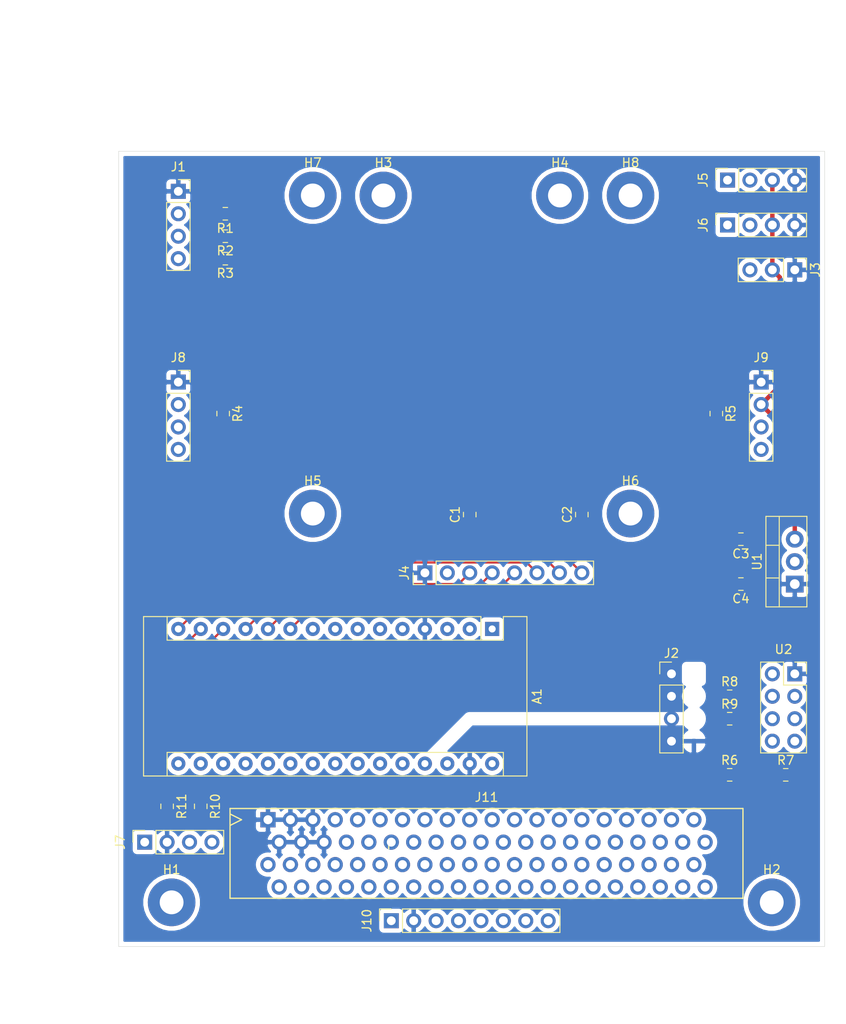
<source format=kicad_pcb>
(kicad_pcb (version 20171130) (host pcbnew 5.1.4-e60b266~84~ubuntu18.04.1)

  (general
    (thickness 1.6)
    (drawings 10)
    (tracks 42)
    (zones 0)
    (modules 37)
    (nets 94)
  )

  (page A4)
  (layers
    (0 F.Cu signal)
    (31 B.Cu signal)
    (33 F.Adhes user)
    (35 F.Paste user)
    (37 F.SilkS user)
    (39 F.Mask user)
    (40 Dwgs.User user)
    (41 Cmts.User user)
    (42 Eco1.User user)
    (43 Eco2.User user)
    (44 Edge.Cuts user)
    (45 Margin user)
    (46 B.CrtYd user)
    (47 F.CrtYd user)
    (49 F.Fab user)
  )

  (setup
    (last_trace_width 0.25)
    (user_trace_width 0.5)
    (trace_clearance 0.2)
    (zone_clearance 0.508)
    (zone_45_only no)
    (trace_min 0.2)
    (via_size 0.8)
    (via_drill 0.4)
    (via_min_size 0.4)
    (via_min_drill 0.3)
    (uvia_size 0.3)
    (uvia_drill 0.1)
    (uvias_allowed no)
    (uvia_min_size 0.2)
    (uvia_min_drill 0.1)
    (edge_width 0.05)
    (segment_width 0.2)
    (pcb_text_width 0.3)
    (pcb_text_size 1.5 1.5)
    (mod_edge_width 0.12)
    (mod_text_size 1 1)
    (mod_text_width 0.15)
    (pad_size 1.524 1.524)
    (pad_drill 0.762)
    (pad_to_mask_clearance 0.051)
    (solder_mask_min_width 0.25)
    (aux_axis_origin 0 0)
    (visible_elements FFFFFF7F)
    (pcbplotparams
      (layerselection 0x010fc_ffffffff)
      (usegerberextensions false)
      (usegerberattributes false)
      (usegerberadvancedattributes false)
      (creategerberjobfile false)
      (excludeedgelayer true)
      (linewidth 0.100000)
      (plotframeref false)
      (viasonmask false)
      (mode 1)
      (useauxorigin false)
      (hpglpennumber 1)
      (hpglpenspeed 20)
      (hpglpendiameter 15.000000)
      (psnegative false)
      (psa4output false)
      (plotreference true)
      (plotvalue true)
      (plotinvisibletext false)
      (padsonsilk false)
      (subtractmaskfromsilk false)
      (outputformat 1)
      (mirror false)
      (drillshape 1)
      (scaleselection 1)
      (outputdirectory ""))
  )

  (net 0 "")
  (net 1 Ultrasonic_Down_Trigger)
  (net 2 IN3)
  (net 3 "Net-(A1-Pad30)")
  (net 4 IN4)
  (net 5 GND)
  (net 6 ENB)
  (net 7 "Net-(A1-Pad28)")
  (net 8 ENA)
  (net 9 +5V)
  (net 10 IN1)
  (net 11 Left_LDR)
  (net 12 IN2)
  (net 13 Middle_LDR)
  (net 14 Servo)
  (net 15 SCL)
  (net 16 Ultrasonic_Forward_Echo)
  (net 17 SDA)
  (net 18 Ultrasonic_Forward_Trigger)
  (net 19 Ultrasonic_Down_Echo)
  (net 20 Right_Hall)
  (net 21 Right_LDR)
  (net 22 Left_Hall)
  (net 23 Left_LED)
  (net 24 Right_LED)
  (net 25 "Net-(A1-Pad3)")
  (net 26 "Net-(A1-Pad18)")
  (net 27 RX)
  (net 28 "Net-(A1-Pad17)")
  (net 29 TX)
  (net 30 "Net-(J10-Pad8)")
  (net 31 "Net-(J10-Pad7)")
  (net 32 "Net-(J10-Pad6)")
  (net 33 "Net-(J10-Pad5)")
  (net 34 "Net-(J11-Pad42)")
  (net 35 "Net-(J11-Pad40)")
  (net 36 "Net-(J11-Pad38)")
  (net 37 "Net-(J11-Pad36)")
  (net 38 "Net-(J11-Pad34)")
  (net 39 "Net-(J11-Pad32)")
  (net 40 "Net-(J11-Pad30)")
  (net 41 "Net-(J11-Pad28)")
  (net 42 "Net-(J11-Pad26)")
  (net 43 "Net-(J11-Pad24)")
  (net 44 "Net-(J11-Pad22)")
  (net 45 "Net-(J11-Pad20)")
  (net 46 "Net-(J11-Pad18)")
  (net 47 "Net-(J11-Pad16)")
  (net 48 "Net-(J11-Pad14)")
  (net 49 "Net-(J11-Pad12)")
  (net 50 "Net-(J11-Pad10)")
  (net 51 "Net-(J11-Pad8)")
  (net 52 "Net-(J11-Pad6)")
  (net 53 +3V3)
  (net 54 "Net-(J11-Pad31)")
  (net 55 "Net-(J11-Pad2)")
  (net 56 "Net-(J11-Pad4)")
  (net 57 "Net-(J11-Pad44)")
  (net 58 "Net-(J11-Pad77)")
  (net 59 "Net-(J11-Pad73)")
  (net 60 "Net-(J11-Pad69)")
  (net 61 "Net-(J11-Pad65)")
  (net 62 "Net-(J11-Pad49)")
  (net 63 "Net-(J11-Pad45)")
  (net 64 "Net-(J11-Pad79)")
  (net 65 "Net-(J11-Pad75)")
  (net 66 "Net-(J11-Pad71)")
  (net 67 "Net-(J11-Pad67)")
  (net 68 "Net-(J11-Pad63)")
  (net 69 "Net-(J11-Pad51)")
  (net 70 "Net-(J11-Pad47)")
  (net 71 "Net-(J11-Pad46)")
  (net 72 "Net-(J11-Pad48)")
  (net 73 "Net-(J11-Pad50)")
  (net 74 "Net-(J11-Pad52)")
  (net 75 "Net-(J11-Pad54)")
  (net 76 "Net-(J11-Pad56)")
  (net 77 "Net-(J11-Pad58)")
  (net 78 "Net-(J11-Pad60)")
  (net 79 "Net-(J11-Pad62)")
  (net 80 "Net-(J11-Pad64)")
  (net 81 "Net-(J11-Pad66)")
  (net 82 "Net-(J11-Pad68)")
  (net 83 "Net-(J11-Pad70)")
  (net 84 "Net-(J11-Pad72)")
  (net 85 "Net-(J11-Pad74)")
  (net 86 "Net-(J11-Pad76)")
  (net 87 "Net-(J11-Pad78)")
  (net 88 "Net-(J11-Pad80)")
  (net 89 "Net-(R6-Pad2)")
  (net 90 "Net-(R9-Pad2)")
  (net 91 "Net-(U2-Pad5)")
  (net 92 "Net-(R8-Pad2)")
  (net 93 "Net-(U2-Pad3)")

  (net_class Default "This is the default net class."
    (clearance 0.2)
    (trace_width 0.25)
    (via_dia 0.8)
    (via_drill 0.4)
    (uvia_dia 0.3)
    (uvia_drill 0.1)
    (add_net +3V3)
    (add_net +5V)
    (add_net ENA)
    (add_net ENB)
    (add_net GND)
    (add_net IN1)
    (add_net IN2)
    (add_net IN3)
    (add_net IN4)
    (add_net Left_Hall)
    (add_net Left_LDR)
    (add_net Left_LED)
    (add_net Middle_LDR)
    (add_net "Net-(A1-Pad17)")
    (add_net "Net-(A1-Pad18)")
    (add_net "Net-(A1-Pad28)")
    (add_net "Net-(A1-Pad3)")
    (add_net "Net-(A1-Pad30)")
    (add_net "Net-(J10-Pad5)")
    (add_net "Net-(J10-Pad6)")
    (add_net "Net-(J10-Pad7)")
    (add_net "Net-(J10-Pad8)")
    (add_net "Net-(J11-Pad10)")
    (add_net "Net-(J11-Pad12)")
    (add_net "Net-(J11-Pad14)")
    (add_net "Net-(J11-Pad16)")
    (add_net "Net-(J11-Pad18)")
    (add_net "Net-(J11-Pad2)")
    (add_net "Net-(J11-Pad20)")
    (add_net "Net-(J11-Pad22)")
    (add_net "Net-(J11-Pad24)")
    (add_net "Net-(J11-Pad26)")
    (add_net "Net-(J11-Pad28)")
    (add_net "Net-(J11-Pad30)")
    (add_net "Net-(J11-Pad31)")
    (add_net "Net-(J11-Pad32)")
    (add_net "Net-(J11-Pad34)")
    (add_net "Net-(J11-Pad36)")
    (add_net "Net-(J11-Pad38)")
    (add_net "Net-(J11-Pad4)")
    (add_net "Net-(J11-Pad40)")
    (add_net "Net-(J11-Pad42)")
    (add_net "Net-(J11-Pad44)")
    (add_net "Net-(J11-Pad45)")
    (add_net "Net-(J11-Pad46)")
    (add_net "Net-(J11-Pad47)")
    (add_net "Net-(J11-Pad48)")
    (add_net "Net-(J11-Pad49)")
    (add_net "Net-(J11-Pad50)")
    (add_net "Net-(J11-Pad51)")
    (add_net "Net-(J11-Pad52)")
    (add_net "Net-(J11-Pad54)")
    (add_net "Net-(J11-Pad56)")
    (add_net "Net-(J11-Pad58)")
    (add_net "Net-(J11-Pad6)")
    (add_net "Net-(J11-Pad60)")
    (add_net "Net-(J11-Pad62)")
    (add_net "Net-(J11-Pad63)")
    (add_net "Net-(J11-Pad64)")
    (add_net "Net-(J11-Pad65)")
    (add_net "Net-(J11-Pad66)")
    (add_net "Net-(J11-Pad67)")
    (add_net "Net-(J11-Pad68)")
    (add_net "Net-(J11-Pad69)")
    (add_net "Net-(J11-Pad70)")
    (add_net "Net-(J11-Pad71)")
    (add_net "Net-(J11-Pad72)")
    (add_net "Net-(J11-Pad73)")
    (add_net "Net-(J11-Pad74)")
    (add_net "Net-(J11-Pad75)")
    (add_net "Net-(J11-Pad76)")
    (add_net "Net-(J11-Pad77)")
    (add_net "Net-(J11-Pad78)")
    (add_net "Net-(J11-Pad79)")
    (add_net "Net-(J11-Pad8)")
    (add_net "Net-(J11-Pad80)")
    (add_net "Net-(R6-Pad2)")
    (add_net "Net-(R8-Pad2)")
    (add_net "Net-(R9-Pad2)")
    (add_net "Net-(U2-Pad3)")
    (add_net "Net-(U2-Pad5)")
    (add_net RX)
    (add_net Right_Hall)
    (add_net Right_LDR)
    (add_net Right_LED)
    (add_net SCL)
    (add_net SDA)
    (add_net Servo)
    (add_net TX)
    (add_net Ultrasonic_Down_Echo)
    (add_net Ultrasonic_Down_Trigger)
    (add_net Ultrasonic_Forward_Echo)
    (add_net Ultrasonic_Forward_Trigger)
  )

  (module Resistor_SMD:R_0805_2012Metric_Pad1.15x1.40mm_HandSolder (layer F.Cu) (tedit 5B36C52B) (tstamp 5D6C3A30)
    (at 110.49 119.135 270)
    (descr "Resistor SMD 0805 (2012 Metric), square (rectangular) end terminal, IPC_7351 nominal with elongated pad for handsoldering. (Body size source: https://docs.google.com/spreadsheets/d/1BsfQQcO9C6DZCsRaXUlFlo91Tg2WpOkGARC1WS5S8t0/edit?usp=sharing), generated with kicad-footprint-generator")
    (tags "resistor handsolder")
    (path /5D6882C9)
    (attr smd)
    (fp_text reference R11 (at 0 -1.65 90) (layer F.SilkS)
      (effects (font (size 1 1) (thickness 0.15)))
    )
    (fp_text value 10K (at 0 1.65 90) (layer F.Fab)
      (effects (font (size 1 1) (thickness 0.15)))
    )
    (fp_text user %R (at 0 0 90) (layer F.Fab)
      (effects (font (size 0.5 0.5) (thickness 0.08)))
    )
    (fp_line (start 1.85 0.95) (end -1.85 0.95) (layer F.CrtYd) (width 0.05))
    (fp_line (start 1.85 -0.95) (end 1.85 0.95) (layer F.CrtYd) (width 0.05))
    (fp_line (start -1.85 -0.95) (end 1.85 -0.95) (layer F.CrtYd) (width 0.05))
    (fp_line (start -1.85 0.95) (end -1.85 -0.95) (layer F.CrtYd) (width 0.05))
    (fp_line (start -0.261252 0.71) (end 0.261252 0.71) (layer F.SilkS) (width 0.12))
    (fp_line (start -0.261252 -0.71) (end 0.261252 -0.71) (layer F.SilkS) (width 0.12))
    (fp_line (start 1 0.6) (end -1 0.6) (layer F.Fab) (width 0.1))
    (fp_line (start 1 -0.6) (end 1 0.6) (layer F.Fab) (width 0.1))
    (fp_line (start -1 -0.6) (end 1 -0.6) (layer F.Fab) (width 0.1))
    (fp_line (start -1 0.6) (end -1 -0.6) (layer F.Fab) (width 0.1))
    (pad 2 smd roundrect (at 1.025 0 270) (size 1.15 1.4) (layers F.Cu F.Paste F.Mask) (roundrect_rratio 0.217391)
      (net 15 SCL))
    (pad 1 smd roundrect (at -1.025 0 270) (size 1.15 1.4) (layers F.Cu F.Paste F.Mask) (roundrect_rratio 0.217391)
      (net 9 +5V))
    (model ${KISYS3DMOD}/Resistor_SMD.3dshapes/R_0805_2012Metric.wrl
      (at (xyz 0 0 0))
      (scale (xyz 1 1 1))
      (rotate (xyz 0 0 0))
    )
  )

  (module Resistor_SMD:R_0805_2012Metric_Pad1.15x1.40mm_HandSolder (layer F.Cu) (tedit 5B36C52B) (tstamp 5D6C3A1F)
    (at 114.3 119.135 270)
    (descr "Resistor SMD 0805 (2012 Metric), square (rectangular) end terminal, IPC_7351 nominal with elongated pad for handsoldering. (Body size source: https://docs.google.com/spreadsheets/d/1BsfQQcO9C6DZCsRaXUlFlo91Tg2WpOkGARC1WS5S8t0/edit?usp=sharing), generated with kicad-footprint-generator")
    (tags "resistor handsolder")
    (path /5D68795D)
    (attr smd)
    (fp_text reference R10 (at 0 -1.65 90) (layer F.SilkS)
      (effects (font (size 1 1) (thickness 0.15)))
    )
    (fp_text value 10K (at 0 1.65 90) (layer F.Fab)
      (effects (font (size 1 1) (thickness 0.15)))
    )
    (fp_text user %R (at 0 0 90) (layer F.Fab)
      (effects (font (size 0.5 0.5) (thickness 0.08)))
    )
    (fp_line (start 1.85 0.95) (end -1.85 0.95) (layer F.CrtYd) (width 0.05))
    (fp_line (start 1.85 -0.95) (end 1.85 0.95) (layer F.CrtYd) (width 0.05))
    (fp_line (start -1.85 -0.95) (end 1.85 -0.95) (layer F.CrtYd) (width 0.05))
    (fp_line (start -1.85 0.95) (end -1.85 -0.95) (layer F.CrtYd) (width 0.05))
    (fp_line (start -0.261252 0.71) (end 0.261252 0.71) (layer F.SilkS) (width 0.12))
    (fp_line (start -0.261252 -0.71) (end 0.261252 -0.71) (layer F.SilkS) (width 0.12))
    (fp_line (start 1 0.6) (end -1 0.6) (layer F.Fab) (width 0.1))
    (fp_line (start 1 -0.6) (end 1 0.6) (layer F.Fab) (width 0.1))
    (fp_line (start -1 -0.6) (end 1 -0.6) (layer F.Fab) (width 0.1))
    (fp_line (start -1 0.6) (end -1 -0.6) (layer F.Fab) (width 0.1))
    (pad 2 smd roundrect (at 1.025 0 270) (size 1.15 1.4) (layers F.Cu F.Paste F.Mask) (roundrect_rratio 0.217391)
      (net 17 SDA))
    (pad 1 smd roundrect (at -1.025 0 270) (size 1.15 1.4) (layers F.Cu F.Paste F.Mask) (roundrect_rratio 0.217391)
      (net 9 +5V))
    (model ${KISYS3DMOD}/Resistor_SMD.3dshapes/R_0805_2012Metric.wrl
      (at (xyz 0 0 0))
      (scale (xyz 1 1 1))
      (rotate (xyz 0 0 0))
    )
  )

  (module Resistor_SMD:R_0805_2012Metric_Pad1.15x1.40mm_HandSolder (layer F.Cu) (tedit 5B36C52B) (tstamp 5D6C3A0E)
    (at 174.235 109.22)
    (descr "Resistor SMD 0805 (2012 Metric), square (rectangular) end terminal, IPC_7351 nominal with elongated pad for handsoldering. (Body size source: https://docs.google.com/spreadsheets/d/1BsfQQcO9C6DZCsRaXUlFlo91Tg2WpOkGARC1WS5S8t0/edit?usp=sharing), generated with kicad-footprint-generator")
    (tags "resistor handsolder")
    (path /5D69B79B)
    (attr smd)
    (fp_text reference R9 (at 0 -1.65) (layer F.SilkS)
      (effects (font (size 1 1) (thickness 0.15)))
    )
    (fp_text value 10K (at 0 1.65) (layer F.Fab)
      (effects (font (size 1 1) (thickness 0.15)))
    )
    (fp_text user %R (at 0 0) (layer F.Fab)
      (effects (font (size 0.5 0.5) (thickness 0.08)))
    )
    (fp_line (start 1.85 0.95) (end -1.85 0.95) (layer F.CrtYd) (width 0.05))
    (fp_line (start 1.85 -0.95) (end 1.85 0.95) (layer F.CrtYd) (width 0.05))
    (fp_line (start -1.85 -0.95) (end 1.85 -0.95) (layer F.CrtYd) (width 0.05))
    (fp_line (start -1.85 0.95) (end -1.85 -0.95) (layer F.CrtYd) (width 0.05))
    (fp_line (start -0.261252 0.71) (end 0.261252 0.71) (layer F.SilkS) (width 0.12))
    (fp_line (start -0.261252 -0.71) (end 0.261252 -0.71) (layer F.SilkS) (width 0.12))
    (fp_line (start 1 0.6) (end -1 0.6) (layer F.Fab) (width 0.1))
    (fp_line (start 1 -0.6) (end 1 0.6) (layer F.Fab) (width 0.1))
    (fp_line (start -1 -0.6) (end 1 -0.6) (layer F.Fab) (width 0.1))
    (fp_line (start -1 0.6) (end -1 -0.6) (layer F.Fab) (width 0.1))
    (pad 2 smd roundrect (at 1.025 0) (size 1.15 1.4) (layers F.Cu F.Paste F.Mask) (roundrect_rratio 0.217391)
      (net 90 "Net-(R9-Pad2)"))
    (pad 1 smd roundrect (at -1.025 0) (size 1.15 1.4) (layers F.Cu F.Paste F.Mask) (roundrect_rratio 0.217391)
      (net 53 +3V3))
    (model ${KISYS3DMOD}/Resistor_SMD.3dshapes/R_0805_2012Metric.wrl
      (at (xyz 0 0 0))
      (scale (xyz 1 1 1))
      (rotate (xyz 0 0 0))
    )
  )

  (module Resistor_SMD:R_0805_2012Metric_Pad1.15x1.40mm_HandSolder (layer F.Cu) (tedit 5B36C52B) (tstamp 5D6C39FD)
    (at 174.235 106.68)
    (descr "Resistor SMD 0805 (2012 Metric), square (rectangular) end terminal, IPC_7351 nominal with elongated pad for handsoldering. (Body size source: https://docs.google.com/spreadsheets/d/1BsfQQcO9C6DZCsRaXUlFlo91Tg2WpOkGARC1WS5S8t0/edit?usp=sharing), generated with kicad-footprint-generator")
    (tags "resistor handsolder")
    (path /5D69BE85)
    (attr smd)
    (fp_text reference R8 (at 0 -1.65) (layer F.SilkS)
      (effects (font (size 1 1) (thickness 0.15)))
    )
    (fp_text value 10K (at 0 1.65) (layer F.Fab)
      (effects (font (size 1 1) (thickness 0.15)))
    )
    (fp_text user %R (at 0 0) (layer F.Fab)
      (effects (font (size 0.5 0.5) (thickness 0.08)))
    )
    (fp_line (start 1.85 0.95) (end -1.85 0.95) (layer F.CrtYd) (width 0.05))
    (fp_line (start 1.85 -0.95) (end 1.85 0.95) (layer F.CrtYd) (width 0.05))
    (fp_line (start -1.85 -0.95) (end 1.85 -0.95) (layer F.CrtYd) (width 0.05))
    (fp_line (start -1.85 0.95) (end -1.85 -0.95) (layer F.CrtYd) (width 0.05))
    (fp_line (start -0.261252 0.71) (end 0.261252 0.71) (layer F.SilkS) (width 0.12))
    (fp_line (start -0.261252 -0.71) (end 0.261252 -0.71) (layer F.SilkS) (width 0.12))
    (fp_line (start 1 0.6) (end -1 0.6) (layer F.Fab) (width 0.1))
    (fp_line (start 1 -0.6) (end 1 0.6) (layer F.Fab) (width 0.1))
    (fp_line (start -1 -0.6) (end 1 -0.6) (layer F.Fab) (width 0.1))
    (fp_line (start -1 0.6) (end -1 -0.6) (layer F.Fab) (width 0.1))
    (pad 2 smd roundrect (at 1.025 0) (size 1.15 1.4) (layers F.Cu F.Paste F.Mask) (roundrect_rratio 0.217391)
      (net 92 "Net-(R8-Pad2)"))
    (pad 1 smd roundrect (at -1.025 0) (size 1.15 1.4) (layers F.Cu F.Paste F.Mask) (roundrect_rratio 0.217391)
      (net 53 +3V3))
    (model ${KISYS3DMOD}/Resistor_SMD.3dshapes/R_0805_2012Metric.wrl
      (at (xyz 0 0 0))
      (scale (xyz 1 1 1))
      (rotate (xyz 0 0 0))
    )
  )

  (module Resistor_SMD:R_0805_2012Metric_Pad1.15x1.40mm_HandSolder (layer F.Cu) (tedit 5B36C52B) (tstamp 5D6C39EC)
    (at 180.585 115.57)
    (descr "Resistor SMD 0805 (2012 Metric), square (rectangular) end terminal, IPC_7351 nominal with elongated pad for handsoldering. (Body size source: https://docs.google.com/spreadsheets/d/1BsfQQcO9C6DZCsRaXUlFlo91Tg2WpOkGARC1WS5S8t0/edit?usp=sharing), generated with kicad-footprint-generator")
    (tags "resistor handsolder")
    (path /5D777435)
    (attr smd)
    (fp_text reference R7 (at 0 -1.65) (layer F.SilkS)
      (effects (font (size 1 1) (thickness 0.15)))
    )
    (fp_text value 2K (at 0 1.65) (layer F.Fab)
      (effects (font (size 1 1) (thickness 0.15)))
    )
    (fp_text user %R (at 0 0) (layer F.Fab)
      (effects (font (size 0.5 0.5) (thickness 0.08)))
    )
    (fp_line (start 1.85 0.95) (end -1.85 0.95) (layer F.CrtYd) (width 0.05))
    (fp_line (start 1.85 -0.95) (end 1.85 0.95) (layer F.CrtYd) (width 0.05))
    (fp_line (start -1.85 -0.95) (end 1.85 -0.95) (layer F.CrtYd) (width 0.05))
    (fp_line (start -1.85 0.95) (end -1.85 -0.95) (layer F.CrtYd) (width 0.05))
    (fp_line (start -0.261252 0.71) (end 0.261252 0.71) (layer F.SilkS) (width 0.12))
    (fp_line (start -0.261252 -0.71) (end 0.261252 -0.71) (layer F.SilkS) (width 0.12))
    (fp_line (start 1 0.6) (end -1 0.6) (layer F.Fab) (width 0.1))
    (fp_line (start 1 -0.6) (end 1 0.6) (layer F.Fab) (width 0.1))
    (fp_line (start -1 -0.6) (end 1 -0.6) (layer F.Fab) (width 0.1))
    (fp_line (start -1 0.6) (end -1 -0.6) (layer F.Fab) (width 0.1))
    (pad 2 smd roundrect (at 1.025 0) (size 1.15 1.4) (layers F.Cu F.Paste F.Mask) (roundrect_rratio 0.217391)
      (net 5 GND))
    (pad 1 smd roundrect (at -1.025 0) (size 1.15 1.4) (layers F.Cu F.Paste F.Mask) (roundrect_rratio 0.217391)
      (net 89 "Net-(R6-Pad2)"))
    (model ${KISYS3DMOD}/Resistor_SMD.3dshapes/R_0805_2012Metric.wrl
      (at (xyz 0 0 0))
      (scale (xyz 1 1 1))
      (rotate (xyz 0 0 0))
    )
  )

  (module Resistor_SMD:R_0805_2012Metric_Pad1.15x1.40mm_HandSolder (layer F.Cu) (tedit 5B36C52B) (tstamp 5D6C4133)
    (at 174.235 115.57)
    (descr "Resistor SMD 0805 (2012 Metric), square (rectangular) end terminal, IPC_7351 nominal with elongated pad for handsoldering. (Body size source: https://docs.google.com/spreadsheets/d/1BsfQQcO9C6DZCsRaXUlFlo91Tg2WpOkGARC1WS5S8t0/edit?usp=sharing), generated with kicad-footprint-generator")
    (tags "resistor handsolder")
    (path /5D776F56)
    (attr smd)
    (fp_text reference R6 (at 0 -1.65) (layer F.SilkS)
      (effects (font (size 1 1) (thickness 0.15)))
    )
    (fp_text value 1K (at 0 1.65) (layer F.Fab)
      (effects (font (size 1 1) (thickness 0.15)))
    )
    (fp_text user %R (at 0 0) (layer F.Fab)
      (effects (font (size 0.5 0.5) (thickness 0.08)))
    )
    (fp_line (start 1.85 0.95) (end -1.85 0.95) (layer F.CrtYd) (width 0.05))
    (fp_line (start 1.85 -0.95) (end 1.85 0.95) (layer F.CrtYd) (width 0.05))
    (fp_line (start -1.85 -0.95) (end 1.85 -0.95) (layer F.CrtYd) (width 0.05))
    (fp_line (start -1.85 0.95) (end -1.85 -0.95) (layer F.CrtYd) (width 0.05))
    (fp_line (start -0.261252 0.71) (end 0.261252 0.71) (layer F.SilkS) (width 0.12))
    (fp_line (start -0.261252 -0.71) (end 0.261252 -0.71) (layer F.SilkS) (width 0.12))
    (fp_line (start 1 0.6) (end -1 0.6) (layer F.Fab) (width 0.1))
    (fp_line (start 1 -0.6) (end 1 0.6) (layer F.Fab) (width 0.1))
    (fp_line (start -1 -0.6) (end 1 -0.6) (layer F.Fab) (width 0.1))
    (fp_line (start -1 0.6) (end -1 -0.6) (layer F.Fab) (width 0.1))
    (pad 2 smd roundrect (at 1.025 0) (size 1.15 1.4) (layers F.Cu F.Paste F.Mask) (roundrect_rratio 0.217391)
      (net 89 "Net-(R6-Pad2)"))
    (pad 1 smd roundrect (at -1.025 0) (size 1.15 1.4) (layers F.Cu F.Paste F.Mask) (roundrect_rratio 0.217391)
      (net 29 TX))
    (model ${KISYS3DMOD}/Resistor_SMD.3dshapes/R_0805_2012Metric.wrl
      (at (xyz 0 0 0))
      (scale (xyz 1 1 1))
      (rotate (xyz 0 0 0))
    )
  )

  (module Resistor_SMD:R_0805_2012Metric_Pad1.15x1.40mm_HandSolder (layer F.Cu) (tedit 5B36C52B) (tstamp 5D6C39CA)
    (at 172.72 74.685 270)
    (descr "Resistor SMD 0805 (2012 Metric), square (rectangular) end terminal, IPC_7351 nominal with elongated pad for handsoldering. (Body size source: https://docs.google.com/spreadsheets/d/1BsfQQcO9C6DZCsRaXUlFlo91Tg2WpOkGARC1WS5S8t0/edit?usp=sharing), generated with kicad-footprint-generator")
    (tags "resistor handsolder")
    (path /5D722C84)
    (attr smd)
    (fp_text reference R5 (at 0 -1.65 90) (layer F.SilkS)
      (effects (font (size 1 1) (thickness 0.15)))
    )
    (fp_text value 10K (at 0 1.65 90) (layer F.Fab)
      (effects (font (size 1 1) (thickness 0.15)))
    )
    (fp_text user %R (at 0 0 90) (layer F.Fab)
      (effects (font (size 0.5 0.5) (thickness 0.08)))
    )
    (fp_line (start 1.85 0.95) (end -1.85 0.95) (layer F.CrtYd) (width 0.05))
    (fp_line (start 1.85 -0.95) (end 1.85 0.95) (layer F.CrtYd) (width 0.05))
    (fp_line (start -1.85 -0.95) (end 1.85 -0.95) (layer F.CrtYd) (width 0.05))
    (fp_line (start -1.85 0.95) (end -1.85 -0.95) (layer F.CrtYd) (width 0.05))
    (fp_line (start -0.261252 0.71) (end 0.261252 0.71) (layer F.SilkS) (width 0.12))
    (fp_line (start -0.261252 -0.71) (end 0.261252 -0.71) (layer F.SilkS) (width 0.12))
    (fp_line (start 1 0.6) (end -1 0.6) (layer F.Fab) (width 0.1))
    (fp_line (start 1 -0.6) (end 1 0.6) (layer F.Fab) (width 0.1))
    (fp_line (start -1 -0.6) (end 1 -0.6) (layer F.Fab) (width 0.1))
    (fp_line (start -1 0.6) (end -1 -0.6) (layer F.Fab) (width 0.1))
    (pad 2 smd roundrect (at 1.025 0 270) (size 1.15 1.4) (layers F.Cu F.Paste F.Mask) (roundrect_rratio 0.217391)
      (net 20 Right_Hall))
    (pad 1 smd roundrect (at -1.025 0 270) (size 1.15 1.4) (layers F.Cu F.Paste F.Mask) (roundrect_rratio 0.217391)
      (net 9 +5V))
    (model ${KISYS3DMOD}/Resistor_SMD.3dshapes/R_0805_2012Metric.wrl
      (at (xyz 0 0 0))
      (scale (xyz 1 1 1))
      (rotate (xyz 0 0 0))
    )
  )

  (module Resistor_SMD:R_0805_2012Metric_Pad1.15x1.40mm_HandSolder (layer F.Cu) (tedit 5B36C52B) (tstamp 5D6C39B9)
    (at 116.84 74.685 270)
    (descr "Resistor SMD 0805 (2012 Metric), square (rectangular) end terminal, IPC_7351 nominal with elongated pad for handsoldering. (Body size source: https://docs.google.com/spreadsheets/d/1BsfQQcO9C6DZCsRaXUlFlo91Tg2WpOkGARC1WS5S8t0/edit?usp=sharing), generated with kicad-footprint-generator")
    (tags "resistor handsolder")
    (path /5D72272F)
    (attr smd)
    (fp_text reference R4 (at 0 -1.65 90) (layer F.SilkS)
      (effects (font (size 1 1) (thickness 0.15)))
    )
    (fp_text value 10K (at 0 1.65 90) (layer F.Fab)
      (effects (font (size 1 1) (thickness 0.15)))
    )
    (fp_text user %R (at 0 0 90) (layer F.Fab)
      (effects (font (size 0.5 0.5) (thickness 0.08)))
    )
    (fp_line (start 1.85 0.95) (end -1.85 0.95) (layer F.CrtYd) (width 0.05))
    (fp_line (start 1.85 -0.95) (end 1.85 0.95) (layer F.CrtYd) (width 0.05))
    (fp_line (start -1.85 -0.95) (end 1.85 -0.95) (layer F.CrtYd) (width 0.05))
    (fp_line (start -1.85 0.95) (end -1.85 -0.95) (layer F.CrtYd) (width 0.05))
    (fp_line (start -0.261252 0.71) (end 0.261252 0.71) (layer F.SilkS) (width 0.12))
    (fp_line (start -0.261252 -0.71) (end 0.261252 -0.71) (layer F.SilkS) (width 0.12))
    (fp_line (start 1 0.6) (end -1 0.6) (layer F.Fab) (width 0.1))
    (fp_line (start 1 -0.6) (end 1 0.6) (layer F.Fab) (width 0.1))
    (fp_line (start -1 -0.6) (end 1 -0.6) (layer F.Fab) (width 0.1))
    (fp_line (start -1 0.6) (end -1 -0.6) (layer F.Fab) (width 0.1))
    (pad 2 smd roundrect (at 1.025 0 270) (size 1.15 1.4) (layers F.Cu F.Paste F.Mask) (roundrect_rratio 0.217391)
      (net 22 Left_Hall))
    (pad 1 smd roundrect (at -1.025 0 270) (size 1.15 1.4) (layers F.Cu F.Paste F.Mask) (roundrect_rratio 0.217391)
      (net 9 +5V))
    (model ${KISYS3DMOD}/Resistor_SMD.3dshapes/R_0805_2012Metric.wrl
      (at (xyz 0 0 0))
      (scale (xyz 1 1 1))
      (rotate (xyz 0 0 0))
    )
  )

  (module Resistor_SMD:R_0805_2012Metric_Pad1.15x1.40mm_HandSolder (layer F.Cu) (tedit 5B36C52B) (tstamp 5D6C39A8)
    (at 117.085 57.15 180)
    (descr "Resistor SMD 0805 (2012 Metric), square (rectangular) end terminal, IPC_7351 nominal with elongated pad for handsoldering. (Body size source: https://docs.google.com/spreadsheets/d/1BsfQQcO9C6DZCsRaXUlFlo91Tg2WpOkGARC1WS5S8t0/edit?usp=sharing), generated with kicad-footprint-generator")
    (tags "resistor handsolder")
    (path /5D5C61BD)
    (attr smd)
    (fp_text reference R3 (at 0 -1.65) (layer F.SilkS)
      (effects (font (size 1 1) (thickness 0.15)))
    )
    (fp_text value 10K (at 0 1.65) (layer F.Fab)
      (effects (font (size 1 1) (thickness 0.15)))
    )
    (fp_text user %R (at 0 0) (layer F.Fab)
      (effects (font (size 0.5 0.5) (thickness 0.08)))
    )
    (fp_line (start 1.85 0.95) (end -1.85 0.95) (layer F.CrtYd) (width 0.05))
    (fp_line (start 1.85 -0.95) (end 1.85 0.95) (layer F.CrtYd) (width 0.05))
    (fp_line (start -1.85 -0.95) (end 1.85 -0.95) (layer F.CrtYd) (width 0.05))
    (fp_line (start -1.85 0.95) (end -1.85 -0.95) (layer F.CrtYd) (width 0.05))
    (fp_line (start -0.261252 0.71) (end 0.261252 0.71) (layer F.SilkS) (width 0.12))
    (fp_line (start -0.261252 -0.71) (end 0.261252 -0.71) (layer F.SilkS) (width 0.12))
    (fp_line (start 1 0.6) (end -1 0.6) (layer F.Fab) (width 0.1))
    (fp_line (start 1 -0.6) (end 1 0.6) (layer F.Fab) (width 0.1))
    (fp_line (start -1 -0.6) (end 1 -0.6) (layer F.Fab) (width 0.1))
    (fp_line (start -1 0.6) (end -1 -0.6) (layer F.Fab) (width 0.1))
    (pad 2 smd roundrect (at 1.025 0 180) (size 1.15 1.4) (layers F.Cu F.Paste F.Mask) (roundrect_rratio 0.217391)
      (net 11 Left_LDR))
    (pad 1 smd roundrect (at -1.025 0 180) (size 1.15 1.4) (layers F.Cu F.Paste F.Mask) (roundrect_rratio 0.217391)
      (net 9 +5V))
    (model ${KISYS3DMOD}/Resistor_SMD.3dshapes/R_0805_2012Metric.wrl
      (at (xyz 0 0 0))
      (scale (xyz 1 1 1))
      (rotate (xyz 0 0 0))
    )
  )

  (module Resistor_SMD:R_0805_2012Metric_Pad1.15x1.40mm_HandSolder (layer F.Cu) (tedit 5B36C52B) (tstamp 5D6C3CE0)
    (at 117.085 54.61 180)
    (descr "Resistor SMD 0805 (2012 Metric), square (rectangular) end terminal, IPC_7351 nominal with elongated pad for handsoldering. (Body size source: https://docs.google.com/spreadsheets/d/1BsfQQcO9C6DZCsRaXUlFlo91Tg2WpOkGARC1WS5S8t0/edit?usp=sharing), generated with kicad-footprint-generator")
    (tags "resistor handsolder")
    (path /5D5C5DA3)
    (attr smd)
    (fp_text reference R2 (at 0 -1.65) (layer F.SilkS)
      (effects (font (size 1 1) (thickness 0.15)))
    )
    (fp_text value 10K (at 0 1.65) (layer F.Fab)
      (effects (font (size 1 1) (thickness 0.15)))
    )
    (fp_text user %R (at 0 0) (layer F.Fab)
      (effects (font (size 0.5 0.5) (thickness 0.08)))
    )
    (fp_line (start 1.85 0.95) (end -1.85 0.95) (layer F.CrtYd) (width 0.05))
    (fp_line (start 1.85 -0.95) (end 1.85 0.95) (layer F.CrtYd) (width 0.05))
    (fp_line (start -1.85 -0.95) (end 1.85 -0.95) (layer F.CrtYd) (width 0.05))
    (fp_line (start -1.85 0.95) (end -1.85 -0.95) (layer F.CrtYd) (width 0.05))
    (fp_line (start -0.261252 0.71) (end 0.261252 0.71) (layer F.SilkS) (width 0.12))
    (fp_line (start -0.261252 -0.71) (end 0.261252 -0.71) (layer F.SilkS) (width 0.12))
    (fp_line (start 1 0.6) (end -1 0.6) (layer F.Fab) (width 0.1))
    (fp_line (start 1 -0.6) (end 1 0.6) (layer F.Fab) (width 0.1))
    (fp_line (start -1 -0.6) (end 1 -0.6) (layer F.Fab) (width 0.1))
    (fp_line (start -1 0.6) (end -1 -0.6) (layer F.Fab) (width 0.1))
    (pad 2 smd roundrect (at 1.025 0 180) (size 1.15 1.4) (layers F.Cu F.Paste F.Mask) (roundrect_rratio 0.217391)
      (net 13 Middle_LDR))
    (pad 1 smd roundrect (at -1.025 0 180) (size 1.15 1.4) (layers F.Cu F.Paste F.Mask) (roundrect_rratio 0.217391)
      (net 9 +5V))
    (model ${KISYS3DMOD}/Resistor_SMD.3dshapes/R_0805_2012Metric.wrl
      (at (xyz 0 0 0))
      (scale (xyz 1 1 1))
      (rotate (xyz 0 0 0))
    )
  )

  (module Resistor_SMD:R_0805_2012Metric_Pad1.15x1.40mm_HandSolder (layer F.Cu) (tedit 5B36C52B) (tstamp 5D6C3986)
    (at 117.085 52.07 180)
    (descr "Resistor SMD 0805 (2012 Metric), square (rectangular) end terminal, IPC_7351 nominal with elongated pad for handsoldering. (Body size source: https://docs.google.com/spreadsheets/d/1BsfQQcO9C6DZCsRaXUlFlo91Tg2WpOkGARC1WS5S8t0/edit?usp=sharing), generated with kicad-footprint-generator")
    (tags "resistor handsolder")
    (path /5D5C4D33)
    (attr smd)
    (fp_text reference R1 (at 0 -1.65) (layer F.SilkS)
      (effects (font (size 1 1) (thickness 0.15)))
    )
    (fp_text value 10K (at 0 1.65) (layer F.Fab)
      (effects (font (size 1 1) (thickness 0.15)))
    )
    (fp_text user %R (at 0 0) (layer F.Fab)
      (effects (font (size 0.5 0.5) (thickness 0.08)))
    )
    (fp_line (start 1.85 0.95) (end -1.85 0.95) (layer F.CrtYd) (width 0.05))
    (fp_line (start 1.85 -0.95) (end 1.85 0.95) (layer F.CrtYd) (width 0.05))
    (fp_line (start -1.85 -0.95) (end 1.85 -0.95) (layer F.CrtYd) (width 0.05))
    (fp_line (start -1.85 0.95) (end -1.85 -0.95) (layer F.CrtYd) (width 0.05))
    (fp_line (start -0.261252 0.71) (end 0.261252 0.71) (layer F.SilkS) (width 0.12))
    (fp_line (start -0.261252 -0.71) (end 0.261252 -0.71) (layer F.SilkS) (width 0.12))
    (fp_line (start 1 0.6) (end -1 0.6) (layer F.Fab) (width 0.1))
    (fp_line (start 1 -0.6) (end 1 0.6) (layer F.Fab) (width 0.1))
    (fp_line (start -1 -0.6) (end 1 -0.6) (layer F.Fab) (width 0.1))
    (fp_line (start -1 0.6) (end -1 -0.6) (layer F.Fab) (width 0.1))
    (pad 2 smd roundrect (at 1.025 0 180) (size 1.15 1.4) (layers F.Cu F.Paste F.Mask) (roundrect_rratio 0.217391)
      (net 21 Right_LDR))
    (pad 1 smd roundrect (at -1.025 0 180) (size 1.15 1.4) (layers F.Cu F.Paste F.Mask) (roundrect_rratio 0.217391)
      (net 9 +5V))
    (model ${KISYS3DMOD}/Resistor_SMD.3dshapes/R_0805_2012Metric.wrl
      (at (xyz 0 0 0))
      (scale (xyz 1 1 1))
      (rotate (xyz 0 0 0))
    )
  )

  (module Capacitor_SMD:C_0805_2012Metric_Pad1.15x1.40mm_HandSolder (layer F.Cu) (tedit 5B36C52B) (tstamp 5D6C3661)
    (at 175.505 93.98 180)
    (descr "Capacitor SMD 0805 (2012 Metric), square (rectangular) end terminal, IPC_7351 nominal with elongated pad for handsoldering. (Body size source: https://docs.google.com/spreadsheets/d/1BsfQQcO9C6DZCsRaXUlFlo91Tg2WpOkGARC1WS5S8t0/edit?usp=sharing), generated with kicad-footprint-generator")
    (tags "capacitor handsolder")
    (path /5D6DEB39)
    (attr smd)
    (fp_text reference C4 (at 0 -1.65) (layer F.SilkS)
      (effects (font (size 1 1) (thickness 0.15)))
    )
    (fp_text value 10uF (at 0 1.65) (layer F.Fab)
      (effects (font (size 1 1) (thickness 0.15)))
    )
    (fp_text user %R (at 0 0) (layer F.Fab)
      (effects (font (size 0.5 0.5) (thickness 0.08)))
    )
    (fp_line (start 1.85 0.95) (end -1.85 0.95) (layer F.CrtYd) (width 0.05))
    (fp_line (start 1.85 -0.95) (end 1.85 0.95) (layer F.CrtYd) (width 0.05))
    (fp_line (start -1.85 -0.95) (end 1.85 -0.95) (layer F.CrtYd) (width 0.05))
    (fp_line (start -1.85 0.95) (end -1.85 -0.95) (layer F.CrtYd) (width 0.05))
    (fp_line (start -0.261252 0.71) (end 0.261252 0.71) (layer F.SilkS) (width 0.12))
    (fp_line (start -0.261252 -0.71) (end 0.261252 -0.71) (layer F.SilkS) (width 0.12))
    (fp_line (start 1 0.6) (end -1 0.6) (layer F.Fab) (width 0.1))
    (fp_line (start 1 -0.6) (end 1 0.6) (layer F.Fab) (width 0.1))
    (fp_line (start -1 -0.6) (end 1 -0.6) (layer F.Fab) (width 0.1))
    (fp_line (start -1 0.6) (end -1 -0.6) (layer F.Fab) (width 0.1))
    (pad 2 smd roundrect (at 1.025 0 180) (size 1.15 1.4) (layers F.Cu F.Paste F.Mask) (roundrect_rratio 0.217391)
      (net 5 GND))
    (pad 1 smd roundrect (at -1.025 0 180) (size 1.15 1.4) (layers F.Cu F.Paste F.Mask) (roundrect_rratio 0.217391)
      (net 53 +3V3))
    (model ${KISYS3DMOD}/Capacitor_SMD.3dshapes/C_0805_2012Metric.wrl
      (at (xyz 0 0 0))
      (scale (xyz 1 1 1))
      (rotate (xyz 0 0 0))
    )
  )

  (module Capacitor_SMD:C_0805_2012Metric_Pad1.15x1.40mm_HandSolder (layer F.Cu) (tedit 5B36C52B) (tstamp 5D6C3650)
    (at 175.505 88.9 180)
    (descr "Capacitor SMD 0805 (2012 Metric), square (rectangular) end terminal, IPC_7351 nominal with elongated pad for handsoldering. (Body size source: https://docs.google.com/spreadsheets/d/1BsfQQcO9C6DZCsRaXUlFlo91Tg2WpOkGARC1WS5S8t0/edit?usp=sharing), generated with kicad-footprint-generator")
    (tags "capacitor handsolder")
    (path /5D6DE43E)
    (attr smd)
    (fp_text reference C3 (at 0 -1.65) (layer F.SilkS)
      (effects (font (size 1 1) (thickness 0.15)))
    )
    (fp_text value 100nF (at 0 1.65) (layer F.Fab)
      (effects (font (size 1 1) (thickness 0.15)))
    )
    (fp_text user %R (at 0 0) (layer F.Fab)
      (effects (font (size 0.5 0.5) (thickness 0.08)))
    )
    (fp_line (start 1.85 0.95) (end -1.85 0.95) (layer F.CrtYd) (width 0.05))
    (fp_line (start 1.85 -0.95) (end 1.85 0.95) (layer F.CrtYd) (width 0.05))
    (fp_line (start -1.85 -0.95) (end 1.85 -0.95) (layer F.CrtYd) (width 0.05))
    (fp_line (start -1.85 0.95) (end -1.85 -0.95) (layer F.CrtYd) (width 0.05))
    (fp_line (start -0.261252 0.71) (end 0.261252 0.71) (layer F.SilkS) (width 0.12))
    (fp_line (start -0.261252 -0.71) (end 0.261252 -0.71) (layer F.SilkS) (width 0.12))
    (fp_line (start 1 0.6) (end -1 0.6) (layer F.Fab) (width 0.1))
    (fp_line (start 1 -0.6) (end 1 0.6) (layer F.Fab) (width 0.1))
    (fp_line (start -1 -0.6) (end 1 -0.6) (layer F.Fab) (width 0.1))
    (fp_line (start -1 0.6) (end -1 -0.6) (layer F.Fab) (width 0.1))
    (pad 2 smd roundrect (at 1.025 0 180) (size 1.15 1.4) (layers F.Cu F.Paste F.Mask) (roundrect_rratio 0.217391)
      (net 5 GND))
    (pad 1 smd roundrect (at -1.025 0 180) (size 1.15 1.4) (layers F.Cu F.Paste F.Mask) (roundrect_rratio 0.217391)
      (net 9 +5V))
    (model ${KISYS3DMOD}/Capacitor_SMD.3dshapes/C_0805_2012Metric.wrl
      (at (xyz 0 0 0))
      (scale (xyz 1 1 1))
      (rotate (xyz 0 0 0))
    )
  )

  (module Capacitor_SMD:C_0805_2012Metric_Pad1.15x1.40mm_HandSolder (layer F.Cu) (tedit 5B36C52B) (tstamp 5D6C363F)
    (at 157.48 86.115 90)
    (descr "Capacitor SMD 0805 (2012 Metric), square (rectangular) end terminal, IPC_7351 nominal with elongated pad for handsoldering. (Body size source: https://docs.google.com/spreadsheets/d/1BsfQQcO9C6DZCsRaXUlFlo91Tg2WpOkGARC1WS5S8t0/edit?usp=sharing), generated with kicad-footprint-generator")
    (tags "capacitor handsolder")
    (path /5D832B5B)
    (attr smd)
    (fp_text reference C2 (at 0 -1.65 90) (layer F.SilkS)
      (effects (font (size 1 1) (thickness 0.15)))
    )
    (fp_text value 10pF (at 0 1.65 90) (layer F.Fab)
      (effects (font (size 1 1) (thickness 0.15)))
    )
    (fp_text user %R (at 0 0 90) (layer F.Fab)
      (effects (font (size 0.5 0.5) (thickness 0.08)))
    )
    (fp_line (start 1.85 0.95) (end -1.85 0.95) (layer F.CrtYd) (width 0.05))
    (fp_line (start 1.85 -0.95) (end 1.85 0.95) (layer F.CrtYd) (width 0.05))
    (fp_line (start -1.85 -0.95) (end 1.85 -0.95) (layer F.CrtYd) (width 0.05))
    (fp_line (start -1.85 0.95) (end -1.85 -0.95) (layer F.CrtYd) (width 0.05))
    (fp_line (start -0.261252 0.71) (end 0.261252 0.71) (layer F.SilkS) (width 0.12))
    (fp_line (start -0.261252 -0.71) (end 0.261252 -0.71) (layer F.SilkS) (width 0.12))
    (fp_line (start 1 0.6) (end -1 0.6) (layer F.Fab) (width 0.1))
    (fp_line (start 1 -0.6) (end 1 0.6) (layer F.Fab) (width 0.1))
    (fp_line (start -1 -0.6) (end 1 -0.6) (layer F.Fab) (width 0.1))
    (fp_line (start -1 0.6) (end -1 -0.6) (layer F.Fab) (width 0.1))
    (pad 2 smd roundrect (at 1.025 0 90) (size 1.15 1.4) (layers F.Cu F.Paste F.Mask) (roundrect_rratio 0.217391)
      (net 5 GND))
    (pad 1 smd roundrect (at -1.025 0 90) (size 1.15 1.4) (layers F.Cu F.Paste F.Mask) (roundrect_rratio 0.217391)
      (net 6 ENB))
    (model ${KISYS3DMOD}/Capacitor_SMD.3dshapes/C_0805_2012Metric.wrl
      (at (xyz 0 0 0))
      (scale (xyz 1 1 1))
      (rotate (xyz 0 0 0))
    )
  )

  (module Capacitor_SMD:C_0805_2012Metric_Pad1.15x1.40mm_HandSolder (layer F.Cu) (tedit 5B36C52B) (tstamp 5D6C362E)
    (at 144.78 86.115 90)
    (descr "Capacitor SMD 0805 (2012 Metric), square (rectangular) end terminal, IPC_7351 nominal with elongated pad for handsoldering. (Body size source: https://docs.google.com/spreadsheets/d/1BsfQQcO9C6DZCsRaXUlFlo91Tg2WpOkGARC1WS5S8t0/edit?usp=sharing), generated with kicad-footprint-generator")
    (tags "capacitor handsolder")
    (path /5D832319)
    (attr smd)
    (fp_text reference C1 (at 0 -1.65 90) (layer F.SilkS)
      (effects (font (size 1 1) (thickness 0.15)))
    )
    (fp_text value 10pF (at 0 1.65 90) (layer F.Fab)
      (effects (font (size 1 1) (thickness 0.15)))
    )
    (fp_text user %R (at 0 0 90) (layer F.Fab)
      (effects (font (size 0.5 0.5) (thickness 0.08)))
    )
    (fp_line (start 1.85 0.95) (end -1.85 0.95) (layer F.CrtYd) (width 0.05))
    (fp_line (start 1.85 -0.95) (end 1.85 0.95) (layer F.CrtYd) (width 0.05))
    (fp_line (start -1.85 -0.95) (end 1.85 -0.95) (layer F.CrtYd) (width 0.05))
    (fp_line (start -1.85 0.95) (end -1.85 -0.95) (layer F.CrtYd) (width 0.05))
    (fp_line (start -0.261252 0.71) (end 0.261252 0.71) (layer F.SilkS) (width 0.12))
    (fp_line (start -0.261252 -0.71) (end 0.261252 -0.71) (layer F.SilkS) (width 0.12))
    (fp_line (start 1 0.6) (end -1 0.6) (layer F.Fab) (width 0.1))
    (fp_line (start 1 -0.6) (end 1 0.6) (layer F.Fab) (width 0.1))
    (fp_line (start -1 -0.6) (end 1 -0.6) (layer F.Fab) (width 0.1))
    (fp_line (start -1 0.6) (end -1 -0.6) (layer F.Fab) (width 0.1))
    (pad 2 smd roundrect (at 1.025 0 90) (size 1.15 1.4) (layers F.Cu F.Paste F.Mask) (roundrect_rratio 0.217391)
      (net 5 GND))
    (pad 1 smd roundrect (at -1.025 0 90) (size 1.15 1.4) (layers F.Cu F.Paste F.Mask) (roundrect_rratio 0.217391)
      (net 8 ENA))
    (model ${KISYS3DMOD}/Capacitor_SMD.3dshapes/C_0805_2012Metric.wrl
      (at (xyz 0 0 0))
      (scale (xyz 1 1 1))
      (rotate (xyz 0 0 0))
    )
  )

  (module Package_TO_SOT_THT:TO-220-3_Vertical (layer F.Cu) (tedit 5AC8BA0D) (tstamp 5D6C777C)
    (at 181.61 93.98 90)
    (descr "TO-220-3, Vertical, RM 2.54mm, see https://www.vishay.com/docs/66542/to-220-1.pdf")
    (tags "TO-220-3 Vertical RM 2.54mm")
    (path /5D6CE869)
    (fp_text reference U1 (at 2.54 -4.27 90) (layer F.SilkS)
      (effects (font (size 1 1) (thickness 0.15)))
    )
    (fp_text value LD1117V33 (at 2.54 2.5 90) (layer F.Fab)
      (effects (font (size 1 1) (thickness 0.15)))
    )
    (fp_text user %R (at 2.54 -4.27 90) (layer F.Fab)
      (effects (font (size 1 1) (thickness 0.15)))
    )
    (fp_line (start 7.79 -3.4) (end -2.71 -3.4) (layer F.CrtYd) (width 0.05))
    (fp_line (start 7.79 1.51) (end 7.79 -3.4) (layer F.CrtYd) (width 0.05))
    (fp_line (start -2.71 1.51) (end 7.79 1.51) (layer F.CrtYd) (width 0.05))
    (fp_line (start -2.71 -3.4) (end -2.71 1.51) (layer F.CrtYd) (width 0.05))
    (fp_line (start 4.391 -3.27) (end 4.391 -1.76) (layer F.SilkS) (width 0.12))
    (fp_line (start 0.69 -3.27) (end 0.69 -1.76) (layer F.SilkS) (width 0.12))
    (fp_line (start -2.58 -1.76) (end 7.66 -1.76) (layer F.SilkS) (width 0.12))
    (fp_line (start 7.66 -3.27) (end 7.66 1.371) (layer F.SilkS) (width 0.12))
    (fp_line (start -2.58 -3.27) (end -2.58 1.371) (layer F.SilkS) (width 0.12))
    (fp_line (start -2.58 1.371) (end 7.66 1.371) (layer F.SilkS) (width 0.12))
    (fp_line (start -2.58 -3.27) (end 7.66 -3.27) (layer F.SilkS) (width 0.12))
    (fp_line (start 4.39 -3.15) (end 4.39 -1.88) (layer F.Fab) (width 0.1))
    (fp_line (start 0.69 -3.15) (end 0.69 -1.88) (layer F.Fab) (width 0.1))
    (fp_line (start -2.46 -1.88) (end 7.54 -1.88) (layer F.Fab) (width 0.1))
    (fp_line (start 7.54 -3.15) (end -2.46 -3.15) (layer F.Fab) (width 0.1))
    (fp_line (start 7.54 1.25) (end 7.54 -3.15) (layer F.Fab) (width 0.1))
    (fp_line (start -2.46 1.25) (end 7.54 1.25) (layer F.Fab) (width 0.1))
    (fp_line (start -2.46 -3.15) (end -2.46 1.25) (layer F.Fab) (width 0.1))
    (pad 3 thru_hole oval (at 5.08 0 90) (size 1.905 2) (drill 1.1) (layers *.Cu *.Mask)
      (net 9 +5V))
    (pad 2 thru_hole oval (at 2.54 0 90) (size 1.905 2) (drill 1.1) (layers *.Cu *.Mask)
      (net 53 +3V3))
    (pad 1 thru_hole rect (at 0 0 90) (size 1.905 2) (drill 1.1) (layers *.Cu *.Mask)
      (net 5 GND))
    (model ${KISYS3DMOD}/Package_TO_SOT_THT.3dshapes/TO-220-3_Vertical.wrl
      (at (xyz 0 0 0))
      (scale (xyz 1 1 1))
      (rotate (xyz 0 0 0))
    )
  )

  (module Connector_PinSocket_2.54mm:PinSocket_2x04_P2.54mm_Vertical (layer F.Cu) (tedit 5A19A422) (tstamp 5D68C3A6)
    (at 181.61 104.14)
    (descr "Through hole straight socket strip, 2x04, 2.54mm pitch, double cols (from Kicad 4.0.7), script generated")
    (tags "Through hole socket strip THT 2x04 2.54mm double row")
    (path /5D611E48)
    (fp_text reference U2 (at -1.27 -2.77) (layer F.SilkS)
      (effects (font (size 1 1) (thickness 0.15)))
    )
    (fp_text value ESP8266-ESP-01 (at -1.27 10.39) (layer F.Fab)
      (effects (font (size 1 1) (thickness 0.15)))
    )
    (fp_text user %R (at -1.27 3.81 90) (layer F.Fab)
      (effects (font (size 1 1) (thickness 0.15)))
    )
    (fp_line (start -4.34 9.4) (end -4.34 -1.8) (layer F.CrtYd) (width 0.05))
    (fp_line (start 1.76 9.4) (end -4.34 9.4) (layer F.CrtYd) (width 0.05))
    (fp_line (start 1.76 -1.8) (end 1.76 9.4) (layer F.CrtYd) (width 0.05))
    (fp_line (start -4.34 -1.8) (end 1.76 -1.8) (layer F.CrtYd) (width 0.05))
    (fp_line (start 0 -1.33) (end 1.33 -1.33) (layer F.SilkS) (width 0.12))
    (fp_line (start 1.33 -1.33) (end 1.33 0) (layer F.SilkS) (width 0.12))
    (fp_line (start -1.27 -1.33) (end -1.27 1.27) (layer F.SilkS) (width 0.12))
    (fp_line (start -1.27 1.27) (end 1.33 1.27) (layer F.SilkS) (width 0.12))
    (fp_line (start 1.33 1.27) (end 1.33 8.95) (layer F.SilkS) (width 0.12))
    (fp_line (start -3.87 8.95) (end 1.33 8.95) (layer F.SilkS) (width 0.12))
    (fp_line (start -3.87 -1.33) (end -3.87 8.95) (layer F.SilkS) (width 0.12))
    (fp_line (start -3.87 -1.33) (end -1.27 -1.33) (layer F.SilkS) (width 0.12))
    (fp_line (start -3.81 8.89) (end -3.81 -1.27) (layer F.Fab) (width 0.1))
    (fp_line (start 1.27 8.89) (end -3.81 8.89) (layer F.Fab) (width 0.1))
    (fp_line (start 1.27 -0.27) (end 1.27 8.89) (layer F.Fab) (width 0.1))
    (fp_line (start 0.27 -1.27) (end 1.27 -0.27) (layer F.Fab) (width 0.1))
    (fp_line (start -3.81 -1.27) (end 0.27 -1.27) (layer F.Fab) (width 0.1))
    (pad 8 thru_hole oval (at -2.54 7.62) (size 1.7 1.7) (drill 1) (layers *.Cu *.Mask)
      (net 53 +3V3))
    (pad 7 thru_hole oval (at 0 7.62) (size 1.7 1.7) (drill 1) (layers *.Cu *.Mask)
      (net 89 "Net-(R6-Pad2)"))
    (pad 6 thru_hole oval (at -2.54 5.08) (size 1.7 1.7) (drill 1) (layers *.Cu *.Mask)
      (net 90 "Net-(R9-Pad2)"))
    (pad 5 thru_hole oval (at 0 5.08) (size 1.7 1.7) (drill 1) (layers *.Cu *.Mask)
      (net 91 "Net-(U2-Pad5)"))
    (pad 4 thru_hole oval (at -2.54 2.54) (size 1.7 1.7) (drill 1) (layers *.Cu *.Mask)
      (net 92 "Net-(R8-Pad2)"))
    (pad 3 thru_hole oval (at 0 2.54) (size 1.7 1.7) (drill 1) (layers *.Cu *.Mask)
      (net 93 "Net-(U2-Pad3)"))
    (pad 2 thru_hole oval (at -2.54 0) (size 1.7 1.7) (drill 1) (layers *.Cu *.Mask)
      (net 27 RX))
    (pad 1 thru_hole rect (at 0 0) (size 1.7 1.7) (drill 1) (layers *.Cu *.Mask)
      (net 5 GND))
    (model ${KISYS3DMOD}/Connector_PinSocket_2.54mm.3dshapes/PinSocket_2x04_P2.54mm_Vertical.wrl
      (at (xyz 0 0 0))
      (scale (xyz 1 1 1))
      (rotate (xyz 0 0 0))
    )
  )

  (module MCU_Module_Microbit:4UCON_17909_02x401.27mm_Vertical (layer F.Cu) (tedit 58F39FBE) (tstamp 5D68CA37)
    (at 121.92 120.65)
    (descr "BBC micro:bit vertical edge connector")
    (tags "bbc microbit edge connector vertical")
    (path /5D67D28C)
    (fp_text reference J11 (at 24.765 -2.54) (layer F.SilkS)
      (effects (font (size 1 1) (thickness 0.15)))
    )
    (fp_text value microbit_edge_connector (at 24.8 10.5) (layer F.Fab)
      (effects (font (size 1 1) (thickness 0.15)))
    )
    (fp_line (start 13.68 2.73) (end 13.68 3.28) (layer F.SilkS) (width 0.15))
    (fp_line (start 53.82 -1.27) (end 53.82 8.89) (layer F.SilkS) (width 0.15))
    (fp_line (start -4.3 -1.27) (end 53.82 -1.27) (layer F.SilkS) (width 0.15))
    (fp_line (start -4.3 8.89) (end -4.3 -1.27) (layer F.SilkS) (width 0.15))
    (fp_line (start 53.82 8.89) (end -4.3 8.89) (layer F.SilkS) (width 0.15))
    (fp_line (start -3 0) (end -4.27 0.635) (layer F.SilkS) (width 0.15))
    (fp_line (start -4.27 -0.635) (end -3 0) (layer F.SilkS) (width 0.15))
    (fp_line (start 53.82 -1.27) (end -4.3 -1.27) (layer F.CrtYd) (width 0.05))
    (fp_line (start 53.82 8.89) (end 53.82 -1.27) (layer F.CrtYd) (width 0.05))
    (fp_line (start -4.3 8.89) (end 53.82 8.89) (layer F.CrtYd) (width 0.05))
    (fp_line (start -4.3 -1.27) (end -4.3 8.89) (layer F.CrtYd) (width 0.05))
    (fp_text user %R (at 24.765 3.81) (layer F.Fab)
      (effects (font (size 1 1) (thickness 0.15)))
    )
    (fp_line (start -3.69 -0.63) (end 53.21 -0.63) (layer F.Fab) (width 0.1))
    (fp_line (start 53.21 -0.63) (end 53.21 8.25) (layer F.Fab) (width 0.1))
    (fp_line (start 53.21 8.25) (end -3.69 8.25) (layer F.Fab) (width 0.1))
    (fp_line (start -3.69 8.25) (end -3.69 -0.63) (layer F.Fab) (width 0.1))
    (fp_line (start -3.68 -0.62) (end -2.28 0.08) (layer F.Fab) (width 0.1))
    (fp_line (start -2.27 0.09) (end -3.67 0.79) (layer F.Fab) (width 0.1))
    (pad 42 thru_hole oval (at 25.4 5.08) (size 1.7272 1.7272) (drill 1.016) (layers *.Cu *.Mask)
      (net 34 "Net-(J11-Pad42)"))
    (pad 40 thru_hole oval (at 24.13 7.62) (size 1.7272 1.7272) (drill 1.016) (layers *.Cu *.Mask)
      (net 35 "Net-(J11-Pad40)"))
    (pad 38 thru_hole oval (at 22.86 5.08) (size 1.7272 1.7272) (drill 1.016) (layers *.Cu *.Mask)
      (net 36 "Net-(J11-Pad38)"))
    (pad 36 thru_hole oval (at 21.59 7.62) (size 1.7272 1.7272) (drill 1.016) (layers *.Cu *.Mask)
      (net 37 "Net-(J11-Pad36)"))
    (pad 34 thru_hole oval (at 20.32 5.08) (size 1.7272 1.7272) (drill 1.016) (layers *.Cu *.Mask)
      (net 38 "Net-(J11-Pad34)"))
    (pad 32 thru_hole oval (at 19.05 7.62) (size 1.7272 1.7272) (drill 1.016) (layers *.Cu *.Mask)
      (net 39 "Net-(J11-Pad32)"))
    (pad 30 thru_hole oval (at 17.78 5.08) (size 1.7272 1.7272) (drill 1.016) (layers *.Cu *.Mask)
      (net 40 "Net-(J11-Pad30)"))
    (pad 28 thru_hole oval (at 16.51 7.62) (size 1.7272 1.7272) (drill 1.016) (layers *.Cu *.Mask)
      (net 41 "Net-(J11-Pad28)"))
    (pad 26 thru_hole oval (at 15.24 5.08) (size 1.7272 1.7272) (drill 1.016) (layers *.Cu *.Mask)
      (net 42 "Net-(J11-Pad26)"))
    (pad 24 thru_hole oval (at 13.97 7.62) (size 1.7272 1.7272) (drill 1.016) (layers *.Cu *.Mask)
      (net 43 "Net-(J11-Pad24)"))
    (pad 22 thru_hole oval (at 12.7 5.08) (size 1.7272 1.7272) (drill 1.016) (layers *.Cu *.Mask)
      (net 44 "Net-(J11-Pad22)"))
    (pad 20 thru_hole oval (at 11.43 7.62) (size 1.7272 1.7272) (drill 1.016) (layers *.Cu *.Mask)
      (net 45 "Net-(J11-Pad20)"))
    (pad 18 thru_hole oval (at 10.16 5.08) (size 1.7272 1.7272) (drill 1.016) (layers *.Cu *.Mask)
      (net 46 "Net-(J11-Pad18)"))
    (pad 16 thru_hole oval (at 8.89 7.62) (size 1.7272 1.7272) (drill 1.016) (layers *.Cu *.Mask)
      (net 47 "Net-(J11-Pad16)"))
    (pad 14 thru_hole oval (at 7.62 5.08) (size 1.7272 1.7272) (drill 1.016) (layers *.Cu *.Mask)
      (net 48 "Net-(J11-Pad14)"))
    (pad 12 thru_hole oval (at 6.35 7.62) (size 1.7272 1.7272) (drill 1.016) (layers *.Cu *.Mask)
      (net 49 "Net-(J11-Pad12)"))
    (pad 10 thru_hole oval (at 5.08 5.08) (size 1.7272 1.7272) (drill 1.016) (layers *.Cu *.Mask)
      (net 50 "Net-(J11-Pad10)"))
    (pad 8 thru_hole oval (at 3.81 7.62) (size 1.7272 1.7272) (drill 1.016) (layers *.Cu *.Mask)
      (net 51 "Net-(J11-Pad8)"))
    (pad 6 thru_hole oval (at 2.54 5.08) (size 1.7272 1.7272) (drill 1.016) (layers *.Cu *.Mask)
      (net 52 "Net-(J11-Pad6)"))
    (pad 1 thru_hole rect (at 0 0) (size 1.7272 1.7272) (drill 1.016) (layers *.Cu *.Mask)
      (net 5 GND))
    (pad 3 thru_hole oval (at 1.27 2.54) (size 1.7272 1.7272) (drill 1.016) (layers *.Cu *.Mask)
      (net 5 GND))
    (pad 7 thru_hole oval (at 3.81 2.54) (size 1.7272 1.7272) (drill 1.016) (layers *.Cu *.Mask)
      (net 5 GND))
    (pad 11 thru_hole oval (at 6.35 2.54) (size 1.7272 1.7272) (drill 1.016) (layers *.Cu *.Mask)
      (net 5 GND))
    (pad 15 thru_hole oval (at 8.89 2.54) (size 1.7272 1.7272) (drill 1.016) (layers *.Cu *.Mask)
      (net 15 SCL))
    (pad 19 thru_hole oval (at 11.43 2.54) (size 1.7272 1.7272) (drill 1.016) (layers *.Cu *.Mask)
      (net 53 +3V3))
    (pad 23 thru_hole oval (at 13.97 2.54) (size 1.7272 1.7272) (drill 1.016) (layers *.Cu *.Mask)
      (net 53 +3V3))
    (pad 27 thru_hole oval (at 16.51 2.54) (size 1.7272 1.7272) (drill 1.016) (layers *.Cu *.Mask)
      (net 53 +3V3))
    (pad 31 thru_hole oval (at 19.05 2.54) (size 1.7272 1.7272) (drill 1.016) (layers *.Cu *.Mask)
      (net 54 "Net-(J11-Pad31)"))
    (pad 35 thru_hole oval (at 21.59 2.54) (size 1.7272 1.7272) (drill 1.016) (layers *.Cu *.Mask)
      (net 12 IN2))
    (pad 39 thru_hole oval (at 24.13 2.54) (size 1.7272 1.7272) (drill 1.016) (layers *.Cu *.Mask)
      (net 6 ENB))
    (pad 5 thru_hole oval (at 2.54 0) (size 1.7272 1.7272) (drill 1.016) (layers *.Cu *.Mask)
      (net 5 GND))
    (pad 9 thru_hole oval (at 5.08 0) (size 1.7272 1.7272) (drill 1.016) (layers *.Cu *.Mask)
      (net 5 GND))
    (pad 13 thru_hole oval (at 7.62 0) (size 1.7272 1.7272) (drill 1.016) (layers *.Cu *.Mask)
      (net 17 SDA))
    (pad 17 thru_hole oval (at 10.16 0) (size 1.7272 1.7272) (drill 1.016) (layers *.Cu *.Mask)
      (net 53 +3V3))
    (pad 21 thru_hole oval (at 12.7 0) (size 1.7272 1.7272) (drill 1.016) (layers *.Cu *.Mask)
      (net 53 +3V3))
    (pad 25 thru_hole oval (at 15.24 0) (size 1.7272 1.7272) (drill 1.016) (layers *.Cu *.Mask)
      (net 53 +3V3))
    (pad 29 thru_hole oval (at 17.78 0) (size 1.7272 1.7272) (drill 1.016) (layers *.Cu *.Mask)
      (net 2 IN3))
    (pad 33 thru_hole oval (at 20.32 0) (size 1.7272 1.7272) (drill 1.016) (layers *.Cu *.Mask)
      (net 10 IN1))
    (pad 37 thru_hole oval (at 22.86 0) (size 1.7272 1.7272) (drill 1.016) (layers *.Cu *.Mask)
      (net 6 ENB))
    (pad 41 thru_hole oval (at 25.4 0) (size 1.7272 1.7272) (drill 1.016) (layers *.Cu *.Mask)
      (net 6 ENB))
    (pad 2 thru_hole oval (at 0 5.08) (size 1.7272 1.7272) (drill 1.016) (layers *.Cu *.Mask)
      (net 55 "Net-(J11-Pad2)"))
    (pad 4 thru_hole oval (at 1.27 7.62) (size 1.7272 1.7272) (drill 1.016) (layers *.Cu *.Mask)
      (net 56 "Net-(J11-Pad4)"))
    (pad 44 thru_hole oval (at 26.67 7.62) (size 1.7272 1.7272) (drill 1.016) (layers *.Cu *.Mask)
      (net 57 "Net-(J11-Pad44)"))
    (pad 77 thru_hole oval (at 48.26 0) (size 1.7272 1.7272) (drill 1.016) (layers *.Cu *.Mask)
      (net 58 "Net-(J11-Pad77)"))
    (pad 73 thru_hole oval (at 45.72 0) (size 1.7272 1.7272) (drill 1.016) (layers *.Cu *.Mask)
      (net 59 "Net-(J11-Pad73)"))
    (pad 69 thru_hole oval (at 43.18 0) (size 1.7272 1.7272) (drill 1.016) (layers *.Cu *.Mask)
      (net 60 "Net-(J11-Pad69)"))
    (pad 65 thru_hole oval (at 40.64 0) (size 1.7272 1.7272) (drill 1.016) (layers *.Cu *.Mask)
      (net 61 "Net-(J11-Pad65)"))
    (pad 61 thru_hole oval (at 38.1 0) (size 1.7272 1.7272) (drill 1.016) (layers *.Cu *.Mask)
      (net 8 ENA))
    (pad 57 thru_hole oval (at 35.56 0) (size 1.7272 1.7272) (drill 1.016) (layers *.Cu *.Mask)
      (net 8 ENA))
    (pad 53 thru_hole oval (at 33.02 0) (size 1.7272 1.7272) (drill 1.016) (layers *.Cu *.Mask)
      (net 4 IN4))
    (pad 49 thru_hole oval (at 30.48 0) (size 1.7272 1.7272) (drill 1.016) (layers *.Cu *.Mask)
      (net 62 "Net-(J11-Pad49)"))
    (pad 45 thru_hole oval (at 27.94 0) (size 1.7272 1.7272) (drill 1.016) (layers *.Cu *.Mask)
      (net 63 "Net-(J11-Pad45)"))
    (pad 79 thru_hole oval (at 49.53 2.54) (size 1.7272 1.7272) (drill 1.016) (layers *.Cu *.Mask)
      (net 64 "Net-(J11-Pad79)"))
    (pad 75 thru_hole oval (at 46.99 2.54) (size 1.7272 1.7272) (drill 1.016) (layers *.Cu *.Mask)
      (net 65 "Net-(J11-Pad75)"))
    (pad 71 thru_hole oval (at 44.45 2.54) (size 1.7272 1.7272) (drill 1.016) (layers *.Cu *.Mask)
      (net 66 "Net-(J11-Pad71)"))
    (pad 67 thru_hole oval (at 41.91 2.54) (size 1.7272 1.7272) (drill 1.016) (layers *.Cu *.Mask)
      (net 67 "Net-(J11-Pad67)"))
    (pad 63 thru_hole oval (at 39.37 2.54) (size 1.7272 1.7272) (drill 1.016) (layers *.Cu *.Mask)
      (net 68 "Net-(J11-Pad63)"))
    (pad 59 thru_hole oval (at 36.83 2.54) (size 1.7272 1.7272) (drill 1.016) (layers *.Cu *.Mask)
      (net 8 ENA))
    (pad 55 thru_hole oval (at 34.29 2.54) (size 1.7272 1.7272) (drill 1.016) (layers *.Cu *.Mask)
      (net 8 ENA))
    (pad 51 thru_hole oval (at 31.75 2.54) (size 1.7272 1.7272) (drill 1.016) (layers *.Cu *.Mask)
      (net 69 "Net-(J11-Pad51)"))
    (pad 47 thru_hole oval (at 29.21 2.54) (size 1.7272 1.7272) (drill 1.016) (layers *.Cu *.Mask)
      (net 70 "Net-(J11-Pad47)"))
    (pad 43 thru_hole oval (at 26.67 2.54) (size 1.7272 1.7272) (drill 1.016) (layers *.Cu *.Mask)
      (net 6 ENB))
    (pad 46 thru_hole oval (at 27.94 5.08) (size 1.7272 1.7272) (drill 1.016) (layers *.Cu *.Mask)
      (net 71 "Net-(J11-Pad46)"))
    (pad 48 thru_hole oval (at 29.21 7.62) (size 1.7272 1.7272) (drill 1.016) (layers *.Cu *.Mask)
      (net 72 "Net-(J11-Pad48)"))
    (pad 50 thru_hole oval (at 30.48 5.08) (size 1.7272 1.7272) (drill 1.016) (layers *.Cu *.Mask)
      (net 73 "Net-(J11-Pad50)"))
    (pad 52 thru_hole oval (at 31.75 7.62) (size 1.7272 1.7272) (drill 1.016) (layers *.Cu *.Mask)
      (net 74 "Net-(J11-Pad52)"))
    (pad 54 thru_hole oval (at 33.02 5.08) (size 1.7272 1.7272) (drill 1.016) (layers *.Cu *.Mask)
      (net 75 "Net-(J11-Pad54)"))
    (pad 56 thru_hole oval (at 34.29 7.62) (size 1.7272 1.7272) (drill 1.016) (layers *.Cu *.Mask)
      (net 76 "Net-(J11-Pad56)"))
    (pad 58 thru_hole oval (at 35.56 5.08) (size 1.7272 1.7272) (drill 1.016) (layers *.Cu *.Mask)
      (net 77 "Net-(J11-Pad58)"))
    (pad 60 thru_hole oval (at 36.83 7.62) (size 1.7272 1.7272) (drill 1.016) (layers *.Cu *.Mask)
      (net 78 "Net-(J11-Pad60)"))
    (pad 62 thru_hole oval (at 38.1 5.08) (size 1.7272 1.7272) (drill 1.016) (layers *.Cu *.Mask)
      (net 79 "Net-(J11-Pad62)"))
    (pad 64 thru_hole oval (at 39.37 7.62) (size 1.7272 1.7272) (drill 1.016) (layers *.Cu *.Mask)
      (net 80 "Net-(J11-Pad64)"))
    (pad 66 thru_hole oval (at 40.64 5.08) (size 1.7272 1.7272) (drill 1.016) (layers *.Cu *.Mask)
      (net 81 "Net-(J11-Pad66)"))
    (pad 68 thru_hole oval (at 41.91 7.62) (size 1.7272 1.7272) (drill 1.016) (layers *.Cu *.Mask)
      (net 82 "Net-(J11-Pad68)"))
    (pad 70 thru_hole oval (at 43.18 5.08) (size 1.7272 1.7272) (drill 1.016) (layers *.Cu *.Mask)
      (net 83 "Net-(J11-Pad70)"))
    (pad 72 thru_hole oval (at 44.45 7.62) (size 1.7272 1.7272) (drill 1.016) (layers *.Cu *.Mask)
      (net 84 "Net-(J11-Pad72)"))
    (pad 74 thru_hole oval (at 45.72 5.08) (size 1.7272 1.7272) (drill 1.016) (layers *.Cu *.Mask)
      (net 85 "Net-(J11-Pad74)"))
    (pad 76 thru_hole oval (at 46.99 7.62) (size 1.7272 1.7272) (drill 1.016) (layers *.Cu *.Mask)
      (net 86 "Net-(J11-Pad76)"))
    (pad 78 thru_hole oval (at 48.26 5.08) (size 1.7272 1.7272) (drill 1.016) (layers *.Cu *.Mask)
      (net 87 "Net-(J11-Pad78)"))
    (pad 80 thru_hole oval (at 49.53 7.62) (size 1.7272 1.7272) (drill 1.016) (layers *.Cu *.Mask)
      (net 88 "Net-(J11-Pad80)"))
    (model ${KISYS3DMOD}/Connectors_4UCON.3dshapes/4UCON_17909_02x401.27mm_Vertical.wrl
      (at (xyz 0 0 0))
      (scale (xyz 1 1 1))
      (rotate (xyz 0 0 0))
    )
  )

  (module Connector_PinSocket_2.54mm:PinSocket_1x08_P2.54mm_Vertical (layer F.Cu) (tedit 5A19A420) (tstamp 5D68C308)
    (at 135.89 132.08 90)
    (descr "Through hole straight socket strip, 1x08, 2.54mm pitch, single row (from Kicad 4.0.7), script generated")
    (tags "Through hole socket strip THT 1x08 2.54mm single row")
    (path /5D5A6131)
    (fp_text reference J10 (at 0 -2.77 90) (layer F.SilkS)
      (effects (font (size 1 1) (thickness 0.15)))
    )
    (fp_text value "MPU6050 Gyro & Acc GY-521" (at 0 20.55 90) (layer F.Fab)
      (effects (font (size 1 1) (thickness 0.15)))
    )
    (fp_text user %R (at 0 8.89) (layer F.Fab)
      (effects (font (size 1 1) (thickness 0.15)))
    )
    (fp_line (start -1.8 19.55) (end -1.8 -1.8) (layer F.CrtYd) (width 0.05))
    (fp_line (start 1.75 19.55) (end -1.8 19.55) (layer F.CrtYd) (width 0.05))
    (fp_line (start 1.75 -1.8) (end 1.75 19.55) (layer F.CrtYd) (width 0.05))
    (fp_line (start -1.8 -1.8) (end 1.75 -1.8) (layer F.CrtYd) (width 0.05))
    (fp_line (start 0 -1.33) (end 1.33 -1.33) (layer F.SilkS) (width 0.12))
    (fp_line (start 1.33 -1.33) (end 1.33 0) (layer F.SilkS) (width 0.12))
    (fp_line (start 1.33 1.27) (end 1.33 19.11) (layer F.SilkS) (width 0.12))
    (fp_line (start -1.33 19.11) (end 1.33 19.11) (layer F.SilkS) (width 0.12))
    (fp_line (start -1.33 1.27) (end -1.33 19.11) (layer F.SilkS) (width 0.12))
    (fp_line (start -1.33 1.27) (end 1.33 1.27) (layer F.SilkS) (width 0.12))
    (fp_line (start -1.27 19.05) (end -1.27 -1.27) (layer F.Fab) (width 0.1))
    (fp_line (start 1.27 19.05) (end -1.27 19.05) (layer F.Fab) (width 0.1))
    (fp_line (start 1.27 -0.635) (end 1.27 19.05) (layer F.Fab) (width 0.1))
    (fp_line (start 0.635 -1.27) (end 1.27 -0.635) (layer F.Fab) (width 0.1))
    (fp_line (start -1.27 -1.27) (end 0.635 -1.27) (layer F.Fab) (width 0.1))
    (pad 8 thru_hole oval (at 0 17.78 90) (size 1.7 1.7) (drill 1) (layers *.Cu *.Mask)
      (net 30 "Net-(J10-Pad8)"))
    (pad 7 thru_hole oval (at 0 15.24 90) (size 1.7 1.7) (drill 1) (layers *.Cu *.Mask)
      (net 31 "Net-(J10-Pad7)"))
    (pad 6 thru_hole oval (at 0 12.7 90) (size 1.7 1.7) (drill 1) (layers *.Cu *.Mask)
      (net 32 "Net-(J10-Pad6)"))
    (pad 5 thru_hole oval (at 0 10.16 90) (size 1.7 1.7) (drill 1) (layers *.Cu *.Mask)
      (net 33 "Net-(J10-Pad5)"))
    (pad 4 thru_hole oval (at 0 7.62 90) (size 1.7 1.7) (drill 1) (layers *.Cu *.Mask)
      (net 17 SDA))
    (pad 3 thru_hole oval (at 0 5.08 90) (size 1.7 1.7) (drill 1) (layers *.Cu *.Mask)
      (net 15 SCL))
    (pad 2 thru_hole oval (at 0 2.54 90) (size 1.7 1.7) (drill 1) (layers *.Cu *.Mask)
      (net 5 GND))
    (pad 1 thru_hole rect (at 0 0 90) (size 1.7 1.7) (drill 1) (layers *.Cu *.Mask)
      (net 9 +5V))
    (model ${KISYS3DMOD}/Connector_PinSocket_2.54mm.3dshapes/PinSocket_1x08_P2.54mm_Vertical.wrl
      (at (xyz 0 0 0))
      (scale (xyz 1 1 1))
      (rotate (xyz 0 0 0))
    )
  )

  (module Connector_PinSocket_2.54mm:PinSocket_1x04_P2.54mm_Vertical (layer F.Cu) (tedit 5A19A429) (tstamp 5D68C2EC)
    (at 177.8 71.12)
    (descr "Through hole straight socket strip, 1x04, 2.54mm pitch, single row (from Kicad 4.0.7), script generated")
    (tags "Through hole socket strip THT 1x04 2.54mm single row")
    (path /5D69E9BA)
    (fp_text reference J9 (at 0 -2.77) (layer F.SilkS)
      (effects (font (size 1 1) (thickness 0.15)))
    )
    (fp_text value "Right Hall" (at 0 10.39) (layer F.Fab)
      (effects (font (size 1 1) (thickness 0.15)))
    )
    (fp_text user %R (at 0 3.81 90) (layer F.Fab)
      (effects (font (size 1 1) (thickness 0.15)))
    )
    (fp_line (start -1.8 9.4) (end -1.8 -1.8) (layer F.CrtYd) (width 0.05))
    (fp_line (start 1.75 9.4) (end -1.8 9.4) (layer F.CrtYd) (width 0.05))
    (fp_line (start 1.75 -1.8) (end 1.75 9.4) (layer F.CrtYd) (width 0.05))
    (fp_line (start -1.8 -1.8) (end 1.75 -1.8) (layer F.CrtYd) (width 0.05))
    (fp_line (start 0 -1.33) (end 1.33 -1.33) (layer F.SilkS) (width 0.12))
    (fp_line (start 1.33 -1.33) (end 1.33 0) (layer F.SilkS) (width 0.12))
    (fp_line (start 1.33 1.27) (end 1.33 8.95) (layer F.SilkS) (width 0.12))
    (fp_line (start -1.33 8.95) (end 1.33 8.95) (layer F.SilkS) (width 0.12))
    (fp_line (start -1.33 1.27) (end -1.33 8.95) (layer F.SilkS) (width 0.12))
    (fp_line (start -1.33 1.27) (end 1.33 1.27) (layer F.SilkS) (width 0.12))
    (fp_line (start -1.27 8.89) (end -1.27 -1.27) (layer F.Fab) (width 0.1))
    (fp_line (start 1.27 8.89) (end -1.27 8.89) (layer F.Fab) (width 0.1))
    (fp_line (start 1.27 -0.635) (end 1.27 8.89) (layer F.Fab) (width 0.1))
    (fp_line (start 0.635 -1.27) (end 1.27 -0.635) (layer F.Fab) (width 0.1))
    (fp_line (start -1.27 -1.27) (end 0.635 -1.27) (layer F.Fab) (width 0.1))
    (pad 4 thru_hole oval (at 0 7.62) (size 1.7 1.7) (drill 1) (layers *.Cu *.Mask)
      (net 24 Right_LED))
    (pad 3 thru_hole oval (at 0 5.08) (size 1.7 1.7) (drill 1) (layers *.Cu *.Mask)
      (net 20 Right_Hall))
    (pad 2 thru_hole oval (at 0 2.54) (size 1.7 1.7) (drill 1) (layers *.Cu *.Mask)
      (net 9 +5V))
    (pad 1 thru_hole rect (at 0 0) (size 1.7 1.7) (drill 1) (layers *.Cu *.Mask)
      (net 5 GND))
    (model ${KISYS3DMOD}/Connector_PinSocket_2.54mm.3dshapes/PinSocket_1x04_P2.54mm_Vertical.wrl
      (at (xyz 0 0 0))
      (scale (xyz 1 1 1))
      (rotate (xyz 0 0 0))
    )
  )

  (module Connector_PinSocket_2.54mm:PinSocket_1x04_P2.54mm_Vertical (layer F.Cu) (tedit 5A19A429) (tstamp 5D68C2D4)
    (at 111.76 71.12)
    (descr "Through hole straight socket strip, 1x04, 2.54mm pitch, single row (from Kicad 4.0.7), script generated")
    (tags "Through hole socket strip THT 1x04 2.54mm single row")
    (path /5D69DEA8)
    (fp_text reference J8 (at 0 -2.77) (layer F.SilkS)
      (effects (font (size 1 1) (thickness 0.15)))
    )
    (fp_text value "Left Hall" (at 0 10.39) (layer F.Fab)
      (effects (font (size 1 1) (thickness 0.15)))
    )
    (fp_text user %R (at 0 3.81 90) (layer F.Fab)
      (effects (font (size 1 1) (thickness 0.15)))
    )
    (fp_line (start -1.8 9.4) (end -1.8 -1.8) (layer F.CrtYd) (width 0.05))
    (fp_line (start 1.75 9.4) (end -1.8 9.4) (layer F.CrtYd) (width 0.05))
    (fp_line (start 1.75 -1.8) (end 1.75 9.4) (layer F.CrtYd) (width 0.05))
    (fp_line (start -1.8 -1.8) (end 1.75 -1.8) (layer F.CrtYd) (width 0.05))
    (fp_line (start 0 -1.33) (end 1.33 -1.33) (layer F.SilkS) (width 0.12))
    (fp_line (start 1.33 -1.33) (end 1.33 0) (layer F.SilkS) (width 0.12))
    (fp_line (start 1.33 1.27) (end 1.33 8.95) (layer F.SilkS) (width 0.12))
    (fp_line (start -1.33 8.95) (end 1.33 8.95) (layer F.SilkS) (width 0.12))
    (fp_line (start -1.33 1.27) (end -1.33 8.95) (layer F.SilkS) (width 0.12))
    (fp_line (start -1.33 1.27) (end 1.33 1.27) (layer F.SilkS) (width 0.12))
    (fp_line (start -1.27 8.89) (end -1.27 -1.27) (layer F.Fab) (width 0.1))
    (fp_line (start 1.27 8.89) (end -1.27 8.89) (layer F.Fab) (width 0.1))
    (fp_line (start 1.27 -0.635) (end 1.27 8.89) (layer F.Fab) (width 0.1))
    (fp_line (start 0.635 -1.27) (end 1.27 -0.635) (layer F.Fab) (width 0.1))
    (fp_line (start -1.27 -1.27) (end 0.635 -1.27) (layer F.Fab) (width 0.1))
    (pad 4 thru_hole oval (at 0 7.62) (size 1.7 1.7) (drill 1) (layers *.Cu *.Mask)
      (net 23 Left_LED))
    (pad 3 thru_hole oval (at 0 5.08) (size 1.7 1.7) (drill 1) (layers *.Cu *.Mask)
      (net 22 Left_Hall))
    (pad 2 thru_hole oval (at 0 2.54) (size 1.7 1.7) (drill 1) (layers *.Cu *.Mask)
      (net 9 +5V))
    (pad 1 thru_hole rect (at 0 0) (size 1.7 1.7) (drill 1) (layers *.Cu *.Mask)
      (net 5 GND))
    (model ${KISYS3DMOD}/Connector_PinSocket_2.54mm.3dshapes/PinSocket_1x04_P2.54mm_Vertical.wrl
      (at (xyz 0 0 0))
      (scale (xyz 1 1 1))
      (rotate (xyz 0 0 0))
    )
  )

  (module Connector_PinSocket_2.54mm:PinSocket_1x04_P2.54mm_Vertical (layer F.Cu) (tedit 5A19A429) (tstamp 5D68D0CE)
    (at 107.95 123.19 90)
    (descr "Through hole straight socket strip, 1x04, 2.54mm pitch, single row (from Kicad 4.0.7), script generated")
    (tags "Through hole socket strip THT 1x04 2.54mm single row")
    (path /5D5B1217)
    (fp_text reference J7 (at 0 -2.77 90) (layer F.SilkS)
      (effects (font (size 1 1) (thickness 0.15)))
    )
    (fp_text value "Compass GY-273" (at 0 10.39 90) (layer F.Fab)
      (effects (font (size 1 1) (thickness 0.15)))
    )
    (fp_text user %R (at 0 3.81) (layer F.Fab)
      (effects (font (size 1 1) (thickness 0.15)))
    )
    (fp_line (start -1.8 9.4) (end -1.8 -1.8) (layer F.CrtYd) (width 0.05))
    (fp_line (start 1.75 9.4) (end -1.8 9.4) (layer F.CrtYd) (width 0.05))
    (fp_line (start 1.75 -1.8) (end 1.75 9.4) (layer F.CrtYd) (width 0.05))
    (fp_line (start -1.8 -1.8) (end 1.75 -1.8) (layer F.CrtYd) (width 0.05))
    (fp_line (start 0 -1.33) (end 1.33 -1.33) (layer F.SilkS) (width 0.12))
    (fp_line (start 1.33 -1.33) (end 1.33 0) (layer F.SilkS) (width 0.12))
    (fp_line (start 1.33 1.27) (end 1.33 8.95) (layer F.SilkS) (width 0.12))
    (fp_line (start -1.33 8.95) (end 1.33 8.95) (layer F.SilkS) (width 0.12))
    (fp_line (start -1.33 1.27) (end -1.33 8.95) (layer F.SilkS) (width 0.12))
    (fp_line (start -1.33 1.27) (end 1.33 1.27) (layer F.SilkS) (width 0.12))
    (fp_line (start -1.27 8.89) (end -1.27 -1.27) (layer F.Fab) (width 0.1))
    (fp_line (start 1.27 8.89) (end -1.27 8.89) (layer F.Fab) (width 0.1))
    (fp_line (start 1.27 -0.635) (end 1.27 8.89) (layer F.Fab) (width 0.1))
    (fp_line (start 0.635 -1.27) (end 1.27 -0.635) (layer F.Fab) (width 0.1))
    (fp_line (start -1.27 -1.27) (end 0.635 -1.27) (layer F.Fab) (width 0.1))
    (pad 4 thru_hole oval (at 0 7.62 90) (size 1.7 1.7) (drill 1) (layers *.Cu *.Mask)
      (net 17 SDA))
    (pad 3 thru_hole oval (at 0 5.08 90) (size 1.7 1.7) (drill 1) (layers *.Cu *.Mask)
      (net 15 SCL))
    (pad 2 thru_hole oval (at 0 2.54 90) (size 1.7 1.7) (drill 1) (layers *.Cu *.Mask)
      (net 5 GND))
    (pad 1 thru_hole rect (at 0 0 90) (size 1.7 1.7) (drill 1) (layers *.Cu *.Mask)
      (net 9 +5V))
    (model ${KISYS3DMOD}/Connector_PinSocket_2.54mm.3dshapes/PinSocket_1x04_P2.54mm_Vertical.wrl
      (at (xyz 0 0 0))
      (scale (xyz 1 1 1))
      (rotate (xyz 0 0 0))
    )
  )

  (module Connector_PinSocket_2.54mm:PinSocket_1x04_P2.54mm_Vertical (layer F.Cu) (tedit 5A19A429) (tstamp 5D68C2A4)
    (at 173.99 53.34 90)
    (descr "Through hole straight socket strip, 1x04, 2.54mm pitch, single row (from Kicad 4.0.7), script generated")
    (tags "Through hole socket strip THT 1x04 2.54mm single row")
    (path /5D6DDAA8)
    (fp_text reference J6 (at 0 -2.77 90) (layer F.SilkS)
      (effects (font (size 1 1) (thickness 0.15)))
    )
    (fp_text value "Ultrasonic Forward" (at 0 10.39 90) (layer F.Fab)
      (effects (font (size 1 1) (thickness 0.15)))
    )
    (fp_text user %R (at 0 3.81) (layer F.Fab)
      (effects (font (size 1 1) (thickness 0.15)))
    )
    (fp_line (start -1.8 9.4) (end -1.8 -1.8) (layer F.CrtYd) (width 0.05))
    (fp_line (start 1.75 9.4) (end -1.8 9.4) (layer F.CrtYd) (width 0.05))
    (fp_line (start 1.75 -1.8) (end 1.75 9.4) (layer F.CrtYd) (width 0.05))
    (fp_line (start -1.8 -1.8) (end 1.75 -1.8) (layer F.CrtYd) (width 0.05))
    (fp_line (start 0 -1.33) (end 1.33 -1.33) (layer F.SilkS) (width 0.12))
    (fp_line (start 1.33 -1.33) (end 1.33 0) (layer F.SilkS) (width 0.12))
    (fp_line (start 1.33 1.27) (end 1.33 8.95) (layer F.SilkS) (width 0.12))
    (fp_line (start -1.33 8.95) (end 1.33 8.95) (layer F.SilkS) (width 0.12))
    (fp_line (start -1.33 1.27) (end -1.33 8.95) (layer F.SilkS) (width 0.12))
    (fp_line (start -1.33 1.27) (end 1.33 1.27) (layer F.SilkS) (width 0.12))
    (fp_line (start -1.27 8.89) (end -1.27 -1.27) (layer F.Fab) (width 0.1))
    (fp_line (start 1.27 8.89) (end -1.27 8.89) (layer F.Fab) (width 0.1))
    (fp_line (start 1.27 -0.635) (end 1.27 8.89) (layer F.Fab) (width 0.1))
    (fp_line (start 0.635 -1.27) (end 1.27 -0.635) (layer F.Fab) (width 0.1))
    (fp_line (start -1.27 -1.27) (end 0.635 -1.27) (layer F.Fab) (width 0.1))
    (pad 4 thru_hole oval (at 0 7.62 90) (size 1.7 1.7) (drill 1) (layers *.Cu *.Mask)
      (net 5 GND))
    (pad 3 thru_hole oval (at 0 5.08 90) (size 1.7 1.7) (drill 1) (layers *.Cu *.Mask)
      (net 9 +5V))
    (pad 2 thru_hole oval (at 0 2.54 90) (size 1.7 1.7) (drill 1) (layers *.Cu *.Mask)
      (net 16 Ultrasonic_Forward_Echo))
    (pad 1 thru_hole rect (at 0 0 90) (size 1.7 1.7) (drill 1) (layers *.Cu *.Mask)
      (net 18 Ultrasonic_Forward_Trigger))
    (model ${KISYS3DMOD}/Connector_PinSocket_2.54mm.3dshapes/PinSocket_1x04_P2.54mm_Vertical.wrl
      (at (xyz 0 0 0))
      (scale (xyz 1 1 1))
      (rotate (xyz 0 0 0))
    )
  )

  (module Connector_PinSocket_2.54mm:PinSocket_1x04_P2.54mm_Vertical (layer F.Cu) (tedit 5A19A429) (tstamp 5D68C28C)
    (at 173.99 48.26 90)
    (descr "Through hole straight socket strip, 1x04, 2.54mm pitch, single row (from Kicad 4.0.7), script generated")
    (tags "Through hole socket strip THT 1x04 2.54mm single row")
    (path /5D6DD620)
    (fp_text reference J5 (at 0 -2.77 90) (layer F.SilkS)
      (effects (font (size 1 1) (thickness 0.15)))
    )
    (fp_text value "Ultrasonic Down" (at 0 10.39 90) (layer F.Fab)
      (effects (font (size 1 1) (thickness 0.15)))
    )
    (fp_text user %R (at 0 3.81) (layer F.Fab)
      (effects (font (size 1 1) (thickness 0.15)))
    )
    (fp_line (start -1.8 9.4) (end -1.8 -1.8) (layer F.CrtYd) (width 0.05))
    (fp_line (start 1.75 9.4) (end -1.8 9.4) (layer F.CrtYd) (width 0.05))
    (fp_line (start 1.75 -1.8) (end 1.75 9.4) (layer F.CrtYd) (width 0.05))
    (fp_line (start -1.8 -1.8) (end 1.75 -1.8) (layer F.CrtYd) (width 0.05))
    (fp_line (start 0 -1.33) (end 1.33 -1.33) (layer F.SilkS) (width 0.12))
    (fp_line (start 1.33 -1.33) (end 1.33 0) (layer F.SilkS) (width 0.12))
    (fp_line (start 1.33 1.27) (end 1.33 8.95) (layer F.SilkS) (width 0.12))
    (fp_line (start -1.33 8.95) (end 1.33 8.95) (layer F.SilkS) (width 0.12))
    (fp_line (start -1.33 1.27) (end -1.33 8.95) (layer F.SilkS) (width 0.12))
    (fp_line (start -1.33 1.27) (end 1.33 1.27) (layer F.SilkS) (width 0.12))
    (fp_line (start -1.27 8.89) (end -1.27 -1.27) (layer F.Fab) (width 0.1))
    (fp_line (start 1.27 8.89) (end -1.27 8.89) (layer F.Fab) (width 0.1))
    (fp_line (start 1.27 -0.635) (end 1.27 8.89) (layer F.Fab) (width 0.1))
    (fp_line (start 0.635 -1.27) (end 1.27 -0.635) (layer F.Fab) (width 0.1))
    (fp_line (start -1.27 -1.27) (end 0.635 -1.27) (layer F.Fab) (width 0.1))
    (pad 4 thru_hole oval (at 0 7.62 90) (size 1.7 1.7) (drill 1) (layers *.Cu *.Mask)
      (net 5 GND))
    (pad 3 thru_hole oval (at 0 5.08 90) (size 1.7 1.7) (drill 1) (layers *.Cu *.Mask)
      (net 9 +5V))
    (pad 2 thru_hole oval (at 0 2.54 90) (size 1.7 1.7) (drill 1) (layers *.Cu *.Mask)
      (net 19 Ultrasonic_Down_Echo))
    (pad 1 thru_hole rect (at 0 0 90) (size 1.7 1.7) (drill 1) (layers *.Cu *.Mask)
      (net 1 Ultrasonic_Down_Trigger))
    (model ${KISYS3DMOD}/Connector_PinSocket_2.54mm.3dshapes/PinSocket_1x04_P2.54mm_Vertical.wrl
      (at (xyz 0 0 0))
      (scale (xyz 1 1 1))
      (rotate (xyz 0 0 0))
    )
  )

  (module Connector_PinHeader_2.54mm:PinHeader_1x08_P2.54mm_Vertical (layer F.Cu) (tedit 59FED5CC) (tstamp 5D68C274)
    (at 139.7 92.71 90)
    (descr "Through hole straight pin header, 1x08, 2.54mm pitch, single row")
    (tags "Through hole pin header THT 1x08 2.54mm single row")
    (path /5D68405E)
    (fp_text reference J4 (at 0 -2.33 90) (layer F.SilkS)
      (effects (font (size 1 1) (thickness 0.15)))
    )
    (fp_text value H-Bridge (at 0 20.11 90) (layer F.Fab)
      (effects (font (size 1 1) (thickness 0.15)))
    )
    (fp_text user %R (at 0 8.89) (layer F.Fab)
      (effects (font (size 1 1) (thickness 0.15)))
    )
    (fp_line (start 1.8 -1.8) (end -1.8 -1.8) (layer F.CrtYd) (width 0.05))
    (fp_line (start 1.8 19.55) (end 1.8 -1.8) (layer F.CrtYd) (width 0.05))
    (fp_line (start -1.8 19.55) (end 1.8 19.55) (layer F.CrtYd) (width 0.05))
    (fp_line (start -1.8 -1.8) (end -1.8 19.55) (layer F.CrtYd) (width 0.05))
    (fp_line (start -1.33 -1.33) (end 0 -1.33) (layer F.SilkS) (width 0.12))
    (fp_line (start -1.33 0) (end -1.33 -1.33) (layer F.SilkS) (width 0.12))
    (fp_line (start -1.33 1.27) (end 1.33 1.27) (layer F.SilkS) (width 0.12))
    (fp_line (start 1.33 1.27) (end 1.33 19.11) (layer F.SilkS) (width 0.12))
    (fp_line (start -1.33 1.27) (end -1.33 19.11) (layer F.SilkS) (width 0.12))
    (fp_line (start -1.33 19.11) (end 1.33 19.11) (layer F.SilkS) (width 0.12))
    (fp_line (start -1.27 -0.635) (end -0.635 -1.27) (layer F.Fab) (width 0.1))
    (fp_line (start -1.27 19.05) (end -1.27 -0.635) (layer F.Fab) (width 0.1))
    (fp_line (start 1.27 19.05) (end -1.27 19.05) (layer F.Fab) (width 0.1))
    (fp_line (start 1.27 -1.27) (end 1.27 19.05) (layer F.Fab) (width 0.1))
    (fp_line (start -0.635 -1.27) (end 1.27 -1.27) (layer F.Fab) (width 0.1))
    (pad 8 thru_hole oval (at 0 17.78 90) (size 1.7 1.7) (drill 1) (layers *.Cu *.Mask)
      (net 6 ENB))
    (pad 7 thru_hole oval (at 0 15.24 90) (size 1.7 1.7) (drill 1) (layers *.Cu *.Mask)
      (net 4 IN4))
    (pad 6 thru_hole oval (at 0 12.7 90) (size 1.7 1.7) (drill 1) (layers *.Cu *.Mask)
      (net 2 IN3))
    (pad 5 thru_hole oval (at 0 10.16 90) (size 1.7 1.7) (drill 1) (layers *.Cu *.Mask)
      (net 12 IN2))
    (pad 4 thru_hole oval (at 0 7.62 90) (size 1.7 1.7) (drill 1) (layers *.Cu *.Mask)
      (net 10 IN1))
    (pad 3 thru_hole oval (at 0 5.08 90) (size 1.7 1.7) (drill 1) (layers *.Cu *.Mask)
      (net 8 ENA))
    (pad 2 thru_hole oval (at 0 2.54 90) (size 1.7 1.7) (drill 1) (layers *.Cu *.Mask)
      (net 9 +5V))
    (pad 1 thru_hole rect (at 0 0 90) (size 1.7 1.7) (drill 1) (layers *.Cu *.Mask)
      (net 5 GND))
    (model ${KISYS3DMOD}/Connector_PinHeader_2.54mm.3dshapes/PinHeader_1x08_P2.54mm_Vertical.wrl
      (at (xyz 0 0 0))
      (scale (xyz 1 1 1))
      (rotate (xyz 0 0 0))
    )
  )

  (module Connector_PinHeader_2.54mm:PinHeader_1x03_P2.54mm_Vertical (layer F.Cu) (tedit 59FED5CC) (tstamp 5D68C258)
    (at 181.61 58.42 270)
    (descr "Through hole straight pin header, 1x03, 2.54mm pitch, single row")
    (tags "Through hole pin header THT 1x03 2.54mm single row")
    (path /5D5A7D2E)
    (fp_text reference J3 (at 0 -2.33 90) (layer F.SilkS)
      (effects (font (size 1 1) (thickness 0.15)))
    )
    (fp_text value Servo (at 0 7.41 90) (layer F.Fab)
      (effects (font (size 1 1) (thickness 0.15)))
    )
    (fp_text user %R (at 0 2.54) (layer F.Fab)
      (effects (font (size 1 1) (thickness 0.15)))
    )
    (fp_line (start 1.8 -1.8) (end -1.8 -1.8) (layer F.CrtYd) (width 0.05))
    (fp_line (start 1.8 6.85) (end 1.8 -1.8) (layer F.CrtYd) (width 0.05))
    (fp_line (start -1.8 6.85) (end 1.8 6.85) (layer F.CrtYd) (width 0.05))
    (fp_line (start -1.8 -1.8) (end -1.8 6.85) (layer F.CrtYd) (width 0.05))
    (fp_line (start -1.33 -1.33) (end 0 -1.33) (layer F.SilkS) (width 0.12))
    (fp_line (start -1.33 0) (end -1.33 -1.33) (layer F.SilkS) (width 0.12))
    (fp_line (start -1.33 1.27) (end 1.33 1.27) (layer F.SilkS) (width 0.12))
    (fp_line (start 1.33 1.27) (end 1.33 6.41) (layer F.SilkS) (width 0.12))
    (fp_line (start -1.33 1.27) (end -1.33 6.41) (layer F.SilkS) (width 0.12))
    (fp_line (start -1.33 6.41) (end 1.33 6.41) (layer F.SilkS) (width 0.12))
    (fp_line (start -1.27 -0.635) (end -0.635 -1.27) (layer F.Fab) (width 0.1))
    (fp_line (start -1.27 6.35) (end -1.27 -0.635) (layer F.Fab) (width 0.1))
    (fp_line (start 1.27 6.35) (end -1.27 6.35) (layer F.Fab) (width 0.1))
    (fp_line (start 1.27 -1.27) (end 1.27 6.35) (layer F.Fab) (width 0.1))
    (fp_line (start -0.635 -1.27) (end 1.27 -1.27) (layer F.Fab) (width 0.1))
    (pad 3 thru_hole oval (at 0 5.08 270) (size 1.7 1.7) (drill 1) (layers *.Cu *.Mask)
      (net 14 Servo))
    (pad 2 thru_hole oval (at 0 2.54 270) (size 1.7 1.7) (drill 1) (layers *.Cu *.Mask)
      (net 9 +5V))
    (pad 1 thru_hole rect (at 0 0 270) (size 1.7 1.7) (drill 1) (layers *.Cu *.Mask)
      (net 5 GND))
    (model ${KISYS3DMOD}/Connector_PinHeader_2.54mm.3dshapes/PinHeader_1x03_P2.54mm_Vertical.wrl
      (at (xyz 0 0 0))
      (scale (xyz 1 1 1))
      (rotate (xyz 0 0 0))
    )
  )

  (module Connector_PinHeader_2.54mm:PinHeader_1x04_P2.54mm_Vertical (layer F.Cu) (tedit 59FED5CC) (tstamp 5D68C241)
    (at 167.64 104.14)
    (descr "Through hole straight pin header, 1x04, 2.54mm pitch, single row")
    (tags "Through hole pin header THT 1x04 2.54mm single row")
    (path /5D5A8825)
    (fp_text reference J2 (at 0 -2.33) (layer F.SilkS)
      (effects (font (size 1 1) (thickness 0.15)))
    )
    (fp_text value "Serial (Bluetooth)" (at 0 9.95) (layer F.Fab)
      (effects (font (size 1 1) (thickness 0.15)))
    )
    (fp_text user %R (at 0 3.81 90) (layer F.Fab)
      (effects (font (size 1 1) (thickness 0.15)))
    )
    (fp_line (start 1.8 -1.8) (end -1.8 -1.8) (layer F.CrtYd) (width 0.05))
    (fp_line (start 1.8 9.4) (end 1.8 -1.8) (layer F.CrtYd) (width 0.05))
    (fp_line (start -1.8 9.4) (end 1.8 9.4) (layer F.CrtYd) (width 0.05))
    (fp_line (start -1.8 -1.8) (end -1.8 9.4) (layer F.CrtYd) (width 0.05))
    (fp_line (start -1.33 -1.33) (end 0 -1.33) (layer F.SilkS) (width 0.12))
    (fp_line (start -1.33 0) (end -1.33 -1.33) (layer F.SilkS) (width 0.12))
    (fp_line (start -1.33 1.27) (end 1.33 1.27) (layer F.SilkS) (width 0.12))
    (fp_line (start 1.33 1.27) (end 1.33 8.95) (layer F.SilkS) (width 0.12))
    (fp_line (start -1.33 1.27) (end -1.33 8.95) (layer F.SilkS) (width 0.12))
    (fp_line (start -1.33 8.95) (end 1.33 8.95) (layer F.SilkS) (width 0.12))
    (fp_line (start -1.27 -0.635) (end -0.635 -1.27) (layer F.Fab) (width 0.1))
    (fp_line (start -1.27 8.89) (end -1.27 -0.635) (layer F.Fab) (width 0.1))
    (fp_line (start 1.27 8.89) (end -1.27 8.89) (layer F.Fab) (width 0.1))
    (fp_line (start 1.27 -1.27) (end 1.27 8.89) (layer F.Fab) (width 0.1))
    (fp_line (start -0.635 -1.27) (end 1.27 -1.27) (layer F.Fab) (width 0.1))
    (pad 4 thru_hole oval (at 0 7.62) (size 1.7 1.7) (drill 1) (layers *.Cu *.Mask)
      (net 5 GND))
    (pad 3 thru_hole oval (at 0 5.08) (size 1.7 1.7) (drill 1) (layers *.Cu *.Mask)
      (net 9 +5V))
    (pad 2 thru_hole oval (at 0 2.54) (size 1.7 1.7) (drill 1) (layers *.Cu *.Mask)
      (net 27 RX))
    (pad 1 thru_hole rect (at 0 0) (size 1.7 1.7) (drill 1) (layers *.Cu *.Mask)
      (net 29 TX))
    (model ${KISYS3DMOD}/Connector_PinHeader_2.54mm.3dshapes/PinHeader_1x04_P2.54mm_Vertical.wrl
      (at (xyz 0 0 0))
      (scale (xyz 1 1 1))
      (rotate (xyz 0 0 0))
    )
  )

  (module Connector_PinSocket_2.54mm:PinSocket_1x04_P2.54mm_Vertical (layer F.Cu) (tedit 5A19A429) (tstamp 5D68C229)
    (at 111.76 49.53)
    (descr "Through hole straight socket strip, 1x04, 2.54mm pitch, single row (from Kicad 4.0.7), script generated")
    (tags "Through hole socket strip THT 1x04 2.54mm single row")
    (path /5D730F79)
    (fp_text reference J1 (at 0 -2.77) (layer F.SilkS)
      (effects (font (size 1 1) (thickness 0.15)))
    )
    (fp_text value "Light Detection" (at 0 10.39) (layer F.Fab)
      (effects (font (size 1 1) (thickness 0.15)))
    )
    (fp_text user %R (at 0 3.81 90) (layer F.Fab)
      (effects (font (size 1 1) (thickness 0.15)))
    )
    (fp_line (start -1.8 9.4) (end -1.8 -1.8) (layer F.CrtYd) (width 0.05))
    (fp_line (start 1.75 9.4) (end -1.8 9.4) (layer F.CrtYd) (width 0.05))
    (fp_line (start 1.75 -1.8) (end 1.75 9.4) (layer F.CrtYd) (width 0.05))
    (fp_line (start -1.8 -1.8) (end 1.75 -1.8) (layer F.CrtYd) (width 0.05))
    (fp_line (start 0 -1.33) (end 1.33 -1.33) (layer F.SilkS) (width 0.12))
    (fp_line (start 1.33 -1.33) (end 1.33 0) (layer F.SilkS) (width 0.12))
    (fp_line (start 1.33 1.27) (end 1.33 8.95) (layer F.SilkS) (width 0.12))
    (fp_line (start -1.33 8.95) (end 1.33 8.95) (layer F.SilkS) (width 0.12))
    (fp_line (start -1.33 1.27) (end -1.33 8.95) (layer F.SilkS) (width 0.12))
    (fp_line (start -1.33 1.27) (end 1.33 1.27) (layer F.SilkS) (width 0.12))
    (fp_line (start -1.27 8.89) (end -1.27 -1.27) (layer F.Fab) (width 0.1))
    (fp_line (start 1.27 8.89) (end -1.27 8.89) (layer F.Fab) (width 0.1))
    (fp_line (start 1.27 -0.635) (end 1.27 8.89) (layer F.Fab) (width 0.1))
    (fp_line (start 0.635 -1.27) (end 1.27 -0.635) (layer F.Fab) (width 0.1))
    (fp_line (start -1.27 -1.27) (end 0.635 -1.27) (layer F.Fab) (width 0.1))
    (pad 4 thru_hole oval (at 0 7.62) (size 1.7 1.7) (drill 1) (layers *.Cu *.Mask)
      (net 11 Left_LDR))
    (pad 3 thru_hole oval (at 0 5.08) (size 1.7 1.7) (drill 1) (layers *.Cu *.Mask)
      (net 13 Middle_LDR))
    (pad 2 thru_hole oval (at 0 2.54) (size 1.7 1.7) (drill 1) (layers *.Cu *.Mask)
      (net 21 Right_LDR))
    (pad 1 thru_hole rect (at 0 0) (size 1.7 1.7) (drill 1) (layers *.Cu *.Mask)
      (net 5 GND))
    (model ${KISYS3DMOD}/Connector_PinSocket_2.54mm.3dshapes/PinSocket_1x04_P2.54mm_Vertical.wrl
      (at (xyz 0 0 0))
      (scale (xyz 1 1 1))
      (rotate (xyz 0 0 0))
    )
  )

  (module MountingHole:MountingHole_2.7mm_Pad (layer F.Cu) (tedit 56D1B4CB) (tstamp 5D68C211)
    (at 163 50)
    (descr "Mounting Hole 2.7mm")
    (tags "mounting hole 2.7mm")
    (path /5D6E2E93)
    (attr virtual)
    (fp_text reference H8 (at 0 -3.7) (layer F.SilkS)
      (effects (font (size 1 1) (thickness 0.15)))
    )
    (fp_text value "H-Bridge MountingHole" (at 0 3.7) (layer F.Fab)
      (effects (font (size 1 1) (thickness 0.15)))
    )
    (fp_circle (center 0 0) (end 2.95 0) (layer F.CrtYd) (width 0.05))
    (fp_circle (center 0 0) (end 2.7 0) (layer Cmts.User) (width 0.15))
    (fp_text user %R (at 0.3 0) (layer F.Fab)
      (effects (font (size 1 1) (thickness 0.15)))
    )
    (pad 1 thru_hole circle (at 0 0) (size 5.4 5.4) (drill 2.7) (layers *.Cu *.Mask))
  )

  (module MountingHole:MountingHole_2.7mm_Pad (layer F.Cu) (tedit 56D1B4CB) (tstamp 5D68C209)
    (at 127 50)
    (descr "Mounting Hole 2.7mm")
    (tags "mounting hole 2.7mm")
    (path /5D6E29B7)
    (attr virtual)
    (fp_text reference H7 (at 0 -3.7) (layer F.SilkS)
      (effects (font (size 1 1) (thickness 0.15)))
    )
    (fp_text value "H-Bridge MountingHole" (at 0 3.7) (layer F.Fab)
      (effects (font (size 1 1) (thickness 0.15)))
    )
    (fp_circle (center 0 0) (end 2.95 0) (layer F.CrtYd) (width 0.05))
    (fp_circle (center 0 0) (end 2.7 0) (layer Cmts.User) (width 0.15))
    (fp_text user %R (at 0.3 0) (layer F.Fab)
      (effects (font (size 1 1) (thickness 0.15)))
    )
    (pad 1 thru_hole circle (at 0 0) (size 5.4 5.4) (drill 2.7) (layers *.Cu *.Mask))
  )

  (module MountingHole:MountingHole_2.7mm_Pad (layer F.Cu) (tedit 56D1B4CB) (tstamp 5D68C201)
    (at 163 86)
    (descr "Mounting Hole 2.7mm")
    (tags "mounting hole 2.7mm")
    (path /5D6E24EF)
    (attr virtual)
    (fp_text reference H6 (at 0 -3.7) (layer F.SilkS)
      (effects (font (size 1 1) (thickness 0.15)))
    )
    (fp_text value "H-Bridge MountingHole" (at 0 3.7) (layer F.Fab)
      (effects (font (size 1 1) (thickness 0.15)))
    )
    (fp_circle (center 0 0) (end 2.95 0) (layer F.CrtYd) (width 0.05))
    (fp_circle (center 0 0) (end 2.7 0) (layer Cmts.User) (width 0.15))
    (fp_text user %R (at 0.3 0) (layer F.Fab)
      (effects (font (size 1 1) (thickness 0.15)))
    )
    (pad 1 thru_hole circle (at 0 0) (size 5.4 5.4) (drill 2.7) (layers *.Cu *.Mask))
  )

  (module MountingHole:MountingHole_2.7mm_Pad (layer F.Cu) (tedit 56D1B4CB) (tstamp 5D68C1F9)
    (at 127 86)
    (descr "Mounting Hole 2.7mm")
    (tags "mounting hole 2.7mm")
    (path /5D6E129D)
    (attr virtual)
    (fp_text reference H5 (at 0 -3.7) (layer F.SilkS)
      (effects (font (size 1 1) (thickness 0.15)))
    )
    (fp_text value "H-Bridge MountingHole" (at 0 3.7) (layer F.Fab)
      (effects (font (size 1 1) (thickness 0.15)))
    )
    (fp_circle (center 0 0) (end 2.95 0) (layer F.CrtYd) (width 0.05))
    (fp_circle (center 0 0) (end 2.7 0) (layer Cmts.User) (width 0.15))
    (fp_text user %R (at 0.3 0) (layer F.Fab)
      (effects (font (size 1 1) (thickness 0.15)))
    )
    (pad 1 thru_hole circle (at 0 0) (size 5.4 5.4) (drill 2.7) (layers *.Cu *.Mask))
  )

  (module MountingHole:MountingHole_2.7mm_Pad (layer F.Cu) (tedit 56D1B4CB) (tstamp 5D68C5C1)
    (at 155 50)
    (descr "Mounting Hole 2.7mm")
    (tags "mounting hole 2.7mm")
    (path /5D606BD0)
    (attr virtual)
    (fp_text reference H4 (at 0 -3.7) (layer F.SilkS)
      (effects (font (size 1 1) (thickness 0.15)))
    )
    (fp_text value MountingHole (at 0 3.7) (layer F.Fab)
      (effects (font (size 1 1) (thickness 0.15)))
    )
    (fp_circle (center 0 0) (end 2.95 0) (layer F.CrtYd) (width 0.05))
    (fp_circle (center 0 0) (end 2.7 0) (layer Cmts.User) (width 0.15))
    (fp_text user %R (at 0.3 0) (layer F.Fab)
      (effects (font (size 1 1) (thickness 0.15)))
    )
    (pad 1 thru_hole circle (at 0 0) (size 5.4 5.4) (drill 2.7) (layers *.Cu *.Mask))
  )

  (module MountingHole:MountingHole_2.7mm_Pad (layer F.Cu) (tedit 56D1B4CB) (tstamp 5D68C1E9)
    (at 135 50)
    (descr "Mounting Hole 2.7mm")
    (tags "mounting hole 2.7mm")
    (path /5D606344)
    (attr virtual)
    (fp_text reference H3 (at 0 -3.7) (layer F.SilkS)
      (effects (font (size 1 1) (thickness 0.15)))
    )
    (fp_text value MountingHole (at 0 3.7) (layer F.Fab)
      (effects (font (size 1 1) (thickness 0.15)))
    )
    (fp_circle (center 0 0) (end 2.95 0) (layer F.CrtYd) (width 0.05))
    (fp_circle (center 0 0) (end 2.7 0) (layer Cmts.User) (width 0.15))
    (fp_text user %R (at 0.3 0) (layer F.Fab)
      (effects (font (size 1 1) (thickness 0.15)))
    )
    (pad 1 thru_hole circle (at 0 0) (size 5.4 5.4) (drill 2.7) (layers *.Cu *.Mask))
  )

  (module MountingHole:MountingHole_2.7mm_Pad (layer F.Cu) (tedit 56D1B4CB) (tstamp 5D68C1E1)
    (at 179 130)
    (descr "Mounting Hole 2.7mm")
    (tags "mounting hole 2.7mm")
    (path /5D605AC0)
    (attr virtual)
    (fp_text reference H2 (at 0 -3.7) (layer F.SilkS)
      (effects (font (size 1 1) (thickness 0.15)))
    )
    (fp_text value MountingHole (at 0 3.7) (layer F.Fab)
      (effects (font (size 1 1) (thickness 0.15)))
    )
    (fp_circle (center 0 0) (end 2.95 0) (layer F.CrtYd) (width 0.05))
    (fp_circle (center 0 0) (end 2.7 0) (layer Cmts.User) (width 0.15))
    (fp_text user %R (at 0.3 0) (layer F.Fab)
      (effects (font (size 1 1) (thickness 0.15)))
    )
    (pad 1 thru_hole circle (at 0 0) (size 5.4 5.4) (drill 2.7) (layers *.Cu *.Mask))
  )

  (module MountingHole:MountingHole_2.7mm_Pad (layer F.Cu) (tedit 56D1B4CB) (tstamp 5D68C622)
    (at 111 130)
    (descr "Mounting Hole 2.7mm")
    (tags "mounting hole 2.7mm")
    (path /5D604FCC)
    (attr virtual)
    (fp_text reference H1 (at 0 -3.7) (layer F.SilkS)
      (effects (font (size 1 1) (thickness 0.15)))
    )
    (fp_text value MountingHole (at 0 3.7) (layer F.Fab)
      (effects (font (size 1 1) (thickness 0.15)))
    )
    (fp_circle (center 0 0) (end 2.95 0) (layer F.CrtYd) (width 0.05))
    (fp_circle (center 0 0) (end 2.7 0) (layer Cmts.User) (width 0.15))
    (fp_text user %R (at 0.3 0) (layer F.Fab)
      (effects (font (size 1 1) (thickness 0.15)))
    )
    (pad 1 thru_hole circle (at 0 0) (size 5.4 5.4) (drill 2.7) (layers *.Cu *.Mask))
  )

  (module Module:Arduino_Nano (layer F.Cu) (tedit 58ACAF70) (tstamp 5D68C1D1)
    (at 147.32 99.06 270)
    (descr "Arduino Nano, http://www.mouser.com/pdfdocs/Gravitech_Arduino_Nano3_0.pdf")
    (tags "Arduino Nano")
    (path /5D594B89)
    (fp_text reference A1 (at 7.62 -5.08 90) (layer F.SilkS)
      (effects (font (size 1 1) (thickness 0.15)))
    )
    (fp_text value Arduino_Nano_v3.x (at 8.89 19.05) (layer F.Fab)
      (effects (font (size 1 1) (thickness 0.15)))
    )
    (fp_line (start 16.75 42.16) (end -1.53 42.16) (layer F.CrtYd) (width 0.05))
    (fp_line (start 16.75 42.16) (end 16.75 -4.06) (layer F.CrtYd) (width 0.05))
    (fp_line (start -1.53 -4.06) (end -1.53 42.16) (layer F.CrtYd) (width 0.05))
    (fp_line (start -1.53 -4.06) (end 16.75 -4.06) (layer F.CrtYd) (width 0.05))
    (fp_line (start 16.51 -3.81) (end 16.51 39.37) (layer F.Fab) (width 0.1))
    (fp_line (start 0 -3.81) (end 16.51 -3.81) (layer F.Fab) (width 0.1))
    (fp_line (start -1.27 -2.54) (end 0 -3.81) (layer F.Fab) (width 0.1))
    (fp_line (start -1.27 39.37) (end -1.27 -2.54) (layer F.Fab) (width 0.1))
    (fp_line (start 16.51 39.37) (end -1.27 39.37) (layer F.Fab) (width 0.1))
    (fp_line (start 16.64 -3.94) (end -1.4 -3.94) (layer F.SilkS) (width 0.12))
    (fp_line (start 16.64 39.5) (end 16.64 -3.94) (layer F.SilkS) (width 0.12))
    (fp_line (start -1.4 39.5) (end 16.64 39.5) (layer F.SilkS) (width 0.12))
    (fp_line (start 3.81 41.91) (end 3.81 31.75) (layer F.Fab) (width 0.1))
    (fp_line (start 11.43 41.91) (end 3.81 41.91) (layer F.Fab) (width 0.1))
    (fp_line (start 11.43 31.75) (end 11.43 41.91) (layer F.Fab) (width 0.1))
    (fp_line (start 3.81 31.75) (end 11.43 31.75) (layer F.Fab) (width 0.1))
    (fp_line (start 1.27 36.83) (end -1.4 36.83) (layer F.SilkS) (width 0.12))
    (fp_line (start 1.27 1.27) (end 1.27 36.83) (layer F.SilkS) (width 0.12))
    (fp_line (start 1.27 1.27) (end -1.4 1.27) (layer F.SilkS) (width 0.12))
    (fp_line (start 13.97 36.83) (end 16.64 36.83) (layer F.SilkS) (width 0.12))
    (fp_line (start 13.97 -1.27) (end 13.97 36.83) (layer F.SilkS) (width 0.12))
    (fp_line (start 13.97 -1.27) (end 16.64 -1.27) (layer F.SilkS) (width 0.12))
    (fp_line (start -1.4 -3.94) (end -1.4 -1.27) (layer F.SilkS) (width 0.12))
    (fp_line (start -1.4 1.27) (end -1.4 39.5) (layer F.SilkS) (width 0.12))
    (fp_line (start 1.27 -1.27) (end -1.4 -1.27) (layer F.SilkS) (width 0.12))
    (fp_line (start 1.27 1.27) (end 1.27 -1.27) (layer F.SilkS) (width 0.12))
    (fp_text user %R (at 6.35 19.05) (layer F.Fab)
      (effects (font (size 1 1) (thickness 0.15)))
    )
    (pad 16 thru_hole oval (at 15.24 35.56 270) (size 1.6 1.6) (drill 0.8) (layers *.Cu *.Mask)
      (net 1 Ultrasonic_Down_Trigger))
    (pad 15 thru_hole oval (at 0 35.56 270) (size 1.6 1.6) (drill 0.8) (layers *.Cu *.Mask)
      (net 2 IN3))
    (pad 30 thru_hole oval (at 15.24 0 270) (size 1.6 1.6) (drill 0.8) (layers *.Cu *.Mask)
      (net 3 "Net-(A1-Pad30)"))
    (pad 14 thru_hole oval (at 0 33.02 270) (size 1.6 1.6) (drill 0.8) (layers *.Cu *.Mask)
      (net 4 IN4))
    (pad 29 thru_hole oval (at 15.24 2.54 270) (size 1.6 1.6) (drill 0.8) (layers *.Cu *.Mask)
      (net 5 GND))
    (pad 13 thru_hole oval (at 0 30.48 270) (size 1.6 1.6) (drill 0.8) (layers *.Cu *.Mask)
      (net 6 ENB))
    (pad 28 thru_hole oval (at 15.24 5.08 270) (size 1.6 1.6) (drill 0.8) (layers *.Cu *.Mask)
      (net 7 "Net-(A1-Pad28)"))
    (pad 12 thru_hole oval (at 0 27.94 270) (size 1.6 1.6) (drill 0.8) (layers *.Cu *.Mask)
      (net 8 ENA))
    (pad 27 thru_hole oval (at 15.24 7.62 270) (size 1.6 1.6) (drill 0.8) (layers *.Cu *.Mask)
      (net 9 +5V))
    (pad 11 thru_hole oval (at 0 25.4 270) (size 1.6 1.6) (drill 0.8) (layers *.Cu *.Mask)
      (net 10 IN1))
    (pad 26 thru_hole oval (at 15.24 10.16 270) (size 1.6 1.6) (drill 0.8) (layers *.Cu *.Mask)
      (net 11 Left_LDR))
    (pad 10 thru_hole oval (at 0 22.86 270) (size 1.6 1.6) (drill 0.8) (layers *.Cu *.Mask)
      (net 12 IN2))
    (pad 25 thru_hole oval (at 15.24 12.7 270) (size 1.6 1.6) (drill 0.8) (layers *.Cu *.Mask)
      (net 13 Middle_LDR))
    (pad 9 thru_hole oval (at 0 20.32 270) (size 1.6 1.6) (drill 0.8) (layers *.Cu *.Mask)
      (net 14 Servo))
    (pad 24 thru_hole oval (at 15.24 15.24 270) (size 1.6 1.6) (drill 0.8) (layers *.Cu *.Mask)
      (net 15 SCL))
    (pad 8 thru_hole oval (at 0 17.78 270) (size 1.6 1.6) (drill 0.8) (layers *.Cu *.Mask)
      (net 16 Ultrasonic_Forward_Echo))
    (pad 23 thru_hole oval (at 15.24 17.78 270) (size 1.6 1.6) (drill 0.8) (layers *.Cu *.Mask)
      (net 17 SDA))
    (pad 7 thru_hole oval (at 0 15.24 270) (size 1.6 1.6) (drill 0.8) (layers *.Cu *.Mask)
      (net 18 Ultrasonic_Forward_Trigger))
    (pad 22 thru_hole oval (at 15.24 20.32 270) (size 1.6 1.6) (drill 0.8) (layers *.Cu *.Mask)
      (net 19 Ultrasonic_Down_Echo))
    (pad 6 thru_hole oval (at 0 12.7 270) (size 1.6 1.6) (drill 0.8) (layers *.Cu *.Mask)
      (net 20 Right_Hall))
    (pad 21 thru_hole oval (at 15.24 22.86 270) (size 1.6 1.6) (drill 0.8) (layers *.Cu *.Mask)
      (net 21 Right_LDR))
    (pad 5 thru_hole oval (at 0 10.16 270) (size 1.6 1.6) (drill 0.8) (layers *.Cu *.Mask)
      (net 22 Left_Hall))
    (pad 20 thru_hole oval (at 15.24 25.4 270) (size 1.6 1.6) (drill 0.8) (layers *.Cu *.Mask)
      (net 23 Left_LED))
    (pad 4 thru_hole oval (at 0 7.62 270) (size 1.6 1.6) (drill 0.8) (layers *.Cu *.Mask)
      (net 5 GND))
    (pad 19 thru_hole oval (at 15.24 27.94 270) (size 1.6 1.6) (drill 0.8) (layers *.Cu *.Mask)
      (net 24 Right_LED))
    (pad 3 thru_hole oval (at 0 5.08 270) (size 1.6 1.6) (drill 0.8) (layers *.Cu *.Mask)
      (net 25 "Net-(A1-Pad3)"))
    (pad 18 thru_hole oval (at 15.24 30.48 270) (size 1.6 1.6) (drill 0.8) (layers *.Cu *.Mask)
      (net 26 "Net-(A1-Pad18)"))
    (pad 2 thru_hole oval (at 0 2.54 270) (size 1.6 1.6) (drill 0.8) (layers *.Cu *.Mask)
      (net 27 RX))
    (pad 17 thru_hole oval (at 15.24 33.02 270) (size 1.6 1.6) (drill 0.8) (layers *.Cu *.Mask)
      (net 28 "Net-(A1-Pad17)"))
    (pad 1 thru_hole rect (at 0 0 270) (size 1.6 1.6) (drill 0.8) (layers *.Cu *.Mask)
      (net 29 TX))
    (model ${KISYS3DMOD}/Module.3dshapes/Arduino_Nano_WithMountingHoles.wrl
      (at (xyz 0 0 0))
      (scale (xyz 1 1 1))
      (rotate (xyz 0 0 0))
    )
  )

  (gr_line (start 185 90) (end 105 90) (layer Dwgs.User) (width 0.15))
  (gr_line (start 145 45) (end 145 135) (layer Dwgs.User) (width 0.15))
  (gr_line (start 185 135) (end 185 45) (layer Dwgs.User) (width 0.15))
  (gr_text "Front of Rover" (at 144.78 30.48) (layer Dwgs.User)
    (effects (font (size 4 4) (thickness 0.15)))
  )
  (dimension 90 (width 0.15) (layer Dwgs.User)
    (gr_text "90.000 mm" (at 95.22 90 90) (layer Dwgs.User)
      (effects (font (size 1 1) (thickness 0.15)))
    )
    (feature1 (pts (xy 105 45) (xy 95.933579 45)))
    (feature2 (pts (xy 105 135) (xy 95.933579 135)))
    (crossbar (pts (xy 96.52 135) (xy 96.52 45)))
    (arrow1a (pts (xy 96.52 45) (xy 97.106421 46.126504)))
    (arrow1b (pts (xy 96.52 45) (xy 95.933579 46.126504)))
    (arrow2a (pts (xy 96.52 135) (xy 97.106421 133.873496)))
    (arrow2b (pts (xy 96.52 135) (xy 95.933579 133.873496)))
  )
  (dimension 80 (width 0.15) (layer Dwgs.User)
    (gr_text "80.000 mm" (at 145 36.8) (layer Dwgs.User)
      (effects (font (size 1 1) (thickness 0.15)))
    )
    (feature1 (pts (xy 185 45) (xy 185 37.513579)))
    (feature2 (pts (xy 105 45) (xy 105 37.513579)))
    (crossbar (pts (xy 105 38.1) (xy 185 38.1)))
    (arrow1a (pts (xy 185 38.1) (xy 183.873496 38.686421)))
    (arrow1b (pts (xy 185 38.1) (xy 183.873496 37.513579)))
    (arrow2a (pts (xy 105 38.1) (xy 106.126504 38.686421)))
    (arrow2b (pts (xy 105 38.1) (xy 106.126504 37.513579)))
  )
  (gr_line (start 105 135) (end 105 45) (layer Edge.Cuts) (width 0.05) (tstamp 5D68A916))
  (gr_line (start 185 135) (end 105 135) (layer Edge.Cuts) (width 0.05))
  (gr_line (start 185 45) (end 185 135) (layer Edge.Cuts) (width 0.05))
  (gr_line (start 105 45) (end 185 45) (layer Edge.Cuts) (width 0.05))

  (segment (start 151.224999 91.534999) (end 137.065001 91.534999) (width 0.25) (layer F.Cu) (net 2))
  (segment (start 152.4 92.71) (end 151.224999 91.534999) (width 0.25) (layer F.Cu) (net 2))
  (segment (start 137.065001 91.534999) (end 135.89 92.71) (width 0.25) (layer F.Cu) (net 2))
  (segment (start 135.89 92.71) (end 123.19 92.71) (width 0.25) (layer F.Cu) (net 2))
  (segment (start 123.19 92.71) (end 119.38 96.52) (width 0.25) (layer F.Cu) (net 2))
  (segment (start 114.3 96.52) (end 111.76 99.06) (width 0.25) (layer F.Cu) (net 2))
  (segment (start 119.38 96.52) (end 114.3 96.52) (width 0.25) (layer F.Cu) (net 2))
  (segment (start 109.22 100.33) (end 110.49 101.6) (width 0.25) (layer F.Cu) (net 4))
  (segment (start 109.22 97.79) (end 109.22 100.33) (width 0.25) (layer F.Cu) (net 4))
  (segment (start 111.76 95.25) (end 109.22 97.79) (width 0.25) (layer F.Cu) (net 4))
  (segment (start 153.314989 91.084989) (end 136.245011 91.084989) (width 0.25) (layer F.Cu) (net 4))
  (segment (start 154.94 92.71) (end 153.314989 91.084989) (width 0.25) (layer F.Cu) (net 4))
  (segment (start 136.245011 91.084989) (end 135.89 91.44) (width 0.25) (layer F.Cu) (net 4))
  (segment (start 110.49 101.6) (end 111.76 101.6) (width 0.25) (layer F.Cu) (net 4))
  (segment (start 135.89 91.44) (end 121.92 91.44) (width 0.25) (layer F.Cu) (net 4))
  (segment (start 111.76 101.6) (end 114.3 99.06) (width 0.25) (layer F.Cu) (net 4))
  (segment (start 118.11 95.25) (end 111.76 95.25) (width 0.25) (layer F.Cu) (net 4))
  (segment (start 121.92 91.44) (end 118.11 95.25) (width 0.25) (layer F.Cu) (net 4))
  (segment (start 116.040001 99.859999) (end 116.84 99.06) (width 0.25) (layer F.Cu) (net 6))
  (segment (start 113.84999 102.05001) (end 116.040001 99.859999) (width 0.25) (layer F.Cu) (net 6))
  (segment (start 110.3036 102.05001) (end 113.84999 102.05001) (width 0.25) (layer F.Cu) (net 6))
  (segment (start 108.769991 100.516401) (end 110.3036 102.05001) (width 0.25) (layer F.Cu) (net 6))
  (segment (start 108.76999 97.6036) (end 108.769991 100.516401) (width 0.25) (layer F.Cu) (net 6))
  (segment (start 115.73861 90.63498) (end 108.76999 97.6036) (width 0.25) (layer F.Cu) (net 6))
  (segment (start 155.40498 90.63498) (end 115.73861 90.63498) (width 0.25) (layer F.Cu) (net 6))
  (segment (start 157.48 92.71) (end 155.40498 90.63498) (width 0.25) (layer F.Cu) (net 6))
  (segment (start 144.78 92.71) (end 143.51 93.98) (width 0.25) (layer F.Cu) (net 8))
  (segment (start 124.46 93.98) (end 119.38 99.06) (width 0.25) (layer F.Cu) (net 8))
  (segment (start 143.51 93.98) (end 124.46 93.98) (width 0.25) (layer F.Cu) (net 8))
  (segment (start 179.07 48.26) (end 179.07 58.42) (width 0.5) (layer F.Cu) (net 9))
  (segment (start 178.649999 72.810001) (end 177.8 73.66) (width 0.5) (layer F.Cu) (net 9))
  (segment (start 179.919999 71.540001) (end 178.649999 72.810001) (width 0.5) (layer F.Cu) (net 9))
  (segment (start 179.919999 59.269999) (end 179.919999 71.540001) (width 0.5) (layer F.Cu) (net 9))
  (segment (start 179.07 58.42) (end 179.919999 59.269999) (width 0.5) (layer F.Cu) (net 9))
  (segment (start 181.61 77.47) (end 181.61 88.9) (width 0.5) (layer F.Cu) (net 9))
  (segment (start 177.8 73.66) (end 181.61 77.47) (width 0.5) (layer F.Cu) (net 9))
  (segment (start 145.59999 94.43001) (end 126.54999 94.43001) (width 0.25) (layer F.Cu) (net 10))
  (segment (start 147.32 92.71) (end 145.59999 94.43001) (width 0.25) (layer F.Cu) (net 10))
  (segment (start 126.54999 94.43001) (end 121.92 99.06) (width 0.25) (layer F.Cu) (net 10))
  (segment (start 147.68998 94.88002) (end 128.63998 94.88002) (width 0.25) (layer F.Cu) (net 12))
  (segment (start 149.86 92.71) (end 147.68998 94.88002) (width 0.25) (layer F.Cu) (net 12))
  (segment (start 128.63998 94.88002) (end 124.46 99.06) (width 0.25) (layer F.Cu) (net 12))

  (zone (net 5) (net_name GND) (layer B.Cu) (tstamp 0) (hatch edge 0.508)
    (connect_pads (clearance 0.508))
    (min_thickness 0.254)
    (fill yes (arc_segments 32) (thermal_gap 0.508) (thermal_bridge_width 0.508))
    (polygon
      (pts
        (xy 104.14 44.45) (xy 185.42 44.45) (xy 185.42 135.89) (xy 104.14 135.89)
      )
    )
    (filled_polygon
      (pts
        (xy 184.340001 134.34) (xy 105.66 134.34) (xy 105.66 129.671531) (xy 107.665 129.671531) (xy 107.665 130.328469)
        (xy 107.793162 130.972784) (xy 108.044561 131.579715) (xy 108.409536 132.125939) (xy 108.874061 132.590464) (xy 109.420285 132.955439)
        (xy 110.027216 133.206838) (xy 110.671531 133.335) (xy 111.328469 133.335) (xy 111.972784 133.206838) (xy 112.579715 132.955439)
        (xy 113.125939 132.590464) (xy 113.590464 132.125939) (xy 113.955439 131.579715) (xy 114.100295 131.23) (xy 134.401928 131.23)
        (xy 134.401928 132.93) (xy 134.414188 133.054482) (xy 134.450498 133.17418) (xy 134.509463 133.284494) (xy 134.588815 133.381185)
        (xy 134.685506 133.460537) (xy 134.79582 133.519502) (xy 134.915518 133.555812) (xy 135.04 133.568072) (xy 136.74 133.568072)
        (xy 136.864482 133.555812) (xy 136.98418 133.519502) (xy 137.094494 133.460537) (xy 137.191185 133.381185) (xy 137.270537 133.284494)
        (xy 137.329502 133.17418) (xy 137.353966 133.093534) (xy 137.429731 133.177588) (xy 137.66308 133.351641) (xy 137.925901 133.476825)
        (xy 138.07311 133.521476) (xy 138.303 133.400155) (xy 138.303 132.207) (xy 138.283 132.207) (xy 138.283 131.953)
        (xy 138.303 131.953) (xy 138.303 130.759845) (xy 138.557 130.759845) (xy 138.557 131.953) (xy 138.577 131.953)
        (xy 138.577 132.207) (xy 138.557 132.207) (xy 138.557 133.400155) (xy 138.78689 133.521476) (xy 138.934099 133.476825)
        (xy 139.19692 133.351641) (xy 139.430269 133.177588) (xy 139.625178 132.961355) (xy 139.694799 132.844477) (xy 139.729294 132.909014)
        (xy 139.914866 133.135134) (xy 140.140986 133.320706) (xy 140.398966 133.458599) (xy 140.678889 133.543513) (xy 140.89705 133.565)
        (xy 141.04295 133.565) (xy 141.261111 133.543513) (xy 141.541034 133.458599) (xy 141.799014 133.320706) (xy 142.025134 133.135134)
        (xy 142.210706 132.909014) (xy 142.24 132.854209) (xy 142.269294 132.909014) (xy 142.454866 133.135134) (xy 142.680986 133.320706)
        (xy 142.938966 133.458599) (xy 143.218889 133.543513) (xy 143.43705 133.565) (xy 143.58295 133.565) (xy 143.801111 133.543513)
        (xy 144.081034 133.458599) (xy 144.339014 133.320706) (xy 144.565134 133.135134) (xy 144.750706 132.909014) (xy 144.78 132.854209)
        (xy 144.809294 132.909014) (xy 144.994866 133.135134) (xy 145.220986 133.320706) (xy 145.478966 133.458599) (xy 145.758889 133.543513)
        (xy 145.97705 133.565) (xy 146.12295 133.565) (xy 146.341111 133.543513) (xy 146.621034 133.458599) (xy 146.879014 133.320706)
        (xy 147.105134 133.135134) (xy 147.290706 132.909014) (xy 147.32 132.854209) (xy 147.349294 132.909014) (xy 147.534866 133.135134)
        (xy 147.760986 133.320706) (xy 148.018966 133.458599) (xy 148.298889 133.543513) (xy 148.51705 133.565) (xy 148.66295 133.565)
        (xy 148.881111 133.543513) (xy 149.161034 133.458599) (xy 149.419014 133.320706) (xy 149.645134 133.135134) (xy 149.830706 132.909014)
        (xy 149.86 132.854209) (xy 149.889294 132.909014) (xy 150.074866 133.135134) (xy 150.300986 133.320706) (xy 150.558966 133.458599)
        (xy 150.838889 133.543513) (xy 151.05705 133.565) (xy 151.20295 133.565) (xy 151.421111 133.543513) (xy 151.701034 133.458599)
        (xy 151.959014 133.320706) (xy 152.185134 133.135134) (xy 152.370706 132.909014) (xy 152.4 132.854209) (xy 152.429294 132.909014)
        (xy 152.614866 133.135134) (xy 152.840986 133.320706) (xy 153.098966 133.458599) (xy 153.378889 133.543513) (xy 153.59705 133.565)
        (xy 153.74295 133.565) (xy 153.961111 133.543513) (xy 154.241034 133.458599) (xy 154.499014 133.320706) (xy 154.725134 133.135134)
        (xy 154.910706 132.909014) (xy 155.048599 132.651034) (xy 155.133513 132.371111) (xy 155.162185 132.08) (xy 155.133513 131.788889)
        (xy 155.048599 131.508966) (xy 154.910706 131.250986) (xy 154.725134 131.024866) (xy 154.499014 130.839294) (xy 154.241034 130.701401)
        (xy 153.961111 130.616487) (xy 153.74295 130.595) (xy 153.59705 130.595) (xy 153.378889 130.616487) (xy 153.098966 130.701401)
        (xy 152.840986 130.839294) (xy 152.614866 131.024866) (xy 152.429294 131.250986) (xy 152.4 131.305791) (xy 152.370706 131.250986)
        (xy 152.185134 131.024866) (xy 151.959014 130.839294) (xy 151.701034 130.701401) (xy 151.421111 130.616487) (xy 151.20295 130.595)
        (xy 151.05705 130.595) (xy 150.838889 130.616487) (xy 150.558966 130.701401) (xy 150.300986 130.839294) (xy 150.074866 131.024866)
        (xy 149.889294 131.250986) (xy 149.86 131.305791) (xy 149.830706 131.250986) (xy 149.645134 131.024866) (xy 149.419014 130.839294)
        (xy 149.161034 130.701401) (xy 148.881111 130.616487) (xy 148.66295 130.595) (xy 148.51705 130.595) (xy 148.298889 130.616487)
        (xy 148.018966 130.701401) (xy 147.760986 130.839294) (xy 147.534866 131.024866) (xy 147.349294 131.250986) (xy 147.32 131.305791)
        (xy 147.290706 131.250986) (xy 147.105134 131.024866) (xy 146.879014 130.839294) (xy 146.621034 130.701401) (xy 146.341111 130.616487)
        (xy 146.12295 130.595) (xy 145.97705 130.595) (xy 145.758889 130.616487) (xy 145.478966 130.701401) (xy 145.220986 130.839294)
        (xy 144.994866 131.024866) (xy 144.809294 131.250986) (xy 144.78 131.305791) (xy 144.750706 131.250986) (xy 144.565134 131.024866)
        (xy 144.339014 130.839294) (xy 144.081034 130.701401) (xy 143.801111 130.616487) (xy 143.58295 130.595) (xy 143.43705 130.595)
        (xy 143.218889 130.616487) (xy 142.938966 130.701401) (xy 142.680986 130.839294) (xy 142.454866 131.024866) (xy 142.269294 131.250986)
        (xy 142.24 131.305791) (xy 142.210706 131.250986) (xy 142.025134 131.024866) (xy 141.799014 130.839294) (xy 141.541034 130.701401)
        (xy 141.261111 130.616487) (xy 141.04295 130.595) (xy 140.89705 130.595) (xy 140.678889 130.616487) (xy 140.398966 130.701401)
        (xy 140.140986 130.839294) (xy 139.914866 131.024866) (xy 139.729294 131.250986) (xy 139.694799 131.315523) (xy 139.625178 131.198645)
        (xy 139.430269 130.982412) (xy 139.19692 130.808359) (xy 138.934099 130.683175) (xy 138.78689 130.638524) (xy 138.557 130.759845)
        (xy 138.303 130.759845) (xy 138.07311 130.638524) (xy 137.925901 130.683175) (xy 137.66308 130.808359) (xy 137.429731 130.982412)
        (xy 137.353966 131.066466) (xy 137.329502 130.98582) (xy 137.270537 130.875506) (xy 137.191185 130.778815) (xy 137.094494 130.699463)
        (xy 136.98418 130.640498) (xy 136.864482 130.604188) (xy 136.74 130.591928) (xy 135.04 130.591928) (xy 134.915518 130.604188)
        (xy 134.79582 130.640498) (xy 134.685506 130.699463) (xy 134.588815 130.778815) (xy 134.509463 130.875506) (xy 134.450498 130.98582)
        (xy 134.414188 131.105518) (xy 134.401928 131.23) (xy 114.100295 131.23) (xy 114.206838 130.972784) (xy 114.335 130.328469)
        (xy 114.335 129.671531) (xy 114.206838 129.027216) (xy 113.955439 128.420285) (xy 113.590464 127.874061) (xy 113.125939 127.409536)
        (xy 112.579715 127.044561) (xy 111.972784 126.793162) (xy 111.328469 126.665) (xy 110.671531 126.665) (xy 110.027216 126.793162)
        (xy 109.420285 127.044561) (xy 108.874061 127.409536) (xy 108.409536 127.874061) (xy 108.044561 128.420285) (xy 107.793162 129.027216)
        (xy 107.665 129.671531) (xy 105.66 129.671531) (xy 105.66 125.73) (xy 120.414149 125.73) (xy 120.443084 126.023777)
        (xy 120.528775 126.306264) (xy 120.667931 126.566606) (xy 120.855203 126.794797) (xy 121.083394 126.982069) (xy 121.343736 127.121225)
        (xy 121.626223 127.206916) (xy 121.846381 127.2286) (xy 121.993619 127.2286) (xy 122.115884 127.216558) (xy 121.937931 127.433394)
        (xy 121.798775 127.693736) (xy 121.713084 127.976223) (xy 121.684149 128.27) (xy 121.713084 128.563777) (xy 121.798775 128.846264)
        (xy 121.937931 129.106606) (xy 122.125203 129.334797) (xy 122.353394 129.522069) (xy 122.613736 129.661225) (xy 122.896223 129.746916)
        (xy 123.116381 129.7686) (xy 123.263619 129.7686) (xy 123.483777 129.746916) (xy 123.766264 129.661225) (xy 124.026606 129.522069)
        (xy 124.254797 129.334797) (xy 124.442069 129.106606) (xy 124.46 129.07306) (xy 124.477931 129.106606) (xy 124.665203 129.334797)
        (xy 124.893394 129.522069) (xy 125.153736 129.661225) (xy 125.436223 129.746916) (xy 125.656381 129.7686) (xy 125.803619 129.7686)
        (xy 126.023777 129.746916) (xy 126.306264 129.661225) (xy 126.566606 129.522069) (xy 126.794797 129.334797) (xy 126.982069 129.106606)
        (xy 127 129.07306) (xy 127.017931 129.106606) (xy 127.205203 129.334797) (xy 127.433394 129.522069) (xy 127.693736 129.661225)
        (xy 127.976223 129.746916) (xy 128.196381 129.7686) (xy 128.343619 129.7686) (xy 128.563777 129.746916) (xy 128.846264 129.661225)
        (xy 129.106606 129.522069) (xy 129.334797 129.334797) (xy 129.522069 129.106606) (xy 129.54 129.07306) (xy 129.557931 129.106606)
        (xy 129.745203 129.334797) (xy 129.973394 129.522069) (xy 130.233736 129.661225) (xy 130.516223 129.746916) (xy 130.736381 129.7686)
        (xy 130.883619 129.7686) (xy 131.103777 129.746916) (xy 131.386264 129.661225) (xy 131.646606 129.522069) (xy 131.874797 129.334797)
        (xy 132.062069 129.106606) (xy 132.08 129.07306) (xy 132.097931 129.106606) (xy 132.285203 129.334797) (xy 132.513394 129.522069)
        (xy 132.773736 129.661225) (xy 133.056223 129.746916) (xy 133.276381 129.7686) (xy 133.423619 129.7686) (xy 133.643777 129.746916)
        (xy 133.926264 129.661225) (xy 134.186606 129.522069) (xy 134.414797 129.334797) (xy 134.602069 129.106606) (xy 134.62 129.07306)
        (xy 134.637931 129.106606) (xy 134.825203 129.334797) (xy 135.053394 129.522069) (xy 135.313736 129.661225) (xy 135.596223 129.746916)
        (xy 135.816381 129.7686) (xy 135.963619 129.7686) (xy 136.183777 129.746916) (xy 136.466264 129.661225) (xy 136.726606 129.522069)
        (xy 136.954797 129.334797) (xy 137.142069 129.106606) (xy 137.16 129.07306) (xy 137.177931 129.106606) (xy 137.365203 129.334797)
        (xy 137.593394 129.522069) (xy 137.853736 129.661225) (xy 138.136223 129.746916) (xy 138.356381 129.7686) (xy 138.503619 129.7686)
        (xy 138.723777 129.746916) (xy 139.006264 129.661225) (xy 139.266606 129.522069) (xy 139.494797 129.334797) (xy 139.682069 129.106606)
        (xy 139.7 129.07306) (xy 139.717931 129.106606) (xy 139.905203 129.334797) (xy 140.133394 129.522069) (xy 140.393736 129.661225)
        (xy 140.676223 129.746916) (xy 140.896381 129.7686) (xy 141.043619 129.7686) (xy 141.263777 129.746916) (xy 141.546264 129.661225)
        (xy 141.806606 129.522069) (xy 142.034797 129.334797) (xy 142.222069 129.106606) (xy 142.24 129.07306) (xy 142.257931 129.106606)
        (xy 142.445203 129.334797) (xy 142.673394 129.522069) (xy 142.933736 129.661225) (xy 143.216223 129.746916) (xy 143.436381 129.7686)
        (xy 143.583619 129.7686) (xy 143.803777 129.746916) (xy 144.086264 129.661225) (xy 144.346606 129.522069) (xy 144.574797 129.334797)
        (xy 144.762069 129.106606) (xy 144.78 129.07306) (xy 144.797931 129.106606) (xy 144.985203 129.334797) (xy 145.213394 129.522069)
        (xy 145.473736 129.661225) (xy 145.756223 129.746916) (xy 145.976381 129.7686) (xy 146.123619 129.7686) (xy 146.343777 129.746916)
        (xy 146.626264 129.661225) (xy 146.886606 129.522069) (xy 147.114797 129.334797) (xy 147.302069 129.106606) (xy 147.32 129.07306)
        (xy 147.337931 129.106606) (xy 147.525203 129.334797) (xy 147.753394 129.522069) (xy 148.013736 129.661225) (xy 148.296223 129.746916)
        (xy 148.516381 129.7686) (xy 148.663619 129.7686) (xy 148.883777 129.746916) (xy 149.166264 129.661225) (xy 149.426606 129.522069)
        (xy 149.654797 129.334797) (xy 149.842069 129.106606) (xy 149.86 129.07306) (xy 149.877931 129.106606) (xy 150.065203 129.334797)
        (xy 150.293394 129.522069) (xy 150.553736 129.661225) (xy 150.836223 129.746916) (xy 151.056381 129.7686) (xy 151.203619 129.7686)
        (xy 151.423777 129.746916) (xy 151.706264 129.661225) (xy 151.966606 129.522069) (xy 152.194797 129.334797) (xy 152.382069 129.106606)
        (xy 152.4 129.07306) (xy 152.417931 129.106606) (xy 152.605203 129.334797) (xy 152.833394 129.522069) (xy 153.093736 129.661225)
        (xy 153.376223 129.746916) (xy 153.596381 129.7686) (xy 153.743619 129.7686) (xy 153.963777 129.746916) (xy 154.246264 129.661225)
        (xy 154.506606 129.522069) (xy 154.734797 129.334797) (xy 154.922069 129.106606) (xy 154.94 129.07306) (xy 154.957931 129.106606)
        (xy 155.145203 129.334797) (xy 155.373394 129.522069) (xy 155.633736 129.661225) (xy 155.916223 129.746916) (xy 156.136381 129.7686)
        (xy 156.283619 129.7686) (xy 156.503777 129.746916) (xy 156.786264 129.661225) (xy 157.046606 129.522069) (xy 157.274797 129.334797)
        (xy 157.462069 129.106606) (xy 157.48 129.07306) (xy 157.497931 129.106606) (xy 157.685203 129.334797) (xy 157.913394 129.522069)
        (xy 158.173736 129.661225) (xy 158.456223 129.746916) (xy 158.676381 129.7686) (xy 158.823619 129.7686) (xy 159.043777 129.746916)
        (xy 159.326264 129.661225) (xy 159.586606 129.522069) (xy 159.814797 129.334797) (xy 160.002069 129.106606) (xy 160.02 129.07306)
        (xy 160.037931 129.106606) (xy 160.225203 129.334797) (xy 160.453394 129.522069) (xy 160.713736 129.661225) (xy 160.996223 129.746916)
        (xy 161.216381 129.7686) (xy 161.363619 129.7686) (xy 161.583777 129.746916) (xy 161.866264 129.661225) (xy 162.126606 129.522069)
        (xy 162.354797 129.334797) (xy 162.542069 129.106606) (xy 162.56 129.07306) (xy 162.577931 129.106606) (xy 162.765203 129.334797)
        (xy 162.993394 129.522069) (xy 163.253736 129.661225) (xy 163.536223 129.746916) (xy 163.756381 129.7686) (xy 163.903619 129.7686)
        (xy 164.123777 129.746916) (xy 164.406264 129.661225) (xy 164.666606 129.522069) (xy 164.894797 129.334797) (xy 165.082069 129.106606)
        (xy 165.1 129.07306) (xy 165.117931 129.106606) (xy 165.305203 129.334797) (xy 165.533394 129.522069) (xy 165.793736 129.661225)
        (xy 166.076223 129.746916) (xy 166.296381 129.7686) (xy 166.443619 129.7686) (xy 166.663777 129.746916) (xy 166.946264 129.661225)
        (xy 167.206606 129.522069) (xy 167.434797 129.334797) (xy 167.622069 129.106606) (xy 167.64 129.07306) (xy 167.657931 129.106606)
        (xy 167.845203 129.334797) (xy 168.073394 129.522069) (xy 168.333736 129.661225) (xy 168.616223 129.746916) (xy 168.836381 129.7686)
        (xy 168.983619 129.7686) (xy 169.203777 129.746916) (xy 169.486264 129.661225) (xy 169.746606 129.522069) (xy 169.974797 129.334797)
        (xy 170.162069 129.106606) (xy 170.18 129.07306) (xy 170.197931 129.106606) (xy 170.385203 129.334797) (xy 170.613394 129.522069)
        (xy 170.873736 129.661225) (xy 171.156223 129.746916) (xy 171.376381 129.7686) (xy 171.523619 129.7686) (xy 171.743777 129.746916)
        (xy 171.992289 129.671531) (xy 175.665 129.671531) (xy 175.665 130.328469) (xy 175.793162 130.972784) (xy 176.044561 131.579715)
        (xy 176.409536 132.125939) (xy 176.874061 132.590464) (xy 177.420285 132.955439) (xy 178.027216 133.206838) (xy 178.671531 133.335)
        (xy 179.328469 133.335) (xy 179.972784 133.206838) (xy 180.579715 132.955439) (xy 181.125939 132.590464) (xy 181.590464 132.125939)
        (xy 181.955439 131.579715) (xy 182.206838 130.972784) (xy 182.335 130.328469) (xy 182.335 129.671531) (xy 182.206838 129.027216)
        (xy 181.955439 128.420285) (xy 181.590464 127.874061) (xy 181.125939 127.409536) (xy 180.579715 127.044561) (xy 179.972784 126.793162)
        (xy 179.328469 126.665) (xy 178.671531 126.665) (xy 178.027216 126.793162) (xy 177.420285 127.044561) (xy 176.874061 127.409536)
        (xy 176.409536 127.874061) (xy 176.044561 128.420285) (xy 175.793162 129.027216) (xy 175.665 129.671531) (xy 171.992289 129.671531)
        (xy 172.026264 129.661225) (xy 172.286606 129.522069) (xy 172.514797 129.334797) (xy 172.702069 129.106606) (xy 172.841225 128.846264)
        (xy 172.926916 128.563777) (xy 172.955851 128.27) (xy 172.926916 127.976223) (xy 172.841225 127.693736) (xy 172.702069 127.433394)
        (xy 172.514797 127.205203) (xy 172.286606 127.017931) (xy 172.026264 126.878775) (xy 171.743777 126.793084) (xy 171.523619 126.7714)
        (xy 171.376381 126.7714) (xy 171.254116 126.783442) (xy 171.432069 126.566606) (xy 171.571225 126.306264) (xy 171.656916 126.023777)
        (xy 171.685851 125.73) (xy 171.656916 125.436223) (xy 171.571225 125.153736) (xy 171.432069 124.893394) (xy 171.254116 124.676558)
        (xy 171.376381 124.6886) (xy 171.523619 124.6886) (xy 171.743777 124.666916) (xy 172.026264 124.581225) (xy 172.286606 124.442069)
        (xy 172.514797 124.254797) (xy 172.702069 124.026606) (xy 172.841225 123.766264) (xy 172.926916 123.483777) (xy 172.955851 123.19)
        (xy 172.926916 122.896223) (xy 172.841225 122.613736) (xy 172.702069 122.353394) (xy 172.514797 122.125203) (xy 172.286606 121.937931)
        (xy 172.026264 121.798775) (xy 171.743777 121.713084) (xy 171.523619 121.6914) (xy 171.376381 121.6914) (xy 171.254116 121.703442)
        (xy 171.432069 121.486606) (xy 171.571225 121.226264) (xy 171.656916 120.943777) (xy 171.685851 120.65) (xy 171.656916 120.356223)
        (xy 171.571225 120.073736) (xy 171.432069 119.813394) (xy 171.244797 119.585203) (xy 171.016606 119.397931) (xy 170.756264 119.258775)
        (xy 170.473777 119.173084) (xy 170.253619 119.1514) (xy 170.106381 119.1514) (xy 169.886223 119.173084) (xy 169.603736 119.258775)
        (xy 169.343394 119.397931) (xy 169.115203 119.585203) (xy 168.927931 119.813394) (xy 168.91 119.84694) (xy 168.892069 119.813394)
        (xy 168.704797 119.585203) (xy 168.476606 119.397931) (xy 168.216264 119.258775) (xy 167.933777 119.173084) (xy 167.713619 119.1514)
        (xy 167.566381 119.1514) (xy 167.346223 119.173084) (xy 167.063736 119.258775) (xy 166.803394 119.397931) (xy 166.575203 119.585203)
        (xy 166.387931 119.813394) (xy 166.37 119.84694) (xy 166.352069 119.813394) (xy 166.164797 119.585203) (xy 165.936606 119.397931)
        (xy 165.676264 119.258775) (xy 165.393777 119.173084) (xy 165.173619 119.1514) (xy 165.026381 119.1514) (xy 164.806223 119.173084)
        (xy 164.523736 119.258775) (xy 164.263394 119.397931) (xy 164.035203 119.585203) (xy 163.847931 119.813394) (xy 163.83 119.84694)
        (xy 163.812069 119.813394) (xy 163.624797 119.585203) (xy 163.396606 119.397931) (xy 163.136264 119.258775) (xy 162.853777 119.173084)
        (xy 162.633619 119.1514) (xy 162.486381 119.1514) (xy 162.266223 119.173084) (xy 161.983736 119.258775) (xy 161.723394 119.397931)
        (xy 161.495203 119.585203) (xy 161.307931 119.813394) (xy 161.29 119.84694) (xy 161.272069 119.813394) (xy 161.084797 119.585203)
        (xy 160.856606 119.397931) (xy 160.596264 119.258775) (xy 160.313777 119.173084) (xy 160.093619 119.1514) (xy 159.946381 119.1514)
        (xy 159.726223 119.173084) (xy 159.443736 119.258775) (xy 159.183394 119.397931) (xy 158.955203 119.585203) (xy 158.767931 119.813394)
        (xy 158.75 119.84694) (xy 158.732069 119.813394) (xy 158.544797 119.585203) (xy 158.316606 119.397931) (xy 158.056264 119.258775)
        (xy 157.773777 119.173084) (xy 157.553619 119.1514) (xy 157.406381 119.1514) (xy 157.186223 119.173084) (xy 156.903736 119.258775)
        (xy 156.643394 119.397931) (xy 156.415203 119.585203) (xy 156.227931 119.813394) (xy 156.21 119.84694) (xy 156.192069 119.813394)
        (xy 156.004797 119.585203) (xy 155.776606 119.397931) (xy 155.516264 119.258775) (xy 155.233777 119.173084) (xy 155.013619 119.1514)
        (xy 154.866381 119.1514) (xy 154.646223 119.173084) (xy 154.363736 119.258775) (xy 154.103394 119.397931) (xy 153.875203 119.585203)
        (xy 153.687931 119.813394) (xy 153.67 119.84694) (xy 153.652069 119.813394) (xy 153.464797 119.585203) (xy 153.236606 119.397931)
        (xy 152.976264 119.258775) (xy 152.693777 119.173084) (xy 152.473619 119.1514) (xy 152.326381 119.1514) (xy 152.106223 119.173084)
        (xy 151.823736 119.258775) (xy 151.563394 119.397931) (xy 151.335203 119.585203) (xy 151.147931 119.813394) (xy 151.13 119.84694)
        (xy 151.112069 119.813394) (xy 150.924797 119.585203) (xy 150.696606 119.397931) (xy 150.436264 119.258775) (xy 150.153777 119.173084)
        (xy 149.933619 119.1514) (xy 149.786381 119.1514) (xy 149.566223 119.173084) (xy 149.283736 119.258775) (xy 149.023394 119.397931)
        (xy 148.795203 119.585203) (xy 148.607931 119.813394) (xy 148.59 119.84694) (xy 148.572069 119.813394) (xy 148.384797 119.585203)
        (xy 148.156606 119.397931) (xy 147.896264 119.258775) (xy 147.613777 119.173084) (xy 147.393619 119.1514) (xy 147.246381 119.1514)
        (xy 147.026223 119.173084) (xy 146.743736 119.258775) (xy 146.483394 119.397931) (xy 146.255203 119.585203) (xy 146.067931 119.813394)
        (xy 146.05 119.84694) (xy 146.032069 119.813394) (xy 145.844797 119.585203) (xy 145.616606 119.397931) (xy 145.356264 119.258775)
        (xy 145.073777 119.173084) (xy 144.853619 119.1514) (xy 144.706381 119.1514) (xy 144.486223 119.173084) (xy 144.203736 119.258775)
        (xy 143.943394 119.397931) (xy 143.715203 119.585203) (xy 143.527931 119.813394) (xy 143.51 119.84694) (xy 143.492069 119.813394)
        (xy 143.304797 119.585203) (xy 143.076606 119.397931) (xy 142.816264 119.258775) (xy 142.533777 119.173084) (xy 142.313619 119.1514)
        (xy 142.166381 119.1514) (xy 141.946223 119.173084) (xy 141.663736 119.258775) (xy 141.403394 119.397931) (xy 141.175203 119.585203)
        (xy 140.987931 119.813394) (xy 140.97 119.84694) (xy 140.952069 119.813394) (xy 140.764797 119.585203) (xy 140.536606 119.397931)
        (xy 140.276264 119.258775) (xy 139.993777 119.173084) (xy 139.773619 119.1514) (xy 139.626381 119.1514) (xy 139.406223 119.173084)
        (xy 139.123736 119.258775) (xy 138.863394 119.397931) (xy 138.635203 119.585203) (xy 138.447931 119.813394) (xy 138.43 119.84694)
        (xy 138.412069 119.813394) (xy 138.224797 119.585203) (xy 137.996606 119.397931) (xy 137.736264 119.258775) (xy 137.453777 119.173084)
        (xy 137.233619 119.1514) (xy 137.086381 119.1514) (xy 136.866223 119.173084) (xy 136.583736 119.258775) (xy 136.323394 119.397931)
        (xy 136.095203 119.585203) (xy 135.907931 119.813394) (xy 135.89 119.84694) (xy 135.872069 119.813394) (xy 135.684797 119.585203)
        (xy 135.456606 119.397931) (xy 135.196264 119.258775) (xy 134.913777 119.173084) (xy 134.693619 119.1514) (xy 134.546381 119.1514)
        (xy 134.326223 119.173084) (xy 134.043736 119.258775) (xy 133.783394 119.397931) (xy 133.555203 119.585203) (xy 133.367931 119.813394)
        (xy 133.35 119.84694) (xy 133.332069 119.813394) (xy 133.144797 119.585203) (xy 132.916606 119.397931) (xy 132.656264 119.258775)
        (xy 132.373777 119.173084) (xy 132.153619 119.1514) (xy 132.006381 119.1514) (xy 131.786223 119.173084) (xy 131.503736 119.258775)
        (xy 131.243394 119.397931) (xy 131.015203 119.585203) (xy 130.827931 119.813394) (xy 130.81 119.84694) (xy 130.792069 119.813394)
        (xy 130.604797 119.585203) (xy 130.376606 119.397931) (xy 130.116264 119.258775) (xy 129.833777 119.173084) (xy 129.613619 119.1514)
        (xy 129.466381 119.1514) (xy 129.246223 119.173084) (xy 128.963736 119.258775) (xy 128.703394 119.397931) (xy 128.475203 119.585203)
        (xy 128.287931 119.813394) (xy 128.26653 119.853433) (xy 128.106854 119.639707) (xy 127.888488 119.443183) (xy 127.635978 119.293036)
        (xy 127.359027 119.195037) (xy 127.127 119.315536) (xy 127.127 120.523) (xy 127.147 120.523) (xy 127.147 120.777)
        (xy 127.127 120.777) (xy 127.127 121.984464) (xy 127.287482 122.067808) (xy 127.163146 122.179707) (xy 127 122.398078)
        (xy 126.836854 122.179707) (xy 126.712518 122.067808) (xy 126.873 121.984464) (xy 126.873 120.777) (xy 124.587 120.777)
        (xy 124.587 121.984464) (xy 124.747482 122.067808) (xy 124.623146 122.179707) (xy 124.46 122.398078) (xy 124.296854 122.179707)
        (xy 124.172518 122.067808) (xy 124.333 121.984464) (xy 124.333 120.777) (xy 122.047 120.777) (xy 122.047 121.98985)
        (xy 122.164048 122.106898) (xy 122.083146 122.179707) (xy 121.907316 122.415056) (xy 121.780778 122.680186) (xy 121.735042 122.830974)
        (xy 121.856183 123.063) (xy 123.063 123.063) (xy 123.063 123.043) (xy 123.317 123.043) (xy 123.317 123.063)
        (xy 125.603 123.063) (xy 125.603 121.855536) (xy 125.442518 121.772192) (xy 125.566854 121.660293) (xy 125.73 121.441922)
        (xy 125.893146 121.660293) (xy 126.017482 121.772192) (xy 125.857 121.855536) (xy 125.857 123.063) (xy 128.143 123.063)
        (xy 128.143 121.855536) (xy 127.982518 121.772192) (xy 128.106854 121.660293) (xy 128.26653 121.446567) (xy 128.287931 121.486606)
        (xy 128.475203 121.714797) (xy 128.549923 121.776118) (xy 128.397 121.855536) (xy 128.397 123.063) (xy 128.417 123.063)
        (xy 128.417 123.317) (xy 128.397 123.317) (xy 128.397 124.524464) (xy 128.549923 124.603882) (xy 128.475203 124.665203)
        (xy 128.287931 124.893394) (xy 128.27 124.92694) (xy 128.252069 124.893394) (xy 128.064797 124.665203) (xy 127.990077 124.603882)
        (xy 128.143 124.524464) (xy 128.143 123.317) (xy 125.857 123.317) (xy 125.857 124.524464) (xy 126.009923 124.603882)
        (xy 125.935203 124.665203) (xy 125.747931 124.893394) (xy 125.73 124.92694) (xy 125.712069 124.893394) (xy 125.524797 124.665203)
        (xy 125.450077 124.603882) (xy 125.603 124.524464) (xy 125.603 123.317) (xy 123.317 123.317) (xy 123.317 124.524464)
        (xy 123.469923 124.603882) (xy 123.395203 124.665203) (xy 123.207931 124.893394) (xy 123.19 124.92694) (xy 123.172069 124.893394)
        (xy 122.984797 124.665203) (xy 122.910077 124.603882) (xy 123.063 124.524464) (xy 123.063 123.317) (xy 121.856183 123.317)
        (xy 121.735042 123.549026) (xy 121.780778 123.699814) (xy 121.907316 123.964944) (xy 122.083146 124.200293) (xy 122.13296 124.245124)
        (xy 121.993619 124.2314) (xy 121.846381 124.2314) (xy 121.626223 124.253084) (xy 121.343736 124.338775) (xy 121.083394 124.477931)
        (xy 120.855203 124.665203) (xy 120.667931 124.893394) (xy 120.528775 125.153736) (xy 120.443084 125.436223) (xy 120.414149 125.73)
        (xy 105.66 125.73) (xy 105.66 122.34) (xy 106.461928 122.34) (xy 106.461928 124.04) (xy 106.474188 124.164482)
        (xy 106.510498 124.28418) (xy 106.569463 124.394494) (xy 106.648815 124.491185) (xy 106.745506 124.570537) (xy 106.85582 124.629502)
        (xy 106.975518 124.665812) (xy 107.1 124.678072) (xy 108.8 124.678072) (xy 108.924482 124.665812) (xy 109.04418 124.629502)
        (xy 109.154494 124.570537) (xy 109.251185 124.491185) (xy 109.330537 124.394494) (xy 109.389502 124.28418) (xy 109.413966 124.203534)
        (xy 109.489731 124.287588) (xy 109.72308 124.461641) (xy 109.985901 124.586825) (xy 110.13311 124.631476) (xy 110.363 124.510155)
        (xy 110.363 123.317) (xy 110.343 123.317) (xy 110.343 123.063) (xy 110.363 123.063) (xy 110.363 121.869845)
        (xy 110.617 121.869845) (xy 110.617 123.063) (xy 110.637 123.063) (xy 110.637 123.317) (xy 110.617 123.317)
        (xy 110.617 124.510155) (xy 110.84689 124.631476) (xy 110.994099 124.586825) (xy 111.25692 124.461641) (xy 111.490269 124.287588)
        (xy 111.685178 124.071355) (xy 111.754799 123.954477) (xy 111.789294 124.019014) (xy 111.974866 124.245134) (xy 112.200986 124.430706)
        (xy 112.458966 124.568599) (xy 112.738889 124.653513) (xy 112.95705 124.675) (xy 113.10295 124.675) (xy 113.321111 124.653513)
        (xy 113.601034 124.568599) (xy 113.859014 124.430706) (xy 114.085134 124.245134) (xy 114.270706 124.019014) (xy 114.3 123.964209)
        (xy 114.329294 124.019014) (xy 114.514866 124.245134) (xy 114.740986 124.430706) (xy 114.998966 124.568599) (xy 115.278889 124.653513)
        (xy 115.49705 124.675) (xy 115.64295 124.675) (xy 115.861111 124.653513) (xy 116.141034 124.568599) (xy 116.399014 124.430706)
        (xy 116.625134 124.245134) (xy 116.810706 124.019014) (xy 116.948599 123.761034) (xy 117.033513 123.481111) (xy 117.062185 123.19)
        (xy 117.033513 122.898889) (xy 116.948599 122.618966) (xy 116.810706 122.360986) (xy 116.625134 122.134866) (xy 116.399014 121.949294)
        (xy 116.141034 121.811401) (xy 115.861111 121.726487) (xy 115.64295 121.705) (xy 115.49705 121.705) (xy 115.278889 121.726487)
        (xy 114.998966 121.811401) (xy 114.740986 121.949294) (xy 114.514866 122.134866) (xy 114.329294 122.360986) (xy 114.3 122.415791)
        (xy 114.270706 122.360986) (xy 114.085134 122.134866) (xy 113.859014 121.949294) (xy 113.601034 121.811401) (xy 113.321111 121.726487)
        (xy 113.10295 121.705) (xy 112.95705 121.705) (xy 112.738889 121.726487) (xy 112.458966 121.811401) (xy 112.200986 121.949294)
        (xy 111.974866 122.134866) (xy 111.789294 122.360986) (xy 111.754799 122.425523) (xy 111.685178 122.308645) (xy 111.490269 122.092412)
        (xy 111.25692 121.918359) (xy 110.994099 121.793175) (xy 110.84689 121.748524) (xy 110.617 121.869845) (xy 110.363 121.869845)
        (xy 110.13311 121.748524) (xy 109.985901 121.793175) (xy 109.72308 121.918359) (xy 109.489731 122.092412) (xy 109.413966 122.176466)
        (xy 109.389502 122.09582) (xy 109.330537 121.985506) (xy 109.251185 121.888815) (xy 109.154494 121.809463) (xy 109.04418 121.750498)
        (xy 108.924482 121.714188) (xy 108.8 121.701928) (xy 107.1 121.701928) (xy 106.975518 121.714188) (xy 106.85582 121.750498)
        (xy 106.745506 121.809463) (xy 106.648815 121.888815) (xy 106.569463 121.985506) (xy 106.510498 122.09582) (xy 106.474188 122.215518)
        (xy 106.461928 122.34) (xy 105.66 122.34) (xy 105.66 121.5136) (xy 120.418328 121.5136) (xy 120.430588 121.638082)
        (xy 120.466898 121.75778) (xy 120.525863 121.868094) (xy 120.605215 121.964785) (xy 120.701906 122.044137) (xy 120.81222 122.103102)
        (xy 120.931918 122.139412) (xy 121.0564 122.151672) (xy 121.63425 122.1486) (xy 121.793 121.98985) (xy 121.793 120.777)
        (xy 120.58015 120.777) (xy 120.4214 120.93575) (xy 120.418328 121.5136) (xy 105.66 121.5136) (xy 105.66 119.7864)
        (xy 120.418328 119.7864) (xy 120.4214 120.36425) (xy 120.58015 120.523) (xy 121.793 120.523) (xy 121.793 119.31015)
        (xy 122.047 119.31015) (xy 122.047 120.523) (xy 124.333 120.523) (xy 124.333 119.315536) (xy 124.587 119.315536)
        (xy 124.587 120.523) (xy 126.873 120.523) (xy 126.873 119.315536) (xy 126.640973 119.195037) (xy 126.364022 119.293036)
        (xy 126.111512 119.443183) (xy 125.893146 119.639707) (xy 125.73 119.858078) (xy 125.566854 119.639707) (xy 125.348488 119.443183)
        (xy 125.095978 119.293036) (xy 124.819027 119.195037) (xy 124.587 119.315536) (xy 124.333 119.315536) (xy 124.100973 119.195037)
        (xy 123.824022 119.293036) (xy 123.571512 119.443183) (xy 123.392053 119.604692) (xy 123.373102 119.54222) (xy 123.314137 119.431906)
        (xy 123.234785 119.335215) (xy 123.138094 119.255863) (xy 123.02778 119.196898) (xy 122.908082 119.160588) (xy 122.7836 119.148328)
        (xy 122.20575 119.1514) (xy 122.047 119.31015) (xy 121.793 119.31015) (xy 121.63425 119.1514) (xy 121.0564 119.148328)
        (xy 120.931918 119.160588) (xy 120.81222 119.196898) (xy 120.701906 119.255863) (xy 120.605215 119.335215) (xy 120.525863 119.431906)
        (xy 120.466898 119.54222) (xy 120.430588 119.661918) (xy 120.418328 119.7864) (xy 105.66 119.7864) (xy 105.66 114.3)
        (xy 110.318057 114.3) (xy 110.345764 114.581309) (xy 110.427818 114.851808) (xy 110.561068 115.101101) (xy 110.740392 115.319608)
        (xy 110.958899 115.498932) (xy 111.208192 115.632182) (xy 111.478691 115.714236) (xy 111.689508 115.735) (xy 111.830492 115.735)
        (xy 112.041309 115.714236) (xy 112.311808 115.632182) (xy 112.561101 115.498932) (xy 112.779608 115.319608) (xy 112.958932 115.101101)
        (xy 113.03 114.968142) (xy 113.101068 115.101101) (xy 113.280392 115.319608) (xy 113.498899 115.498932) (xy 113.748192 115.632182)
        (xy 114.018691 115.714236) (xy 114.229508 115.735) (xy 114.370492 115.735) (xy 114.581309 115.714236) (xy 114.851808 115.632182)
        (xy 115.101101 115.498932) (xy 115.319608 115.319608) (xy 115.498932 115.101101) (xy 115.57 114.968142) (xy 115.641068 115.101101)
        (xy 115.820392 115.319608) (xy 116.038899 115.498932) (xy 116.288192 115.632182) (xy 116.558691 115.714236) (xy 116.769508 115.735)
        (xy 116.910492 115.735) (xy 117.121309 115.714236) (xy 117.391808 115.632182) (xy 117.641101 115.498932) (xy 117.859608 115.319608)
        (xy 118.038932 115.101101) (xy 118.11 114.968142) (xy 118.181068 115.101101) (xy 118.360392 115.319608) (xy 118.578899 115.498932)
        (xy 118.828192 115.632182) (xy 119.098691 115.714236) (xy 119.309508 115.735) (xy 119.450492 115.735) (xy 119.661309 115.714236)
        (xy 119.931808 115.632182) (xy 120.181101 115.498932) (xy 120.399608 115.319608) (xy 120.578932 115.101101) (xy 120.65 114.968142)
        (xy 120.721068 115.101101) (xy 120.900392 115.319608) (xy 121.118899 115.498932) (xy 121.368192 115.632182) (xy 121.638691 115.714236)
        (xy 121.849508 115.735) (xy 121.990492 115.735) (xy 122.201309 115.714236) (xy 122.471808 115.632182) (xy 122.721101 115.498932)
        (xy 122.939608 115.319608) (xy 123.118932 115.101101) (xy 123.19 114.968142) (xy 123.261068 115.101101) (xy 123.440392 115.319608)
        (xy 123.658899 115.498932) (xy 123.908192 115.632182) (xy 124.178691 115.714236) (xy 124.389508 115.735) (xy 124.530492 115.735)
        (xy 124.741309 115.714236) (xy 125.011808 115.632182) (xy 125.261101 115.498932) (xy 125.479608 115.319608) (xy 125.658932 115.101101)
        (xy 125.73 114.968142) (xy 125.801068 115.101101) (xy 125.980392 115.319608) (xy 126.198899 115.498932) (xy 126.448192 115.632182)
        (xy 126.718691 115.714236) (xy 126.929508 115.735) (xy 127.070492 115.735) (xy 127.281309 115.714236) (xy 127.551808 115.632182)
        (xy 127.801101 115.498932) (xy 128.019608 115.319608) (xy 128.198932 115.101101) (xy 128.27 114.968142) (xy 128.341068 115.101101)
        (xy 128.520392 115.319608) (xy 128.738899 115.498932) (xy 128.988192 115.632182) (xy 129.258691 115.714236) (xy 129.469508 115.735)
        (xy 129.610492 115.735) (xy 129.821309 115.714236) (xy 130.091808 115.632182) (xy 130.341101 115.498932) (xy 130.559608 115.319608)
        (xy 130.738932 115.101101) (xy 130.81 114.968142) (xy 130.881068 115.101101) (xy 131.060392 115.319608) (xy 131.278899 115.498932)
        (xy 131.528192 115.632182) (xy 131.798691 115.714236) (xy 132.009508 115.735) (xy 132.150492 115.735) (xy 132.361309 115.714236)
        (xy 132.631808 115.632182) (xy 132.881101 115.498932) (xy 133.099608 115.319608) (xy 133.278932 115.101101) (xy 133.35 114.968142)
        (xy 133.421068 115.101101) (xy 133.600392 115.319608) (xy 133.818899 115.498932) (xy 134.068192 115.632182) (xy 134.338691 115.714236)
        (xy 134.549508 115.735) (xy 134.690492 115.735) (xy 134.901309 115.714236) (xy 135.171808 115.632182) (xy 135.421101 115.498932)
        (xy 135.639608 115.319608) (xy 135.818932 115.101101) (xy 135.89 114.968142) (xy 135.961068 115.101101) (xy 136.140392 115.319608)
        (xy 136.358899 115.498932) (xy 136.608192 115.632182) (xy 136.878691 115.714236) (xy 137.089508 115.735) (xy 137.230492 115.735)
        (xy 137.441309 115.714236) (xy 137.711808 115.632182) (xy 137.961101 115.498932) (xy 138.179608 115.319608) (xy 138.358932 115.101101)
        (xy 138.43 114.968142) (xy 138.501068 115.101101) (xy 138.680392 115.319608) (xy 138.898899 115.498932) (xy 139.148192 115.632182)
        (xy 139.418691 115.714236) (xy 139.629508 115.735) (xy 139.770492 115.735) (xy 139.981309 115.714236) (xy 140.251808 115.632182)
        (xy 140.501101 115.498932) (xy 140.719608 115.319608) (xy 140.898932 115.101101) (xy 140.97 114.968142) (xy 141.041068 115.101101)
        (xy 141.220392 115.319608) (xy 141.438899 115.498932) (xy 141.688192 115.632182) (xy 141.958691 115.714236) (xy 142.169508 115.735)
        (xy 142.310492 115.735) (xy 142.521309 115.714236) (xy 142.791808 115.632182) (xy 143.041101 115.498932) (xy 143.259608 115.319608)
        (xy 143.438932 115.101101) (xy 143.512579 114.963318) (xy 143.627615 115.155131) (xy 143.816586 115.363519) (xy 144.04258 115.531037)
        (xy 144.296913 115.651246) (xy 144.430961 115.691904) (xy 144.653 115.569915) (xy 144.653 114.427) (xy 144.633 114.427)
        (xy 144.633 114.173) (xy 144.653 114.173) (xy 144.653 113.030085) (xy 144.907 113.030085) (xy 144.907 114.173)
        (xy 144.927 114.173) (xy 144.927 114.427) (xy 144.907 114.427) (xy 144.907 115.569915) (xy 145.129039 115.691904)
        (xy 145.263087 115.651246) (xy 145.51742 115.531037) (xy 145.743414 115.363519) (xy 145.932385 115.155131) (xy 146.047421 114.963318)
        (xy 146.121068 115.101101) (xy 146.300392 115.319608) (xy 146.518899 115.498932) (xy 146.768192 115.632182) (xy 147.038691 115.714236)
        (xy 147.249508 115.735) (xy 147.390492 115.735) (xy 147.601309 115.714236) (xy 147.871808 115.632182) (xy 148.121101 115.498932)
        (xy 148.339608 115.319608) (xy 148.518932 115.101101) (xy 148.652182 114.851808) (xy 148.734236 114.581309) (xy 148.761943 114.3)
        (xy 148.734236 114.018691) (xy 148.652182 113.748192) (xy 148.518932 113.498899) (xy 148.339608 113.280392) (xy 148.121101 113.101068)
        (xy 147.871808 112.967818) (xy 147.601309 112.885764) (xy 147.390492 112.865) (xy 147.249508 112.865) (xy 147.038691 112.885764)
        (xy 146.768192 112.967818) (xy 146.518899 113.101068) (xy 146.300392 113.280392) (xy 146.121068 113.498899) (xy 146.047421 113.636682)
        (xy 145.932385 113.444869) (xy 145.743414 113.236481) (xy 145.51742 113.068963) (xy 145.263087 112.948754) (xy 145.129039 112.908096)
        (xy 144.907 113.030085) (xy 144.653 113.030085) (xy 144.430961 112.908096) (xy 144.296913 112.948754) (xy 144.04258 113.068963)
        (xy 143.816586 113.236481) (xy 143.627615 113.444869) (xy 143.512579 113.636682) (xy 143.438932 113.498899) (xy 143.259608 113.280392)
        (xy 143.041101 113.101068) (xy 142.791808 112.967818) (xy 142.521309 112.885764) (xy 142.379756 112.871822) (xy 143.134688 112.11689)
        (xy 168.738524 112.11689) (xy 168.783175 112.264099) (xy 168.908359 112.52692) (xy 169.082412 112.760269) (xy 169.298645 112.955178)
        (xy 169.548748 113.104157) (xy 169.823109 113.201481) (xy 170.053 113.080814) (xy 170.053 111.887) (xy 170.307 111.887)
        (xy 170.307 113.080814) (xy 170.536891 113.201481) (xy 170.811252 113.104157) (xy 171.061355 112.955178) (xy 171.277588 112.760269)
        (xy 171.451641 112.52692) (xy 171.576825 112.264099) (xy 171.621476 112.11689) (xy 171.500155 111.887) (xy 170.307 111.887)
        (xy 170.053 111.887) (xy 168.859845 111.887) (xy 168.738524 112.11689) (xy 143.134688 112.11689) (xy 145.146579 110.105)
        (xy 168.985241 110.105) (xy 169.124866 110.275134) (xy 169.350986 110.460706) (xy 169.415523 110.495201) (xy 169.298645 110.564822)
        (xy 169.082412 110.759731) (xy 168.908359 110.99308) (xy 168.783175 111.255901) (xy 168.738524 111.40311) (xy 168.859845 111.633)
        (xy 170.053 111.633) (xy 170.053 111.613) (xy 170.307 111.613) (xy 170.307 111.633) (xy 171.500155 111.633)
        (xy 171.621476 111.40311) (xy 171.576825 111.255901) (xy 171.451641 110.99308) (xy 171.277588 110.759731) (xy 171.061355 110.564822)
        (xy 170.944477 110.495201) (xy 171.009014 110.460706) (xy 171.235134 110.275134) (xy 171.420706 110.049014) (xy 171.558599 109.791034)
        (xy 171.643513 109.511111) (xy 171.672185 109.22) (xy 171.643513 108.928889) (xy 171.558599 108.648966) (xy 171.420706 108.390986)
        (xy 171.235134 108.164866) (xy 171.009014 107.979294) (xy 170.954209 107.95) (xy 171.009014 107.920706) (xy 171.235134 107.735134)
        (xy 171.420706 107.509014) (xy 171.558599 107.251034) (xy 171.643513 106.971111) (xy 171.672185 106.68) (xy 171.643513 106.388889)
        (xy 171.558599 106.108966) (xy 171.420706 105.850986) (xy 171.235134 105.624866) (xy 171.205313 105.600393) (xy 171.27418 105.579502)
        (xy 171.384494 105.520537) (xy 171.481185 105.441185) (xy 171.560537 105.344494) (xy 171.619502 105.23418) (xy 171.655812 105.114482)
        (xy 171.668072 104.99) (xy 171.668072 104.14) (xy 177.577815 104.14) (xy 177.606487 104.431111) (xy 177.691401 104.711034)
        (xy 177.829294 104.969014) (xy 178.014866 105.195134) (xy 178.240986 105.380706) (xy 178.295791 105.41) (xy 178.240986 105.439294)
        (xy 178.014866 105.624866) (xy 177.829294 105.850986) (xy 177.691401 106.108966) (xy 177.606487 106.388889) (xy 177.577815 106.68)
        (xy 177.606487 106.971111) (xy 177.691401 107.251034) (xy 177.829294 107.509014) (xy 178.014866 107.735134) (xy 178.240986 107.920706)
        (xy 178.295791 107.95) (xy 178.240986 107.979294) (xy 178.014866 108.164866) (xy 177.829294 108.390986) (xy 177.691401 108.648966)
        (xy 177.606487 108.928889) (xy 177.577815 109.22) (xy 177.606487 109.511111) (xy 177.691401 109.791034) (xy 177.829294 110.049014)
        (xy 178.014866 110.275134) (xy 178.240986 110.460706) (xy 178.295791 110.49) (xy 178.240986 110.519294) (xy 178.014866 110.704866)
        (xy 177.829294 110.930986) (xy 177.691401 111.188966) (xy 177.606487 111.468889) (xy 177.577815 111.76) (xy 177.606487 112.051111)
        (xy 177.691401 112.331034) (xy 177.829294 112.589014) (xy 178.014866 112.815134) (xy 178.240986 113.000706) (xy 178.498966 113.138599)
        (xy 178.778889 113.223513) (xy 178.99705 113.245) (xy 179.14295 113.245) (xy 179.361111 113.223513) (xy 179.641034 113.138599)
        (xy 179.899014 113.000706) (xy 180.125134 112.815134) (xy 180.310706 112.589014) (xy 180.34 112.534209) (xy 180.369294 112.589014)
        (xy 180.554866 112.815134) (xy 180.780986 113.000706) (xy 181.038966 113.138599) (xy 181.318889 113.223513) (xy 181.53705 113.245)
        (xy 181.68295 113.245) (xy 181.901111 113.223513) (xy 182.181034 113.138599) (xy 182.439014 113.000706) (xy 182.665134 112.815134)
        (xy 182.850706 112.589014) (xy 182.988599 112.331034) (xy 183.073513 112.051111) (xy 183.102185 111.76) (xy 183.073513 111.468889)
        (xy 182.988599 111.188966) (xy 182.850706 110.930986) (xy 182.665134 110.704866) (xy 182.439014 110.519294) (xy 182.384209 110.49)
        (xy 182.439014 110.460706) (xy 182.665134 110.275134) (xy 182.850706 110.049014) (xy 182.988599 109.791034) (xy 183.073513 109.511111)
        (xy 183.102185 109.22) (xy 183.073513 108.928889) (xy 182.988599 108.648966) (xy 182.850706 108.390986) (xy 182.665134 108.164866)
        (xy 182.439014 107.979294) (xy 182.384209 107.95) (xy 182.439014 107.920706) (xy 182.665134 107.735134) (xy 182.850706 107.509014)
        (xy 182.988599 107.251034) (xy 183.073513 106.971111) (xy 183.102185 106.68) (xy 183.073513 106.388889) (xy 182.988599 106.108966)
        (xy 182.850706 105.850986) (xy 182.665134 105.624866) (xy 182.635313 105.600393) (xy 182.70418 105.579502) (xy 182.814494 105.520537)
        (xy 182.911185 105.441185) (xy 182.990537 105.344494) (xy 183.049502 105.23418) (xy 183.085812 105.114482) (xy 183.098072 104.99)
        (xy 183.095 104.42575) (xy 182.93625 104.267) (xy 181.737 104.267) (xy 181.737 104.287) (xy 181.483 104.287)
        (xy 181.483 104.267) (xy 181.463 104.267) (xy 181.463 104.013) (xy 181.483 104.013) (xy 181.483 102.81375)
        (xy 181.737 102.81375) (xy 181.737 104.013) (xy 182.93625 104.013) (xy 183.095 103.85425) (xy 183.098072 103.29)
        (xy 183.085812 103.165518) (xy 183.049502 103.04582) (xy 182.990537 102.935506) (xy 182.911185 102.838815) (xy 182.814494 102.759463)
        (xy 182.70418 102.700498) (xy 182.584482 102.664188) (xy 182.46 102.651928) (xy 181.89575 102.655) (xy 181.737 102.81375)
        (xy 181.483 102.81375) (xy 181.32425 102.655) (xy 180.76 102.651928) (xy 180.635518 102.664188) (xy 180.51582 102.700498)
        (xy 180.405506 102.759463) (xy 180.308815 102.838815) (xy 180.229463 102.935506) (xy 180.170498 103.04582) (xy 180.149607 103.114687)
        (xy 180.125134 103.084866) (xy 179.899014 102.899294) (xy 179.641034 102.761401) (xy 179.361111 102.676487) (xy 179.14295 102.655)
        (xy 178.99705 102.655) (xy 178.778889 102.676487) (xy 178.498966 102.761401) (xy 178.240986 102.899294) (xy 178.014866 103.084866)
        (xy 177.829294 103.310986) (xy 177.691401 103.568966) (xy 177.606487 103.848889) (xy 177.577815 104.14) (xy 171.668072 104.14)
        (xy 171.668072 103.29) (xy 171.655812 103.165518) (xy 171.619502 103.04582) (xy 171.560537 102.935506) (xy 171.481185 102.838815)
        (xy 171.384494 102.759463) (xy 171.27418 102.700498) (xy 171.154482 102.664188) (xy 171.03 102.651928) (xy 169.33 102.651928)
        (xy 169.205518 102.664188) (xy 169.08582 102.700498) (xy 168.975506 102.759463) (xy 168.878815 102.838815) (xy 168.799463 102.935506)
        (xy 168.740498 103.04582) (xy 168.704188 103.165518) (xy 168.691928 103.29) (xy 168.691928 104.99) (xy 168.704188 105.114482)
        (xy 168.740498 105.23418) (xy 168.799463 105.344494) (xy 168.878815 105.441185) (xy 168.975506 105.520537) (xy 169.08582 105.579502)
        (xy 169.154687 105.600393) (xy 169.124866 105.624866) (xy 168.939294 105.850986) (xy 168.801401 106.108966) (xy 168.716487 106.388889)
        (xy 168.687815 106.68) (xy 168.716487 106.971111) (xy 168.801401 107.251034) (xy 168.939294 107.509014) (xy 169.124866 107.735134)
        (xy 169.350986 107.920706) (xy 169.405791 107.95) (xy 169.350986 107.979294) (xy 169.124866 108.164866) (xy 168.985241 108.335)
        (xy 144.823469 108.335) (xy 144.78 108.330719) (xy 144.736531 108.335) (xy 144.736523 108.335) (xy 144.60651 108.347805)
        (xy 144.439687 108.398411) (xy 144.285941 108.480589) (xy 144.184953 108.563468) (xy 144.184951 108.56347) (xy 144.151183 108.591183)
        (xy 144.12347 108.624951) (xy 139.873296 112.875126) (xy 139.770492 112.865) (xy 139.629508 112.865) (xy 139.418691 112.885764)
        (xy 139.148192 112.967818) (xy 138.898899 113.101068) (xy 138.680392 113.280392) (xy 138.501068 113.498899) (xy 138.43 113.631858)
        (xy 138.358932 113.498899) (xy 138.179608 113.280392) (xy 137.961101 113.101068) (xy 137.711808 112.967818) (xy 137.441309 112.885764)
        (xy 137.230492 112.865) (xy 137.089508 112.865) (xy 136.878691 112.885764) (xy 136.608192 112.967818) (xy 136.358899 113.101068)
        (xy 136.140392 113.280392) (xy 135.961068 113.498899) (xy 135.89 113.631858) (xy 135.818932 113.498899) (xy 135.639608 113.280392)
        (xy 135.421101 113.101068) (xy 135.171808 112.967818) (xy 134.901309 112.885764) (xy 134.690492 112.865) (xy 134.549508 112.865)
        (xy 134.338691 112.885764) (xy 134.068192 112.967818) (xy 133.818899 113.101068) (xy 133.600392 113.280392) (xy 133.421068 113.498899)
        (xy 133.35 113.631858) (xy 133.278932 113.498899) (xy 133.099608 113.280392) (xy 132.881101 113.101068) (xy 132.631808 112.967818)
        (xy 132.361309 112.885764) (xy 132.150492 112.865) (xy 132.009508 112.865) (xy 131.798691 112.885764) (xy 131.528192 112.967818)
        (xy 131.278899 113.101068) (xy 131.060392 113.280392) (xy 130.881068 113.498899) (xy 130.81 113.631858) (xy 130.738932 113.498899)
        (xy 130.559608 113.280392) (xy 130.341101 113.101068) (xy 130.091808 112.967818) (xy 129.821309 112.885764) (xy 129.610492 112.865)
        (xy 129.469508 112.865) (xy 129.258691 112.885764) (xy 128.988192 112.967818) (xy 128.738899 113.101068) (xy 128.520392 113.280392)
        (xy 128.341068 113.498899) (xy 128.27 113.631858) (xy 128.198932 113.498899) (xy 128.019608 113.280392) (xy 127.801101 113.101068)
        (xy 127.551808 112.967818) (xy 127.281309 112.885764) (xy 127.070492 112.865) (xy 126.929508 112.865) (xy 126.718691 112.885764)
        (xy 126.448192 112.967818) (xy 126.198899 113.101068) (xy 125.980392 113.280392) (xy 125.801068 113.498899) (xy 125.73 113.631858)
        (xy 125.658932 113.498899) (xy 125.479608 113.280392) (xy 125.261101 113.101068) (xy 125.011808 112.967818) (xy 124.741309 112.885764)
        (xy 124.530492 112.865) (xy 124.389508 112.865) (xy 124.178691 112.885764) (xy 123.908192 112.967818) (xy 123.658899 113.101068)
        (xy 123.440392 113.280392) (xy 123.261068 113.498899) (xy 123.19 113.631858) (xy 123.118932 113.498899) (xy 122.939608 113.280392)
        (xy 122.721101 113.101068) (xy 122.471808 112.967818) (xy 122.201309 112.885764) (xy 121.990492 112.865) (xy 121.849508 112.865)
        (xy 121.638691 112.885764) (xy 121.368192 112.967818) (xy 121.118899 113.101068) (xy 120.900392 113.280392) (xy 120.721068 113.498899)
        (xy 120.65 113.631858) (xy 120.578932 113.498899) (xy 120.399608 113.280392) (xy 120.181101 113.101068) (xy 119.931808 112.967818)
        (xy 119.661309 112.885764) (xy 119.450492 112.865) (xy 119.309508 112.865) (xy 119.098691 112.885764) (xy 118.828192 112.967818)
        (xy 118.578899 113.101068) (xy 118.360392 113.280392) (xy 118.181068 113.498899) (xy 118.11 113.631858) (xy 118.038932 113.498899)
        (xy 117.859608 113.280392) (xy 117.641101 113.101068) (xy 117.391808 112.967818) (xy 117.121309 112.885764) (xy 116.910492 112.865)
        (xy 116.769508 112.865) (xy 116.558691 112.885764) (xy 116.288192 112.967818) (xy 116.038899 113.101068) (xy 115.820392 113.280392)
        (xy 115.641068 113.498899) (xy 115.57 113.631858) (xy 115.498932 113.498899) (xy 115.319608 113.280392) (xy 115.101101 113.101068)
        (xy 114.851808 112.967818) (xy 114.581309 112.885764) (xy 114.370492 112.865) (xy 114.229508 112.865) (xy 114.018691 112.885764)
        (xy 113.748192 112.967818) (xy 113.498899 113.101068) (xy 113.280392 113.280392) (xy 113.101068 113.498899) (xy 113.03 113.631858)
        (xy 112.958932 113.498899) (xy 112.779608 113.280392) (xy 112.561101 113.101068) (xy 112.311808 112.967818) (xy 112.041309 112.885764)
        (xy 111.830492 112.865) (xy 111.689508 112.865) (xy 111.478691 112.885764) (xy 111.208192 112.967818) (xy 110.958899 113.101068)
        (xy 110.740392 113.280392) (xy 110.561068 113.498899) (xy 110.427818 113.748192) (xy 110.345764 114.018691) (xy 110.318057 114.3)
        (xy 105.66 114.3) (xy 105.66 99.06) (xy 110.318057 99.06) (xy 110.345764 99.341309) (xy 110.427818 99.611808)
        (xy 110.561068 99.861101) (xy 110.740392 100.079608) (xy 110.958899 100.258932) (xy 111.208192 100.392182) (xy 111.478691 100.474236)
        (xy 111.689508 100.495) (xy 111.830492 100.495) (xy 112.041309 100.474236) (xy 112.311808 100.392182) (xy 112.561101 100.258932)
        (xy 112.779608 100.079608) (xy 112.958932 99.861101) (xy 113.03 99.728142) (xy 113.101068 99.861101) (xy 113.280392 100.079608)
        (xy 113.498899 100.258932) (xy 113.748192 100.392182) (xy 114.018691 100.474236) (xy 114.229508 100.495) (xy 114.370492 100.495)
        (xy 114.581309 100.474236) (xy 114.851808 100.392182) (xy 115.101101 100.258932) (xy 115.319608 100.079608) (xy 115.498932 99.861101)
        (xy 115.57 99.728142) (xy 115.641068 99.861101) (xy 115.820392 100.079608) (xy 116.038899 100.258932) (xy 116.288192 100.392182)
        (xy 116.558691 100.474236) (xy 116.769508 100.495) (xy 116.910492 100.495) (xy 117.121309 100.474236) (xy 117.391808 100.392182)
        (xy 117.641101 100.258932) (xy 117.859608 100.079608) (xy 118.038932 99.861101) (xy 118.11 99.728142) (xy 118.181068 99.861101)
        (xy 118.360392 100.079608) (xy 118.578899 100.258932) (xy 118.828192 100.392182) (xy 119.098691 100.474236) (xy 119.309508 100.495)
        (xy 119.450492 100.495) (xy 119.661309 100.474236) (xy 119.931808 100.392182) (xy 120.181101 100.258932) (xy 120.399608 100.079608)
        (xy 120.578932 99.861101) (xy 120.65 99.728142) (xy 120.721068 99.861101) (xy 120.900392 100.079608) (xy 121.118899 100.258932)
        (xy 121.368192 100.392182) (xy 121.638691 100.474236) (xy 121.849508 100.495) (xy 121.990492 100.495) (xy 122.201309 100.474236)
        (xy 122.471808 100.392182) (xy 122.721101 100.258932) (xy 122.939608 100.079608) (xy 123.118932 99.861101) (xy 123.19 99.728142)
        (xy 123.261068 99.861101) (xy 123.440392 100.079608) (xy 123.658899 100.258932) (xy 123.908192 100.392182) (xy 124.178691 100.474236)
        (xy 124.389508 100.495) (xy 124.530492 100.495) (xy 124.741309 100.474236) (xy 125.011808 100.392182) (xy 125.261101 100.258932)
        (xy 125.479608 100.079608) (xy 125.658932 99.861101) (xy 125.73 99.728142) (xy 125.801068 99.861101) (xy 125.980392 100.079608)
        (xy 126.198899 100.258932) (xy 126.448192 100.392182) (xy 126.718691 100.474236) (xy 126.929508 100.495) (xy 127.070492 100.495)
        (xy 127.281309 100.474236) (xy 127.551808 100.392182) (xy 127.801101 100.258932) (xy 128.019608 100.079608) (xy 128.198932 99.861101)
        (xy 128.27 99.728142) (xy 128.341068 99.861101) (xy 128.520392 100.079608) (xy 128.738899 100.258932) (xy 128.988192 100.392182)
        (xy 129.258691 100.474236) (xy 129.469508 100.495) (xy 129.610492 100.495) (xy 129.821309 100.474236) (xy 130.091808 100.392182)
        (xy 130.341101 100.258932) (xy 130.559608 100.079608) (xy 130.738932 99.861101) (xy 130.81 99.728142) (xy 130.881068 99.861101)
        (xy 131.060392 100.079608) (xy 131.278899 100.258932) (xy 131.528192 100.392182) (xy 131.798691 100.474236) (xy 132.009508 100.495)
        (xy 132.150492 100.495) (xy 132.361309 100.474236) (xy 132.631808 100.392182) (xy 132.881101 100.258932) (xy 133.099608 100.079608)
        (xy 133.278932 99.861101) (xy 133.35 99.728142) (xy 133.421068 99.861101) (xy 133.600392 100.079608) (xy 133.818899 100.258932)
        (xy 134.068192 100.392182) (xy 134.338691 100.474236) (xy 134.549508 100.495) (xy 134.690492 100.495) (xy 134.901309 100.474236)
        (xy 135.171808 100.392182) (xy 135.421101 100.258932) (xy 135.639608 100.079608) (xy 135.818932 99.861101) (xy 135.89 99.728142)
        (xy 135.961068 99.861101) (xy 136.140392 100.079608) (xy 136.358899 100.258932) (xy 136.608192 100.392182) (xy 136.878691 100.474236)
        (xy 137.089508 100.495) (xy 137.230492 100.495) (xy 137.441309 100.474236) (xy 137.711808 100.392182) (xy 137.961101 100.258932)
        (xy 138.179608 100.079608) (xy 138.358932 99.861101) (xy 138.432579 99.723318) (xy 138.547615 99.915131) (xy 138.736586 100.123519)
        (xy 138.96258 100.291037) (xy 139.216913 100.411246) (xy 139.350961 100.451904) (xy 139.573 100.329915) (xy 139.573 99.187)
        (xy 139.553 99.187) (xy 139.553 98.933) (xy 139.573 98.933) (xy 139.573 97.790085) (xy 139.827 97.790085)
        (xy 139.827 98.933) (xy 139.847 98.933) (xy 139.847 99.187) (xy 139.827 99.187) (xy 139.827 100.329915)
        (xy 140.049039 100.451904) (xy 140.183087 100.411246) (xy 140.43742 100.291037) (xy 140.663414 100.123519) (xy 140.852385 99.915131)
        (xy 140.967421 99.723318) (xy 141.041068 99.861101) (xy 141.220392 100.079608) (xy 141.438899 100.258932) (xy 141.688192 100.392182)
        (xy 141.958691 100.474236) (xy 142.169508 100.495) (xy 142.310492 100.495) (xy 142.521309 100.474236) (xy 142.791808 100.392182)
        (xy 143.041101 100.258932) (xy 143.259608 100.079608) (xy 143.438932 99.861101) (xy 143.51 99.728142) (xy 143.581068 99.861101)
        (xy 143.760392 100.079608) (xy 143.978899 100.258932) (xy 144.228192 100.392182) (xy 144.498691 100.474236) (xy 144.709508 100.495)
        (xy 144.850492 100.495) (xy 145.061309 100.474236) (xy 145.331808 100.392182) (xy 145.581101 100.258932) (xy 145.799608 100.079608)
        (xy 145.892419 99.966518) (xy 145.894188 99.984482) (xy 145.930498 100.10418) (xy 145.989463 100.214494) (xy 146.068815 100.311185)
        (xy 146.165506 100.390537) (xy 146.27582 100.449502) (xy 146.395518 100.485812) (xy 146.52 100.498072) (xy 148.12 100.498072)
        (xy 148.244482 100.485812) (xy 148.36418 100.449502) (xy 148.474494 100.390537) (xy 148.571185 100.311185) (xy 148.650537 100.214494)
        (xy 148.709502 100.10418) (xy 148.745812 99.984482) (xy 148.758072 99.86) (xy 148.758072 98.26) (xy 148.745812 98.135518)
        (xy 148.709502 98.01582) (xy 148.650537 97.905506) (xy 148.571185 97.808815) (xy 148.474494 97.729463) (xy 148.36418 97.670498)
        (xy 148.244482 97.634188) (xy 148.12 97.621928) (xy 146.52 97.621928) (xy 146.395518 97.634188) (xy 146.27582 97.670498)
        (xy 146.165506 97.729463) (xy 146.068815 97.808815) (xy 145.989463 97.905506) (xy 145.930498 98.01582) (xy 145.894188 98.135518)
        (xy 145.892419 98.153482) (xy 145.799608 98.040392) (xy 145.581101 97.861068) (xy 145.331808 97.727818) (xy 145.061309 97.645764)
        (xy 144.850492 97.625) (xy 144.709508 97.625) (xy 144.498691 97.645764) (xy 144.228192 97.727818) (xy 143.978899 97.861068)
        (xy 143.760392 98.040392) (xy 143.581068 98.258899) (xy 143.51 98.391858) (xy 143.438932 98.258899) (xy 143.259608 98.040392)
        (xy 143.041101 97.861068) (xy 142.791808 97.727818) (xy 142.521309 97.645764) (xy 142.310492 97.625) (xy 142.169508 97.625)
        (xy 141.958691 97.645764) (xy 141.688192 97.727818) (xy 141.438899 97.861068) (xy 141.220392 98.040392) (xy 141.041068 98.258899)
        (xy 140.967421 98.396682) (xy 140.852385 98.204869) (xy 140.663414 97.996481) (xy 140.43742 97.828963) (xy 140.183087 97.708754)
        (xy 140.049039 97.668096) (xy 139.827 97.790085) (xy 139.573 97.790085) (xy 139.350961 97.668096) (xy 139.216913 97.708754)
        (xy 138.96258 97.828963) (xy 138.736586 97.996481) (xy 138.547615 98.204869) (xy 138.432579 98.396682) (xy 138.358932 98.258899)
        (xy 138.179608 98.040392) (xy 137.961101 97.861068) (xy 137.711808 97.727818) (xy 137.441309 97.645764) (xy 137.230492 97.625)
        (xy 137.089508 97.625) (xy 136.878691 97.645764) (xy 136.608192 97.727818) (xy 136.358899 97.861068) (xy 136.140392 98.040392)
        (xy 135.961068 98.258899) (xy 135.89 98.391858) (xy 135.818932 98.258899) (xy 135.639608 98.040392) (xy 135.421101 97.861068)
        (xy 135.171808 97.727818) (xy 134.901309 97.645764) (xy 134.690492 97.625) (xy 134.549508 97.625) (xy 134.338691 97.645764)
        (xy 134.068192 97.727818) (xy 133.818899 97.861068) (xy 133.600392 98.040392) (xy 133.421068 98.258899) (xy 133.35 98.391858)
        (xy 133.278932 98.258899) (xy 133.099608 98.040392) (xy 132.881101 97.861068) (xy 132.631808 97.727818) (xy 132.361309 97.645764)
        (xy 132.150492 97.625) (xy 132.009508 97.625) (xy 131.798691 97.645764) (xy 131.528192 97.727818) (xy 131.278899 97.861068)
        (xy 131.060392 98.040392) (xy 130.881068 98.258899) (xy 130.81 98.391858) (xy 130.738932 98.258899) (xy 130.559608 98.040392)
        (xy 130.341101 97.861068) (xy 130.091808 97.727818) (xy 129.821309 97.645764) (xy 129.610492 97.625) (xy 129.469508 97.625)
        (xy 129.258691 97.645764) (xy 128.988192 97.727818) (xy 128.738899 97.861068) (xy 128.520392 98.040392) (xy 128.341068 98.258899)
        (xy 128.27 98.391858) (xy 128.198932 98.258899) (xy 128.019608 98.040392) (xy 127.801101 97.861068) (xy 127.551808 97.727818)
        (xy 127.281309 97.645764) (xy 127.070492 97.625) (xy 126.929508 97.625) (xy 126.718691 97.645764) (xy 126.448192 97.727818)
        (xy 126.198899 97.861068) (xy 125.980392 98.040392) (xy 125.801068 98.258899) (xy 125.73 98.391858) (xy 125.658932 98.258899)
        (xy 125.479608 98.040392) (xy 125.261101 97.861068) (xy 125.011808 97.727818) (xy 124.741309 97.645764) (xy 124.530492 97.625)
        (xy 124.389508 97.625) (xy 124.178691 97.645764) (xy 123.908192 97.727818) (xy 123.658899 97.861068) (xy 123.440392 98.040392)
        (xy 123.261068 98.258899) (xy 123.19 98.391858) (xy 123.118932 98.258899) (xy 122.939608 98.040392) (xy 122.721101 97.861068)
        (xy 122.471808 97.727818) (xy 122.201309 97.645764) (xy 121.990492 97.625) (xy 121.849508 97.625) (xy 121.638691 97.645764)
        (xy 121.368192 97.727818) (xy 121.118899 97.861068) (xy 120.900392 98.040392) (xy 120.721068 98.258899) (xy 120.65 98.391858)
        (xy 120.578932 98.258899) (xy 120.399608 98.040392) (xy 120.181101 97.861068) (xy 119.931808 97.727818) (xy 119.661309 97.645764)
        (xy 119.450492 97.625) (xy 119.309508 97.625) (xy 119.098691 97.645764) (xy 118.828192 97.727818) (xy 118.578899 97.861068)
        (xy 118.360392 98.040392) (xy 118.181068 98.258899) (xy 118.11 98.391858) (xy 118.038932 98.258899) (xy 117.859608 98.040392)
        (xy 117.641101 97.861068) (xy 117.391808 97.727818) (xy 117.121309 97.645764) (xy 116.910492 97.625) (xy 116.769508 97.625)
        (xy 116.558691 97.645764) (xy 116.288192 97.727818) (xy 116.038899 97.861068) (xy 115.820392 98.040392) (xy 115.641068 98.258899)
        (xy 115.57 98.391858) (xy 115.498932 98.258899) (xy 115.319608 98.040392) (xy 115.101101 97.861068) (xy 114.851808 97.727818)
        (xy 114.581309 97.645764) (xy 114.370492 97.625) (xy 114.229508 97.625) (xy 114.018691 97.645764) (xy 113.748192 97.727818)
        (xy 113.498899 97.861068) (xy 113.280392 98.040392) (xy 113.101068 98.258899) (xy 113.03 98.391858) (xy 112.958932 98.258899)
        (xy 112.779608 98.040392) (xy 112.561101 97.861068) (xy 112.311808 97.727818) (xy 112.041309 97.645764) (xy 111.830492 97.625)
        (xy 111.689508 97.625) (xy 111.478691 97.645764) (xy 111.208192 97.727818) (xy 110.958899 97.861068) (xy 110.740392 98.040392)
        (xy 110.561068 98.258899) (xy 110.427818 98.508192) (xy 110.345764 98.778691) (xy 110.318057 99.06) (xy 105.66 99.06)
        (xy 105.66 94.9325) (xy 179.971928 94.9325) (xy 179.984188 95.056982) (xy 180.020498 95.17668) (xy 180.079463 95.286994)
        (xy 180.158815 95.383685) (xy 180.255506 95.463037) (xy 180.36582 95.522002) (xy 180.485518 95.558312) (xy 180.61 95.570572)
        (xy 181.32425 95.5675) (xy 181.483 95.40875) (xy 181.483 94.107) (xy 181.737 94.107) (xy 181.737 95.40875)
        (xy 181.89575 95.5675) (xy 182.61 95.570572) (xy 182.734482 95.558312) (xy 182.85418 95.522002) (xy 182.964494 95.463037)
        (xy 183.061185 95.383685) (xy 183.140537 95.286994) (xy 183.199502 95.17668) (xy 183.235812 95.056982) (xy 183.248072 94.9325)
        (xy 183.245 94.26575) (xy 183.08625 94.107) (xy 181.737 94.107) (xy 181.483 94.107) (xy 180.13375 94.107)
        (xy 179.975 94.26575) (xy 179.971928 94.9325) (xy 105.66 94.9325) (xy 105.66 93.56) (xy 138.211928 93.56)
        (xy 138.224188 93.684482) (xy 138.260498 93.80418) (xy 138.319463 93.914494) (xy 138.398815 94.011185) (xy 138.495506 94.090537)
        (xy 138.60582 94.149502) (xy 138.725518 94.185812) (xy 138.85 94.198072) (xy 139.41425 94.195) (xy 139.573 94.03625)
        (xy 139.573 92.837) (xy 138.37375 92.837) (xy 138.215 92.99575) (xy 138.211928 93.56) (xy 105.66 93.56)
        (xy 105.66 91.86) (xy 138.211928 91.86) (xy 138.215 92.42425) (xy 138.37375 92.583) (xy 139.573 92.583)
        (xy 139.573 91.38375) (xy 139.827 91.38375) (xy 139.827 92.583) (xy 139.847 92.583) (xy 139.847 92.837)
        (xy 139.827 92.837) (xy 139.827 94.03625) (xy 139.98575 94.195) (xy 140.55 94.198072) (xy 140.674482 94.185812)
        (xy 140.79418 94.149502) (xy 140.904494 94.090537) (xy 141.001185 94.011185) (xy 141.080537 93.914494) (xy 141.139502 93.80418)
        (xy 141.160393 93.735313) (xy 141.184866 93.765134) (xy 141.410986 93.950706) (xy 141.668966 94.088599) (xy 141.948889 94.173513)
        (xy 142.16705 94.195) (xy 142.31295 94.195) (xy 142.531111 94.173513) (xy 142.811034 94.088599) (xy 143.069014 93.950706)
        (xy 143.295134 93.765134) (xy 143.480706 93.539014) (xy 143.51 93.484209) (xy 143.539294 93.539014) (xy 143.724866 93.765134)
        (xy 143.950986 93.950706) (xy 144.208966 94.088599) (xy 144.488889 94.173513) (xy 144.70705 94.195) (xy 144.85295 94.195)
        (xy 145.071111 94.173513) (xy 145.351034 94.088599) (xy 145.609014 93.950706) (xy 145.835134 93.765134) (xy 146.020706 93.539014)
        (xy 146.05 93.484209) (xy 146.079294 93.539014) (xy 146.264866 93.765134) (xy 146.490986 93.950706) (xy 146.748966 94.088599)
        (xy 147.028889 94.173513) (xy 147.24705 94.195) (xy 147.39295 94.195) (xy 147.611111 94.173513) (xy 147.891034 94.088599)
        (xy 148.149014 93.950706) (xy 148.375134 93.765134) (xy 148.560706 93.539014) (xy 148.59 93.484209) (xy 148.619294 93.539014)
        (xy 148.804866 93.765134) (xy 149.030986 93.950706) (xy 149.288966 94.088599) (xy 149.568889 94.173513) (xy 149.78705 94.195)
        (xy 149.93295 94.195) (xy 150.151111 94.173513) (xy 150.431034 94.088599) (xy 150.689014 93.950706) (xy 150.915134 93.765134)
        (xy 151.100706 93.539014) (xy 151.13 93.484209) (xy 151.159294 93.539014) (xy 151.344866 93.765134) (xy 151.570986 93.950706)
        (xy 151.828966 94.088599) (xy 152.108889 94.173513) (xy 152.32705 94.195) (xy 152.47295 94.195) (xy 152.691111 94.173513)
        (xy 152.971034 94.088599) (xy 153.229014 93.950706) (xy 153.455134 93.765134) (xy 153.640706 93.539014) (xy 153.67 93.484209)
        (xy 153.699294 93.539014) (xy 153.884866 93.765134) (xy 154.110986 93.950706) (xy 154.368966 94.088599) (xy 154.648889 94.173513)
        (xy 154.86705 94.195) (xy 155.01295 94.195) (xy 155.231111 94.173513) (xy 155.511034 94.088599) (xy 155.769014 93.950706)
        (xy 155.995134 93.765134) (xy 156.180706 93.539014) (xy 156.21 93.484209) (xy 156.239294 93.539014) (xy 156.424866 93.765134)
        (xy 156.650986 93.950706) (xy 156.908966 94.088599) (xy 157.188889 94.173513) (xy 157.40705 94.195) (xy 157.55295 94.195)
        (xy 157.771111 94.173513) (xy 158.051034 94.088599) (xy 158.309014 93.950706) (xy 158.535134 93.765134) (xy 158.720706 93.539014)
        (xy 158.858599 93.281034) (xy 158.943513 93.001111) (xy 158.972185 92.71) (xy 158.943513 92.418889) (xy 158.858599 92.138966)
        (xy 158.720706 91.880986) (xy 158.535134 91.654866) (xy 158.309014 91.469294) (xy 158.051034 91.331401) (xy 157.771111 91.246487)
        (xy 157.55295 91.225) (xy 157.40705 91.225) (xy 157.188889 91.246487) (xy 156.908966 91.331401) (xy 156.650986 91.469294)
        (xy 156.424866 91.654866) (xy 156.239294 91.880986) (xy 156.21 91.935791) (xy 156.180706 91.880986) (xy 155.995134 91.654866)
        (xy 155.769014 91.469294) (xy 155.511034 91.331401) (xy 155.231111 91.246487) (xy 155.01295 91.225) (xy 154.86705 91.225)
        (xy 154.648889 91.246487) (xy 154.368966 91.331401) (xy 154.110986 91.469294) (xy 153.884866 91.654866) (xy 153.699294 91.880986)
        (xy 153.67 91.935791) (xy 153.640706 91.880986) (xy 153.455134 91.654866) (xy 153.229014 91.469294) (xy 152.971034 91.331401)
        (xy 152.691111 91.246487) (xy 152.47295 91.225) (xy 152.32705 91.225) (xy 152.108889 91.246487) (xy 151.828966 91.331401)
        (xy 151.570986 91.469294) (xy 151.344866 91.654866) (xy 151.159294 91.880986) (xy 151.13 91.935791) (xy 151.100706 91.880986)
        (xy 150.915134 91.654866) (xy 150.689014 91.469294) (xy 150.431034 91.331401) (xy 150.151111 91.246487) (xy 149.93295 91.225)
        (xy 149.78705 91.225) (xy 149.568889 91.246487) (xy 149.288966 91.331401) (xy 149.030986 91.469294) (xy 148.804866 91.654866)
        (xy 148.619294 91.880986) (xy 148.59 91.935791) (xy 148.560706 91.880986) (xy 148.375134 91.654866) (xy 148.149014 91.469294)
        (xy 147.891034 91.331401) (xy 147.611111 91.246487) (xy 147.39295 91.225) (xy 147.24705 91.225) (xy 147.028889 91.246487)
        (xy 146.748966 91.331401) (xy 146.490986 91.469294) (xy 146.264866 91.654866) (xy 146.079294 91.880986) (xy 146.05 91.935791)
        (xy 146.020706 91.880986) (xy 145.835134 91.654866) (xy 145.609014 91.469294) (xy 145.351034 91.331401) (xy 145.071111 91.246487)
        (xy 144.85295 91.225) (xy 144.70705 91.225) (xy 144.488889 91.246487) (xy 144.208966 91.331401) (xy 143.950986 91.469294)
        (xy 143.724866 91.654866) (xy 143.539294 91.880986) (xy 143.51 91.935791) (xy 143.480706 91.880986) (xy 143.295134 91.654866)
        (xy 143.069014 91.469294) (xy 142.811034 91.331401) (xy 142.531111 91.246487) (xy 142.31295 91.225) (xy 142.16705 91.225)
        (xy 141.948889 91.246487) (xy 141.668966 91.331401) (xy 141.410986 91.469294) (xy 141.184866 91.654866) (xy 141.160393 91.684687)
        (xy 141.139502 91.61582) (xy 141.080537 91.505506) (xy 141.001185 91.408815) (xy 140.904494 91.329463) (xy 140.79418 91.270498)
        (xy 140.674482 91.234188) (xy 140.55 91.221928) (xy 139.98575 91.225) (xy 139.827 91.38375) (xy 139.573 91.38375)
        (xy 139.41425 91.225) (xy 138.85 91.221928) (xy 138.725518 91.234188) (xy 138.60582 91.270498) (xy 138.495506 91.329463)
        (xy 138.398815 91.408815) (xy 138.319463 91.505506) (xy 138.260498 91.61582) (xy 138.224188 91.735518) (xy 138.211928 91.86)
        (xy 105.66 91.86) (xy 105.66 85.671531) (xy 123.665 85.671531) (xy 123.665 86.328469) (xy 123.793162 86.972784)
        (xy 124.044561 87.579715) (xy 124.409536 88.125939) (xy 124.874061 88.590464) (xy 125.420285 88.955439) (xy 126.027216 89.206838)
        (xy 126.671531 89.335) (xy 127.328469 89.335) (xy 127.972784 89.206838) (xy 128.579715 88.955439) (xy 129.125939 88.590464)
        (xy 129.590464 88.125939) (xy 129.955439 87.579715) (xy 130.206838 86.972784) (xy 130.335 86.328469) (xy 130.335 85.671531)
        (xy 159.665 85.671531) (xy 159.665 86.328469) (xy 159.793162 86.972784) (xy 160.044561 87.579715) (xy 160.409536 88.125939)
        (xy 160.874061 88.590464) (xy 161.420285 88.955439) (xy 162.027216 89.206838) (xy 162.671531 89.335) (xy 163.328469 89.335)
        (xy 163.972784 89.206838) (xy 164.579715 88.955439) (xy 164.662685 88.9) (xy 179.967319 88.9) (xy 179.99797 89.211204)
        (xy 180.088745 89.510449) (xy 180.236155 89.786235) (xy 180.434537 90.027963) (xy 180.607609 90.17) (xy 180.434537 90.312037)
        (xy 180.236155 90.553765) (xy 180.088745 90.829551) (xy 179.99797 91.128796) (xy 179.967319 91.44) (xy 179.99797 91.751204)
        (xy 180.088745 92.050449) (xy 180.236155 92.326235) (xy 180.339446 92.452095) (xy 180.255506 92.496963) (xy 180.158815 92.576315)
        (xy 180.079463 92.673006) (xy 180.020498 92.78332) (xy 179.984188 92.903018) (xy 179.971928 93.0275) (xy 179.975 93.69425)
        (xy 180.13375 93.853) (xy 181.483 93.853) (xy 181.483 93.833) (xy 181.737 93.833) (xy 181.737 93.853)
        (xy 183.08625 93.853) (xy 183.245 93.69425) (xy 183.248072 93.0275) (xy 183.235812 92.903018) (xy 183.199502 92.78332)
        (xy 183.140537 92.673006) (xy 183.061185 92.576315) (xy 182.964494 92.496963) (xy 182.880554 92.452095) (xy 182.983845 92.326235)
        (xy 183.131255 92.050449) (xy 183.22203 91.751204) (xy 183.252681 91.44) (xy 183.22203 91.128796) (xy 183.131255 90.829551)
        (xy 182.983845 90.553765) (xy 182.785463 90.312037) (xy 182.612391 90.17) (xy 182.785463 90.027963) (xy 182.983845 89.786235)
        (xy 183.131255 89.510449) (xy 183.22203 89.211204) (xy 183.252681 88.9) (xy 183.22203 88.588796) (xy 183.131255 88.289551)
        (xy 182.983845 88.013765) (xy 182.785463 87.772037) (xy 182.543735 87.573655) (xy 182.267949 87.426245) (xy 181.968704 87.33547)
        (xy 181.735486 87.3125) (xy 181.484514 87.3125) (xy 181.251296 87.33547) (xy 180.952051 87.426245) (xy 180.676265 87.573655)
        (xy 180.434537 87.772037) (xy 180.236155 88.013765) (xy 180.088745 88.289551) (xy 179.99797 88.588796) (xy 179.967319 88.9)
        (xy 164.662685 88.9) (xy 165.125939 88.590464) (xy 165.590464 88.125939) (xy 165.955439 87.579715) (xy 166.206838 86.972784)
        (xy 166.335 86.328469) (xy 166.335 85.671531) (xy 166.206838 85.027216) (xy 165.955439 84.420285) (xy 165.590464 83.874061)
        (xy 165.125939 83.409536) (xy 164.579715 83.044561) (xy 163.972784 82.793162) (xy 163.328469 82.665) (xy 162.671531 82.665)
        (xy 162.027216 82.793162) (xy 161.420285 83.044561) (xy 160.874061 83.409536) (xy 160.409536 83.874061) (xy 160.044561 84.420285)
        (xy 159.793162 85.027216) (xy 159.665 85.671531) (xy 130.335 85.671531) (xy 130.206838 85.027216) (xy 129.955439 84.420285)
        (xy 129.590464 83.874061) (xy 129.125939 83.409536) (xy 128.579715 83.044561) (xy 127.972784 82.793162) (xy 127.328469 82.665)
        (xy 126.671531 82.665) (xy 126.027216 82.793162) (xy 125.420285 83.044561) (xy 124.874061 83.409536) (xy 124.409536 83.874061)
        (xy 124.044561 84.420285) (xy 123.793162 85.027216) (xy 123.665 85.671531) (xy 105.66 85.671531) (xy 105.66 73.66)
        (xy 110.267815 73.66) (xy 110.296487 73.951111) (xy 110.381401 74.231034) (xy 110.519294 74.489014) (xy 110.704866 74.715134)
        (xy 110.930986 74.900706) (xy 110.985791 74.93) (xy 110.930986 74.959294) (xy 110.704866 75.144866) (xy 110.519294 75.370986)
        (xy 110.381401 75.628966) (xy 110.296487 75.908889) (xy 110.267815 76.2) (xy 110.296487 76.491111) (xy 110.381401 76.771034)
        (xy 110.519294 77.029014) (xy 110.704866 77.255134) (xy 110.930986 77.440706) (xy 110.985791 77.47) (xy 110.930986 77.499294)
        (xy 110.704866 77.684866) (xy 110.519294 77.910986) (xy 110.381401 78.168966) (xy 110.296487 78.448889) (xy 110.267815 78.74)
        (xy 110.296487 79.031111) (xy 110.381401 79.311034) (xy 110.519294 79.569014) (xy 110.704866 79.795134) (xy 110.930986 79.980706)
        (xy 111.188966 80.118599) (xy 111.468889 80.203513) (xy 111.68705 80.225) (xy 111.83295 80.225) (xy 112.051111 80.203513)
        (xy 112.331034 80.118599) (xy 112.589014 79.980706) (xy 112.815134 79.795134) (xy 113.000706 79.569014) (xy 113.138599 79.311034)
        (xy 113.223513 79.031111) (xy 113.252185 78.74) (xy 113.223513 78.448889) (xy 113.138599 78.168966) (xy 113.000706 77.910986)
        (xy 112.815134 77.684866) (xy 112.589014 77.499294) (xy 112.534209 77.47) (xy 112.589014 77.440706) (xy 112.815134 77.255134)
        (xy 113.000706 77.029014) (xy 113.138599 76.771034) (xy 113.223513 76.491111) (xy 113.252185 76.2) (xy 113.223513 75.908889)
        (xy 113.138599 75.628966) (xy 113.000706 75.370986) (xy 112.815134 75.144866) (xy 112.589014 74.959294) (xy 112.534209 74.93)
        (xy 112.589014 74.900706) (xy 112.815134 74.715134) (xy 113.000706 74.489014) (xy 113.138599 74.231034) (xy 113.223513 73.951111)
        (xy 113.252185 73.66) (xy 176.307815 73.66) (xy 176.336487 73.951111) (xy 176.421401 74.231034) (xy 176.559294 74.489014)
        (xy 176.744866 74.715134) (xy 176.970986 74.900706) (xy 177.025791 74.93) (xy 176.970986 74.959294) (xy 176.744866 75.144866)
        (xy 176.559294 75.370986) (xy 176.421401 75.628966) (xy 176.336487 75.908889) (xy 176.307815 76.2) (xy 176.336487 76.491111)
        (xy 176.421401 76.771034) (xy 176.559294 77.029014) (xy 176.744866 77.255134) (xy 176.970986 77.440706) (xy 177.025791 77.47)
        (xy 176.970986 77.499294) (xy 176.744866 77.684866) (xy 176.559294 77.910986) (xy 176.421401 78.168966) (xy 176.336487 78.448889)
        (xy 176.307815 78.74) (xy 176.336487 79.031111) (xy 176.421401 79.311034) (xy 176.559294 79.569014) (xy 176.744866 79.795134)
        (xy 176.970986 79.980706) (xy 177.228966 80.118599) (xy 177.508889 80.203513) (xy 177.72705 80.225) (xy 177.87295 80.225)
        (xy 178.091111 80.203513) (xy 178.371034 80.118599) (xy 178.629014 79.980706) (xy 178.855134 79.795134) (xy 179.040706 79.569014)
        (xy 179.178599 79.311034) (xy 179.263513 79.031111) (xy 179.292185 78.74) (xy 179.263513 78.448889) (xy 179.178599 78.168966)
        (xy 179.040706 77.910986) (xy 178.855134 77.684866) (xy 178.629014 77.499294) (xy 178.574209 77.47) (xy 178.629014 77.440706)
        (xy 178.855134 77.255134) (xy 179.040706 77.029014) (xy 179.178599 76.771034) (xy 179.263513 76.491111) (xy 179.292185 76.2)
        (xy 179.263513 75.908889) (xy 179.178599 75.628966) (xy 179.040706 75.370986) (xy 178.855134 75.144866) (xy 178.629014 74.959294)
        (xy 178.574209 74.93) (xy 178.629014 74.900706) (xy 178.855134 74.715134) (xy 179.040706 74.489014) (xy 179.178599 74.231034)
        (xy 179.263513 73.951111) (xy 179.292185 73.66) (xy 179.263513 73.368889) (xy 179.178599 73.088966) (xy 179.040706 72.830986)
        (xy 178.855134 72.604866) (xy 178.825313 72.580393) (xy 178.89418 72.559502) (xy 179.004494 72.500537) (xy 179.101185 72.421185)
        (xy 179.180537 72.324494) (xy 179.239502 72.21418) (xy 179.275812 72.094482) (xy 179.288072 71.97) (xy 179.285 71.40575)
        (xy 179.12625 71.247) (xy 177.927 71.247) (xy 177.927 71.267) (xy 177.673 71.267) (xy 177.673 71.247)
        (xy 176.47375 71.247) (xy 176.315 71.40575) (xy 176.311928 71.97) (xy 176.324188 72.094482) (xy 176.360498 72.21418)
        (xy 176.419463 72.324494) (xy 176.498815 72.421185) (xy 176.595506 72.500537) (xy 176.70582 72.559502) (xy 176.774687 72.580393)
        (xy 176.744866 72.604866) (xy 176.559294 72.830986) (xy 176.421401 73.088966) (xy 176.336487 73.368889) (xy 176.307815 73.66)
        (xy 113.252185 73.66) (xy 113.223513 73.368889) (xy 113.138599 73.088966) (xy 113.000706 72.830986) (xy 112.815134 72.604866)
        (xy 112.785313 72.580393) (xy 112.85418 72.559502) (xy 112.964494 72.500537) (xy 113.061185 72.421185) (xy 113.140537 72.324494)
        (xy 113.199502 72.21418) (xy 113.235812 72.094482) (xy 113.248072 71.97) (xy 113.245 71.40575) (xy 113.08625 71.247)
        (xy 111.887 71.247) (xy 111.887 71.267) (xy 111.633 71.267) (xy 111.633 71.247) (xy 110.43375 71.247)
        (xy 110.275 71.40575) (xy 110.271928 71.97) (xy 110.284188 72.094482) (xy 110.320498 72.21418) (xy 110.379463 72.324494)
        (xy 110.458815 72.421185) (xy 110.555506 72.500537) (xy 110.66582 72.559502) (xy 110.734687 72.580393) (xy 110.704866 72.604866)
        (xy 110.519294 72.830986) (xy 110.381401 73.088966) (xy 110.296487 73.368889) (xy 110.267815 73.66) (xy 105.66 73.66)
        (xy 105.66 70.27) (xy 110.271928 70.27) (xy 110.275 70.83425) (xy 110.43375 70.993) (xy 111.633 70.993)
        (xy 111.633 69.79375) (xy 111.887 69.79375) (xy 111.887 70.993) (xy 113.08625 70.993) (xy 113.245 70.83425)
        (xy 113.248072 70.27) (xy 176.311928 70.27) (xy 176.315 70.83425) (xy 176.47375 70.993) (xy 177.673 70.993)
        (xy 177.673 69.79375) (xy 177.927 69.79375) (xy 177.927 70.993) (xy 179.12625 70.993) (xy 179.285 70.83425)
        (xy 179.288072 70.27) (xy 179.275812 70.145518) (xy 179.239502 70.02582) (xy 179.180537 69.915506) (xy 179.101185 69.818815)
        (xy 179.004494 69.739463) (xy 178.89418 69.680498) (xy 178.774482 69.644188) (xy 178.65 69.631928) (xy 178.08575 69.635)
        (xy 177.927 69.79375) (xy 177.673 69.79375) (xy 177.51425 69.635) (xy 176.95 69.631928) (xy 176.825518 69.644188)
        (xy 176.70582 69.680498) (xy 176.595506 69.739463) (xy 176.498815 69.818815) (xy 176.419463 69.915506) (xy 176.360498 70.02582)
        (xy 176.324188 70.145518) (xy 176.311928 70.27) (xy 113.248072 70.27) (xy 113.235812 70.145518) (xy 113.199502 70.02582)
        (xy 113.140537 69.915506) (xy 113.061185 69.818815) (xy 112.964494 69.739463) (xy 112.85418 69.680498) (xy 112.734482 69.644188)
        (xy 112.61 69.631928) (xy 112.04575 69.635) (xy 111.887 69.79375) (xy 111.633 69.79375) (xy 111.47425 69.635)
        (xy 110.91 69.631928) (xy 110.785518 69.644188) (xy 110.66582 69.680498) (xy 110.555506 69.739463) (xy 110.458815 69.818815)
        (xy 110.379463 69.915506) (xy 110.320498 70.02582) (xy 110.284188 70.145518) (xy 110.271928 70.27) (xy 105.66 70.27)
        (xy 105.66 52.07) (xy 110.267815 52.07) (xy 110.296487 52.361111) (xy 110.381401 52.641034) (xy 110.519294 52.899014)
        (xy 110.704866 53.125134) (xy 110.930986 53.310706) (xy 110.985791 53.34) (xy 110.930986 53.369294) (xy 110.704866 53.554866)
        (xy 110.519294 53.780986) (xy 110.381401 54.038966) (xy 110.296487 54.318889) (xy 110.267815 54.61) (xy 110.296487 54.901111)
        (xy 110.381401 55.181034) (xy 110.519294 55.439014) (xy 110.704866 55.665134) (xy 110.930986 55.850706) (xy 110.985791 55.88)
        (xy 110.930986 55.909294) (xy 110.704866 56.094866) (xy 110.519294 56.320986) (xy 110.381401 56.578966) (xy 110.296487 56.858889)
        (xy 110.267815 57.15) (xy 110.296487 57.441111) (xy 110.381401 57.721034) (xy 110.519294 57.979014) (xy 110.704866 58.205134)
        (xy 110.930986 58.390706) (xy 111.188966 58.528599) (xy 111.468889 58.613513) (xy 111.68705 58.635) (xy 111.83295 58.635)
        (xy 112.051111 58.613513) (xy 112.331034 58.528599) (xy 112.534208 58.42) (xy 175.037815 58.42) (xy 175.066487 58.711111)
        (xy 175.151401 58.991034) (xy 175.289294 59.249014) (xy 175.474866 59.475134) (xy 175.700986 59.660706) (xy 175.958966 59.798599)
        (xy 176.238889 59.883513) (xy 176.45705 59.905) (xy 176.60295 59.905) (xy 176.821111 59.883513) (xy 177.101034 59.798599)
        (xy 177.359014 59.660706) (xy 177.585134 59.475134) (xy 177.770706 59.249014) (xy 177.8 59.194209) (xy 177.829294 59.249014)
        (xy 178.014866 59.475134) (xy 178.240986 59.660706) (xy 178.498966 59.798599) (xy 178.778889 59.883513) (xy 178.99705 59.905)
        (xy 179.14295 59.905) (xy 179.361111 59.883513) (xy 179.641034 59.798599) (xy 179.899014 59.660706) (xy 180.125134 59.475134)
        (xy 180.149607 59.445313) (xy 180.170498 59.51418) (xy 180.229463 59.624494) (xy 180.308815 59.721185) (xy 180.405506 59.800537)
        (xy 180.51582 59.859502) (xy 180.635518 59.895812) (xy 180.76 59.908072) (xy 181.32425 59.905) (xy 181.483 59.74625)
        (xy 181.483 58.547) (xy 181.737 58.547) (xy 181.737 59.74625) (xy 181.89575 59.905) (xy 182.46 59.908072)
        (xy 182.584482 59.895812) (xy 182.70418 59.859502) (xy 182.814494 59.800537) (xy 182.911185 59.721185) (xy 182.990537 59.624494)
        (xy 183.049502 59.51418) (xy 183.085812 59.394482) (xy 183.098072 59.27) (xy 183.095 58.70575) (xy 182.93625 58.547)
        (xy 181.737 58.547) (xy 181.483 58.547) (xy 181.463 58.547) (xy 181.463 58.293) (xy 181.483 58.293)
        (xy 181.483 57.09375) (xy 181.737 57.09375) (xy 181.737 58.293) (xy 182.93625 58.293) (xy 183.095 58.13425)
        (xy 183.098072 57.57) (xy 183.085812 57.445518) (xy 183.049502 57.32582) (xy 182.990537 57.215506) (xy 182.911185 57.118815)
        (xy 182.814494 57.039463) (xy 182.70418 56.980498) (xy 182.584482 56.944188) (xy 182.46 56.931928) (xy 181.89575 56.935)
        (xy 181.737 57.09375) (xy 181.483 57.09375) (xy 181.32425 56.935) (xy 180.76 56.931928) (xy 180.635518 56.944188)
        (xy 180.51582 56.980498) (xy 180.405506 57.039463) (xy 180.308815 57.118815) (xy 180.229463 57.215506) (xy 180.170498 57.32582)
        (xy 180.149607 57.394687) (xy 180.125134 57.364866) (xy 179.899014 57.179294) (xy 179.641034 57.041401) (xy 179.361111 56.956487)
        (xy 179.14295 56.935) (xy 178.99705 56.935) (xy 178.778889 56.956487) (xy 178.498966 57.041401) (xy 178.240986 57.179294)
        (xy 178.014866 57.364866) (xy 177.829294 57.590986) (xy 177.8 57.645791) (xy 177.770706 57.590986) (xy 177.585134 57.364866)
        (xy 177.359014 57.179294) (xy 177.101034 57.041401) (xy 176.821111 56.956487) (xy 176.60295 56.935) (xy 176.45705 56.935)
        (xy 176.238889 56.956487) (xy 175.958966 57.041401) (xy 175.700986 57.179294) (xy 175.474866 57.364866) (xy 175.289294 57.590986)
        (xy 175.151401 57.848966) (xy 175.066487 58.128889) (xy 175.037815 58.42) (xy 112.534208 58.42) (xy 112.589014 58.390706)
        (xy 112.815134 58.205134) (xy 113.000706 57.979014) (xy 113.138599 57.721034) (xy 113.223513 57.441111) (xy 113.252185 57.15)
        (xy 113.223513 56.858889) (xy 113.138599 56.578966) (xy 113.000706 56.320986) (xy 112.815134 56.094866) (xy 112.589014 55.909294)
        (xy 112.534209 55.88) (xy 112.589014 55.850706) (xy 112.815134 55.665134) (xy 113.000706 55.439014) (xy 113.138599 55.181034)
        (xy 113.223513 54.901111) (xy 113.252185 54.61) (xy 113.223513 54.318889) (xy 113.138599 54.038966) (xy 113.000706 53.780986)
        (xy 112.815134 53.554866) (xy 112.589014 53.369294) (xy 112.534209 53.34) (xy 112.589014 53.310706) (xy 112.815134 53.125134)
        (xy 113.000706 52.899014) (xy 113.138599 52.641034) (xy 113.223513 52.361111) (xy 113.252185 52.07) (xy 113.223513 51.778889)
        (xy 113.138599 51.498966) (xy 113.000706 51.240986) (xy 112.815134 51.014866) (xy 112.785313 50.990393) (xy 112.85418 50.969502)
        (xy 112.964494 50.910537) (xy 113.061185 50.831185) (xy 113.140537 50.734494) (xy 113.199502 50.62418) (xy 113.235812 50.504482)
        (xy 113.248072 50.38) (xy 113.245 49.81575) (xy 113.100781 49.671531) (xy 123.665 49.671531) (xy 123.665 50.328469)
        (xy 123.793162 50.972784) (xy 124.044561 51.579715) (xy 124.409536 52.125939) (xy 124.874061 52.590464) (xy 125.420285 52.955439)
        (xy 126.027216 53.206838) (xy 126.671531 53.335) (xy 127.328469 53.335) (xy 127.972784 53.206838) (xy 128.579715 52.955439)
        (xy 129.125939 52.590464) (xy 129.590464 52.125939) (xy 129.955439 51.579715) (xy 130.206838 50.972784) (xy 130.335 50.328469)
        (xy 130.335 49.671531) (xy 131.665 49.671531) (xy 131.665 50.328469) (xy 131.793162 50.972784) (xy 132.044561 51.579715)
        (xy 132.409536 52.125939) (xy 132.874061 52.590464) (xy 133.420285 52.955439) (xy 134.027216 53.206838) (xy 134.671531 53.335)
        (xy 135.328469 53.335) (xy 135.972784 53.206838) (xy 136.579715 52.955439) (xy 137.125939 52.590464) (xy 137.590464 52.125939)
        (xy 137.955439 51.579715) (xy 138.206838 50.972784) (xy 138.335 50.328469) (xy 138.335 49.671531) (xy 151.665 49.671531)
        (xy 151.665 50.328469) (xy 151.793162 50.972784) (xy 152.044561 51.579715) (xy 152.409536 52.125939) (xy 152.874061 52.590464)
        (xy 153.420285 52.955439) (xy 154.027216 53.206838) (xy 154.671531 53.335) (xy 155.328469 53.335) (xy 155.972784 53.206838)
        (xy 156.579715 52.955439) (xy 157.125939 52.590464) (xy 157.590464 52.125939) (xy 157.955439 51.579715) (xy 158.206838 50.972784)
        (xy 158.335 50.328469) (xy 158.335 49.671531) (xy 159.665 49.671531) (xy 159.665 50.328469) (xy 159.793162 50.972784)
        (xy 160.044561 51.579715) (xy 160.409536 52.125939) (xy 160.874061 52.590464) (xy 161.420285 52.955439) (xy 162.027216 53.206838)
        (xy 162.671531 53.335) (xy 163.328469 53.335) (xy 163.972784 53.206838) (xy 164.579715 52.955439) (xy 165.125939 52.590464)
        (xy 165.226403 52.49) (xy 172.501928 52.49) (xy 172.501928 54.19) (xy 172.514188 54.314482) (xy 172.550498 54.43418)
        (xy 172.609463 54.544494) (xy 172.688815 54.641185) (xy 172.785506 54.720537) (xy 172.89582 54.779502) (xy 173.015518 54.815812)
        (xy 173.14 54.828072) (xy 174.84 54.828072) (xy 174.964482 54.815812) (xy 175.08418 54.779502) (xy 175.194494 54.720537)
        (xy 175.291185 54.641185) (xy 175.370537 54.544494) (xy 175.429502 54.43418) (xy 175.450393 54.365313) (xy 175.474866 54.395134)
        (xy 175.700986 54.580706) (xy 175.958966 54.718599) (xy 176.238889 54.803513) (xy 176.45705 54.825) (xy 176.60295 54.825)
        (xy 176.821111 54.803513) (xy 177.101034 54.718599) (xy 177.359014 54.580706) (xy 177.585134 54.395134) (xy 177.770706 54.169014)
        (xy 177.8 54.114209) (xy 177.829294 54.169014) (xy 178.014866 54.395134) (xy 178.240986 54.580706) (xy 178.498966 54.718599)
        (xy 178.778889 54.803513) (xy 178.99705 54.825) (xy 179.14295 54.825) (xy 179.361111 54.803513) (xy 179.641034 54.718599)
        (xy 179.899014 54.580706) (xy 180.125134 54.395134) (xy 180.310706 54.169014) (xy 180.345201 54.104477) (xy 180.414822 54.221355)
        (xy 180.609731 54.437588) (xy 180.84308 54.611641) (xy 181.105901 54.736825) (xy 181.25311 54.781476) (xy 181.483 54.660155)
        (xy 181.483 53.467) (xy 181.737 53.467) (xy 181.737 54.660155) (xy 181.96689 54.781476) (xy 182.114099 54.736825)
        (xy 182.37692 54.611641) (xy 182.610269 54.437588) (xy 182.805178 54.221355) (xy 182.954157 53.971252) (xy 183.051481 53.696891)
        (xy 182.930814 53.467) (xy 181.737 53.467) (xy 181.483 53.467) (xy 181.463 53.467) (xy 181.463 53.213)
        (xy 181.483 53.213) (xy 181.483 52.019845) (xy 181.737 52.019845) (xy 181.737 53.213) (xy 182.930814 53.213)
        (xy 183.051481 52.983109) (xy 182.954157 52.708748) (xy 182.805178 52.458645) (xy 182.610269 52.242412) (xy 182.37692 52.068359)
        (xy 182.114099 51.943175) (xy 181.96689 51.898524) (xy 181.737 52.019845) (xy 181.483 52.019845) (xy 181.25311 51.898524)
        (xy 181.105901 51.943175) (xy 180.84308 52.068359) (xy 180.609731 52.242412) (xy 180.414822 52.458645) (xy 180.345201 52.575523)
        (xy 180.310706 52.510986) (xy 180.125134 52.284866) (xy 179.899014 52.099294) (xy 179.641034 51.961401) (xy 179.361111 51.876487)
        (xy 179.14295 51.855) (xy 178.99705 51.855) (xy 178.778889 51.876487) (xy 178.498966 51.961401) (xy 178.240986 52.099294)
        (xy 178.014866 52.284866) (xy 177.829294 52.510986) (xy 177.8 52.565791) (xy 177.770706 52.510986) (xy 177.585134 52.284866)
        (xy 177.359014 52.099294) (xy 177.101034 51.961401) (xy 176.821111 51.876487) (xy 176.60295 51.855) (xy 176.45705 51.855)
        (xy 176.238889 51.876487) (xy 175.958966 51.961401) (xy 175.700986 52.099294) (xy 175.474866 52.284866) (xy 175.450393 52.314687)
        (xy 175.429502 52.24582) (xy 175.370537 52.135506) (xy 175.291185 52.038815) (xy 175.194494 51.959463) (xy 175.08418 51.900498)
        (xy 174.964482 51.864188) (xy 174.84 51.851928) (xy 173.14 51.851928) (xy 173.015518 51.864188) (xy 172.89582 51.900498)
        (xy 172.785506 51.959463) (xy 172.688815 52.038815) (xy 172.609463 52.135506) (xy 172.550498 52.24582) (xy 172.514188 52.365518)
        (xy 172.501928 52.49) (xy 165.226403 52.49) (xy 165.590464 52.125939) (xy 165.955439 51.579715) (xy 166.206838 50.972784)
        (xy 166.335 50.328469) (xy 166.335 49.671531) (xy 166.206838 49.027216) (xy 165.955439 48.420285) (xy 165.590464 47.874061)
        (xy 165.126403 47.41) (xy 172.501928 47.41) (xy 172.501928 49.11) (xy 172.514188 49.234482) (xy 172.550498 49.35418)
        (xy 172.609463 49.464494) (xy 172.688815 49.561185) (xy 172.785506 49.640537) (xy 172.89582 49.699502) (xy 173.015518 49.735812)
        (xy 173.14 49.748072) (xy 174.84 49.748072) (xy 174.964482 49.735812) (xy 175.08418 49.699502) (xy 175.194494 49.640537)
        (xy 175.291185 49.561185) (xy 175.370537 49.464494) (xy 175.429502 49.35418) (xy 175.450393 49.285313) (xy 175.474866 49.315134)
        (xy 175.700986 49.500706) (xy 175.958966 49.638599) (xy 176.238889 49.723513) (xy 176.45705 49.745) (xy 176.60295 49.745)
        (xy 176.821111 49.723513) (xy 177.101034 49.638599) (xy 177.359014 49.500706) (xy 177.585134 49.315134) (xy 177.770706 49.089014)
        (xy 177.8 49.034209) (xy 177.829294 49.089014) (xy 178.014866 49.315134) (xy 178.240986 49.500706) (xy 178.498966 49.638599)
        (xy 178.778889 49.723513) (xy 178.99705 49.745) (xy 179.14295 49.745) (xy 179.361111 49.723513) (xy 179.641034 49.638599)
        (xy 179.899014 49.500706) (xy 180.125134 49.315134) (xy 180.310706 49.089014) (xy 180.345201 49.024477) (xy 180.414822 49.141355)
        (xy 180.609731 49.357588) (xy 180.84308 49.531641) (xy 181.105901 49.656825) (xy 181.25311 49.701476) (xy 181.483 49.580155)
        (xy 181.483 48.387) (xy 181.737 48.387) (xy 181.737 49.580155) (xy 181.96689 49.701476) (xy 182.114099 49.656825)
        (xy 182.37692 49.531641) (xy 182.610269 49.357588) (xy 182.805178 49.141355) (xy 182.954157 48.891252) (xy 183.051481 48.616891)
        (xy 182.930814 48.387) (xy 181.737 48.387) (xy 181.483 48.387) (xy 181.463 48.387) (xy 181.463 48.133)
        (xy 181.483 48.133) (xy 181.483 46.939845) (xy 181.737 46.939845) (xy 181.737 48.133) (xy 182.930814 48.133)
        (xy 183.051481 47.903109) (xy 182.954157 47.628748) (xy 182.805178 47.378645) (xy 182.610269 47.162412) (xy 182.37692 46.988359)
        (xy 182.114099 46.863175) (xy 181.96689 46.818524) (xy 181.737 46.939845) (xy 181.483 46.939845) (xy 181.25311 46.818524)
        (xy 181.105901 46.863175) (xy 180.84308 46.988359) (xy 180.609731 47.162412) (xy 180.414822 47.378645) (xy 180.345201 47.495523)
        (xy 180.310706 47.430986) (xy 180.125134 47.204866) (xy 179.899014 47.019294) (xy 179.641034 46.881401) (xy 179.361111 46.796487)
        (xy 179.14295 46.775) (xy 178.99705 46.775) (xy 178.778889 46.796487) (xy 178.498966 46.881401) (xy 178.240986 47.019294)
        (xy 178.014866 47.204866) (xy 177.829294 47.430986) (xy 177.8 47.485791) (xy 177.770706 47.430986) (xy 177.585134 47.204866)
        (xy 177.359014 47.019294) (xy 177.101034 46.881401) (xy 176.821111 46.796487) (xy 176.60295 46.775) (xy 176.45705 46.775)
        (xy 176.238889 46.796487) (xy 175.958966 46.881401) (xy 175.700986 47.019294) (xy 175.474866 47.204866) (xy 175.450393 47.234687)
        (xy 175.429502 47.16582) (xy 175.370537 47.055506) (xy 175.291185 46.958815) (xy 175.194494 46.879463) (xy 175.08418 46.820498)
        (xy 174.964482 46.784188) (xy 174.84 46.771928) (xy 173.14 46.771928) (xy 173.015518 46.784188) (xy 172.89582 46.820498)
        (xy 172.785506 46.879463) (xy 172.688815 46.958815) (xy 172.609463 47.055506) (xy 172.550498 47.16582) (xy 172.514188 47.285518)
        (xy 172.501928 47.41) (xy 165.126403 47.41) (xy 165.125939 47.409536) (xy 164.579715 47.044561) (xy 163.972784 46.793162)
        (xy 163.328469 46.665) (xy 162.671531 46.665) (xy 162.027216 46.793162) (xy 161.420285 47.044561) (xy 160.874061 47.409536)
        (xy 160.409536 47.874061) (xy 160.044561 48.420285) (xy 159.793162 49.027216) (xy 159.665 49.671531) (xy 158.335 49.671531)
        (xy 158.206838 49.027216) (xy 157.955439 48.420285) (xy 157.590464 47.874061) (xy 157.125939 47.409536) (xy 156.579715 47.044561)
        (xy 155.972784 46.793162) (xy 155.328469 46.665) (xy 154.671531 46.665) (xy 154.027216 46.793162) (xy 153.420285 47.044561)
        (xy 152.874061 47.409536) (xy 152.409536 47.874061) (xy 152.044561 48.420285) (xy 151.793162 49.027216) (xy 151.665 49.671531)
        (xy 138.335 49.671531) (xy 138.206838 49.027216) (xy 137.955439 48.420285) (xy 137.590464 47.874061) (xy 137.125939 47.409536)
        (xy 136.579715 47.044561) (xy 135.972784 46.793162) (xy 135.328469 46.665) (xy 134.671531 46.665) (xy 134.027216 46.793162)
        (xy 133.420285 47.044561) (xy 132.874061 47.409536) (xy 132.409536 47.874061) (xy 132.044561 48.420285) (xy 131.793162 49.027216)
        (xy 131.665 49.671531) (xy 130.335 49.671531) (xy 130.206838 49.027216) (xy 129.955439 48.420285) (xy 129.590464 47.874061)
        (xy 129.125939 47.409536) (xy 128.579715 47.044561) (xy 127.972784 46.793162) (xy 127.328469 46.665) (xy 126.671531 46.665)
        (xy 126.027216 46.793162) (xy 125.420285 47.044561) (xy 124.874061 47.409536) (xy 124.409536 47.874061) (xy 124.044561 48.420285)
        (xy 123.793162 49.027216) (xy 123.665 49.671531) (xy 113.100781 49.671531) (xy 113.08625 49.657) (xy 111.887 49.657)
        (xy 111.887 49.677) (xy 111.633 49.677) (xy 111.633 49.657) (xy 110.43375 49.657) (xy 110.275 49.81575)
        (xy 110.271928 50.38) (xy 110.284188 50.504482) (xy 110.320498 50.62418) (xy 110.379463 50.734494) (xy 110.458815 50.831185)
        (xy 110.555506 50.910537) (xy 110.66582 50.969502) (xy 110.734687 50.990393) (xy 110.704866 51.014866) (xy 110.519294 51.240986)
        (xy 110.381401 51.498966) (xy 110.296487 51.778889) (xy 110.267815 52.07) (xy 105.66 52.07) (xy 105.66 48.68)
        (xy 110.271928 48.68) (xy 110.275 49.24425) (xy 110.43375 49.403) (xy 111.633 49.403) (xy 111.633 48.20375)
        (xy 111.887 48.20375) (xy 111.887 49.403) (xy 113.08625 49.403) (xy 113.245 49.24425) (xy 113.248072 48.68)
        (xy 113.235812 48.555518) (xy 113.199502 48.43582) (xy 113.140537 48.325506) (xy 113.061185 48.228815) (xy 112.964494 48.149463)
        (xy 112.85418 48.090498) (xy 112.734482 48.054188) (xy 112.61 48.041928) (xy 112.04575 48.045) (xy 111.887 48.20375)
        (xy 111.633 48.20375) (xy 111.47425 48.045) (xy 110.91 48.041928) (xy 110.785518 48.054188) (xy 110.66582 48.090498)
        (xy 110.555506 48.149463) (xy 110.458815 48.228815) (xy 110.379463 48.325506) (xy 110.320498 48.43582) (xy 110.284188 48.555518)
        (xy 110.271928 48.68) (xy 105.66 48.68) (xy 105.66 45.66) (xy 184.34 45.66)
      )
    )
  )
)

</source>
